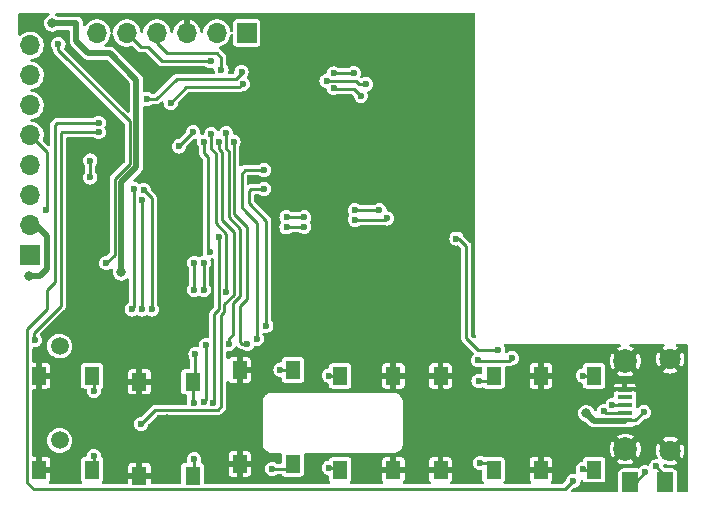
<source format=gbr>
%TF.GenerationSoftware,KiCad,Pcbnew,(6.0.9)*%
%TF.CreationDate,2023-11-17T13:22:31+01:00*%
%TF.ProjectId,datakeyboard,64617461-6b65-4796-926f-6172642e6b69,2*%
%TF.SameCoordinates,Original*%
%TF.FileFunction,Copper,L1,Top*%
%TF.FilePolarity,Positive*%
%FSLAX46Y46*%
G04 Gerber Fmt 4.6, Leading zero omitted, Abs format (unit mm)*
G04 Created by KiCad (PCBNEW (6.0.9)) date 2023-11-17 13:22:31*
%MOMM*%
%LPD*%
G01*
G04 APERTURE LIST*
G04 Aperture macros list*
%AMRoundRect*
0 Rectangle with rounded corners*
0 $1 Rounding radius*
0 $2 $3 $4 $5 $6 $7 $8 $9 X,Y pos of 4 corners*
0 Add a 4 corners polygon primitive as box body*
4,1,4,$2,$3,$4,$5,$6,$7,$8,$9,$2,$3,0*
0 Add four circle primitives for the rounded corners*
1,1,$1+$1,$2,$3*
1,1,$1+$1,$4,$5*
1,1,$1+$1,$6,$7*
1,1,$1+$1,$8,$9*
0 Add four rect primitives between the rounded corners*
20,1,$1+$1,$2,$3,$4,$5,0*
20,1,$1+$1,$4,$5,$6,$7,0*
20,1,$1+$1,$6,$7,$8,$9,0*
20,1,$1+$1,$8,$9,$2,$3,0*%
G04 Aperture macros list end*
%TA.AperFunction,SMDPad,CuDef*%
%ADD10R,1.300000X1.550000*%
%TD*%
%TA.AperFunction,ComponentPad*%
%ADD11R,1.700000X1.700000*%
%TD*%
%TA.AperFunction,ComponentPad*%
%ADD12O,1.700000X1.700000*%
%TD*%
%TA.AperFunction,SMDPad,CuDef*%
%ADD13RoundRect,0.250001X-0.462499X-0.624999X0.462499X-0.624999X0.462499X0.624999X-0.462499X0.624999X0*%
%TD*%
%TA.AperFunction,SMDPad,CuDef*%
%ADD14R,1.300000X0.450000*%
%TD*%
%TA.AperFunction,ComponentPad*%
%ADD15C,2.000000*%
%TD*%
%TA.AperFunction,ComponentPad*%
%ADD16C,1.800000*%
%TD*%
%TA.AperFunction,ComponentPad*%
%ADD17C,1.500000*%
%TD*%
%TA.AperFunction,ViaPad*%
%ADD18C,0.600000*%
%TD*%
%TA.AperFunction,ViaPad*%
%ADD19C,0.800000*%
%TD*%
%TA.AperFunction,Conductor*%
%ADD20C,0.500000*%
%TD*%
%TA.AperFunction,Conductor*%
%ADD21C,0.250000*%
%TD*%
G04 APERTURE END LIST*
D10*
%TO.P,SW2,1,1*%
%TO.N,GND*%
X111250000Y-136525000D03*
X111250000Y-144475000D03*
%TO.P,SW2,2,2*%
%TO.N,/BTN2*%
X115750000Y-136525000D03*
X115750000Y-144475000D03*
%TD*%
%TO.P,SW1,1,1*%
%TO.N,GND*%
X102750000Y-136025000D03*
X102750000Y-143975000D03*
%TO.P,SW1,2,2*%
%TO.N,/BTN1*%
X107250000Y-143975000D03*
X107250000Y-136025000D03*
%TD*%
D11*
%TO.P,JDISP1,1,Pin_1*%
%TO.N,GND*%
X102000000Y-125820000D03*
D12*
%TO.P,JDISP1,2,Pin_2*%
%TO.N,/VPER*%
X102000000Y-123280000D03*
%TO.P,JDISP1,3,Pin_3*%
%TO.N,/SCLK*%
X102000000Y-120740000D03*
%TO.P,JDISP1,4,Pin_4*%
%TO.N,/MOSI*%
X102000000Y-118200000D03*
%TO.P,JDISP1,5,Pin_5*%
%TO.N,/RES_D*%
X102000000Y-115660000D03*
%TO.P,JDISP1,6,Pin_6*%
%TO.N,/RS_D*%
X102000000Y-113120000D03*
%TO.P,JDISP1,7,Pin_7*%
%TO.N,/CS_D*%
X102000000Y-110580000D03*
%TO.P,JDISP1,8,Pin_8*%
%TO.N,/LEDA*%
X102000000Y-108040000D03*
%TD*%
D13*
%TO.P,D1,1,K*%
%TO.N,/CHRG*%
X152812500Y-145000000D03*
%TO.P,D1,2,A*%
%TO.N,Net-(D1-Pad2)*%
X155787500Y-145000000D03*
%TD*%
D10*
%TO.P,SW5,1,1*%
%TO.N,GND*%
X136750000Y-136025000D03*
X136750000Y-143975000D03*
%TO.P,SW5,2,2*%
%TO.N,/BTN5*%
X141250000Y-136025000D03*
X141250000Y-143975000D03*
%TD*%
%TO.P,SW3,1,1*%
%TO.N,GND*%
X119750000Y-135525000D03*
X119750000Y-143475000D03*
%TO.P,SW3,2,2*%
%TO.N,/BTN3*%
X124250000Y-143475000D03*
X124250000Y-135525000D03*
%TD*%
D14*
%TO.P,JUSB1,1,VBUS*%
%TO.N,/VUSB*%
X152345000Y-139800000D03*
%TO.P,JUSB1,2,D-*%
%TO.N,Net-(JUSB1-Pad2)*%
X152345000Y-139150000D03*
%TO.P,JUSB1,3,D+*%
%TO.N,Net-(JUSB1-Pad3)*%
X152345000Y-138500000D03*
%TO.P,JUSB1,4,ID*%
%TO.N,unconnected-(JUSB1-Pad4)*%
X152345000Y-137850000D03*
%TO.P,JUSB1,5,GND*%
%TO.N,GND*%
X152345000Y-137200000D03*
D15*
%TO.P,JUSB1,6,Shield*%
X152395000Y-134775000D03*
D16*
X156195000Y-134625000D03*
X156195000Y-142375000D03*
D15*
X152395000Y-142225000D03*
%TD*%
D10*
%TO.P,SW6,1,1*%
%TO.N,GND*%
X145250000Y-143975000D03*
X145250000Y-136025000D03*
%TO.P,SW6,2,2*%
%TO.N,/BTN6*%
X149750000Y-143975000D03*
X149750000Y-136025000D03*
%TD*%
D11*
%TO.P,JPICKKIT1,1,Pin_1*%
%TO.N,/RESET*%
X120350000Y-107000000D03*
D12*
%TO.P,JPICKKIT1,2,Pin_2*%
%TO.N,+3V0*%
X117810000Y-107000000D03*
%TO.P,JPICKKIT1,3,Pin_3*%
%TO.N,GND*%
X115270000Y-107000000D03*
%TO.P,JPICKKIT1,4,Pin_4*%
%TO.N,Net-(JPICKKIT1-Pad4)*%
X112730000Y-107000000D03*
%TO.P,JPICKKIT1,5,Pin_5*%
%TO.N,Net-(JPICKKIT1-Pad5)*%
X110190000Y-107000000D03*
%TO.P,JPICKKIT1,6,Pin_6*%
%TO.N,unconnected-(JPICKKIT1-Pad6)*%
X107650000Y-107000000D03*
%TD*%
D10*
%TO.P,SW4,1,1*%
%TO.N,GND*%
X132750000Y-143975000D03*
X132750000Y-136025000D03*
%TO.P,SW4,2,2*%
%TO.N,/BTN4*%
X128250000Y-136025000D03*
X128250000Y-143975000D03*
%TD*%
D17*
%TO.P,JCARD1,*%
%TO.N,*%
X104500000Y-141500000D03*
X104500000Y-133500000D03*
%TD*%
D18*
%TO.N,/CASE*%
X104394000Y-107950000D03*
X108458000Y-126492000D03*
D19*
%TO.N,GND*%
X112500000Y-144500000D03*
X125000000Y-125300000D03*
X112000000Y-109400000D03*
D18*
X138000000Y-110800000D03*
D19*
X124900000Y-113000000D03*
X114000000Y-130600000D03*
X108400000Y-110000000D03*
X105600000Y-126300000D03*
D18*
X126250000Y-109750000D03*
D19*
X115049500Y-121100000D03*
X113350500Y-121100000D03*
X137700000Y-130200000D03*
X104500000Y-143600000D03*
X125100000Y-129900000D03*
X105900000Y-112500000D03*
X137100000Y-115700000D03*
X134237573Y-129478530D03*
D18*
X136750000Y-129250000D03*
D19*
X113600000Y-139700000D03*
X125500000Y-119900000D03*
X106700000Y-128400000D03*
X117400000Y-112600000D03*
X123000000Y-119700000D03*
X127000000Y-117000000D03*
%TO.N,/VUSB*%
X149100000Y-139200000D03*
D18*
X153975500Y-139100000D03*
%TO.N,/SDCard_CS*%
X115900000Y-126450500D03*
X115900000Y-128749500D03*
%TO.N,/MOSI*%
X111613067Y-120308533D03*
X112300000Y-130400000D03*
D19*
%TO.N,/VPER*%
X101900000Y-127600000D03*
D18*
%TO.N,/SCLK*%
X111500497Y-130400000D03*
X111500000Y-121100000D03*
%TO.N,/MISO*%
X110800000Y-120200000D03*
X110600000Y-130400000D03*
%TO.N,/SDCard_CD*%
X116699503Y-126450500D03*
X116700000Y-138274500D03*
X116900000Y-133400000D03*
X116700000Y-128749500D03*
%TO.N,/RES_D*%
X103375500Y-122000000D03*
%TO.N,/RS_D*%
X107100000Y-119224500D03*
X107100000Y-117800000D03*
D19*
%TO.N,/LEDA*%
X109728000Y-127254000D03*
X103886000Y-106172000D03*
D18*
%TO.N,Net-(JPICKKIT1-Pad4)*%
X118200000Y-110100000D03*
%TO.N,Net-(JPICKKIT1-Pad5)*%
X117300000Y-109400000D03*
%TO.N,/PER_PWR*%
X117351000Y-115573407D03*
X118624500Y-128900000D03*
%TO.N,/OC1*%
X116726500Y-116200000D03*
X117224500Y-125500000D03*
%TO.N,/VOLT_PWR*%
X129400000Y-110400000D03*
X127708285Y-110425408D03*
X119900000Y-110300000D03*
X111900000Y-112600000D03*
%TO.N,Net-(R1-Pad1)*%
X127700000Y-111674408D03*
X114600000Y-116600000D03*
X130000000Y-112300000D03*
X115800688Y-115399312D03*
%TO.N,/CHRG*%
X131574500Y-122000000D03*
X142800000Y-134524500D03*
X125212000Y-122600000D03*
X123713000Y-122600000D03*
X139900000Y-134700000D03*
X129500500Y-122000000D03*
X154100000Y-144200000D03*
%TO.N,/VOLT_READ*%
X130441589Y-111341589D03*
X120000000Y-111300000D03*
X127100000Y-111049908D03*
X113900000Y-112900000D03*
%TO.N,/BTN1*%
X111400000Y-140100000D03*
X107400000Y-142800000D03*
X107400000Y-137300000D03*
X117975500Y-116200000D03*
%TO.N,/BTN2*%
X115900000Y-143075500D03*
X115900000Y-138300000D03*
X118824500Y-133300000D03*
X118600000Y-115500000D03*
X116000000Y-134200000D03*
%TO.N,/BTN3*%
X122500000Y-143900000D03*
X119224500Y-116200000D03*
X123200000Y-135500000D03*
X120400000Y-133300000D03*
%TO.N,/BTN5*%
X121800000Y-120200000D03*
X122000000Y-131779126D03*
X140100000Y-143400000D03*
X139976783Y-136439303D03*
%TO.N,/BTN6*%
X148800000Y-143900000D03*
X117500000Y-138300000D03*
X117975500Y-124266589D03*
X148800000Y-136000000D03*
%TO.N,/BTN4*%
X121200000Y-132900000D03*
X121800000Y-118600000D03*
X127300000Y-136000000D03*
X127300000Y-143800000D03*
%TO.N,/CHRG_PWR*%
X132200000Y-122700000D03*
X129500000Y-122800000D03*
X123713000Y-123450500D03*
X125212000Y-123399503D03*
%TO.N,Net-(JUSB1-Pad2)*%
X148000000Y-144900000D03*
X150600000Y-139000000D03*
X107800000Y-114600000D03*
%TO.N,Net-(JUSB1-Pad3)*%
X151300000Y-138500000D03*
X107800000Y-115400000D03*
X102400000Y-133000000D03*
%TO.N,Net-(D1-Pad2)*%
X155004149Y-143697648D03*
%TO.N,Net-(Q4-Pad3)*%
X141600000Y-133800000D03*
X138100000Y-124400000D03*
%TD*%
D20*
%TO.N,/LEDA*%
X109728000Y-119634000D02*
X109728000Y-127254000D01*
X110998000Y-110942959D02*
X110998000Y-118364000D01*
X108767041Y-108712000D02*
X110998000Y-110942959D01*
X106934000Y-108712000D02*
X108767041Y-108712000D01*
X103886000Y-106172000D02*
X105918000Y-106172000D01*
X105918000Y-106172000D02*
X105918000Y-107696000D01*
X105918000Y-107696000D02*
X106934000Y-108712000D01*
X110998000Y-118364000D02*
X109728000Y-119634000D01*
D21*
%TO.N,/CASE*%
X104394000Y-108458000D02*
X104394000Y-107950000D01*
X109153000Y-125797000D02*
X108458000Y-126492000D01*
X109153000Y-119395828D02*
X109153000Y-125797000D01*
X110423000Y-118125828D02*
X109153000Y-119395828D01*
X104394000Y-108458000D02*
X110423000Y-114487000D01*
X110423000Y-114487000D02*
X110423000Y-118125828D01*
D20*
%TO.N,GND*%
X103125000Y-143600000D02*
X102750000Y-143975000D01*
%TO.N,/VUSB*%
X149725000Y-139825000D02*
X152345000Y-139825000D01*
D21*
X153945000Y-139100000D02*
X153245000Y-139800000D01*
X153975500Y-139100000D02*
X153945000Y-139100000D01*
X153245000Y-139800000D02*
X152345000Y-139800000D01*
D20*
X149100000Y-139200000D02*
X149725000Y-139825000D01*
D21*
%TO.N,/SDCard_CS*%
X115900000Y-128749500D02*
X115900000Y-126450500D01*
%TO.N,/MOSI*%
X112300000Y-120995466D02*
X111613067Y-120308533D01*
X112300000Y-130400000D02*
X112300000Y-120995466D01*
D20*
%TO.N,/VPER*%
X102480000Y-123280000D02*
X102000000Y-123280000D01*
X102820000Y-127600000D02*
X103400000Y-127020000D01*
X101900000Y-127600000D02*
X102820000Y-127600000D01*
X103400000Y-127020000D02*
X103400000Y-124200000D01*
X103400000Y-124200000D02*
X102480000Y-123280000D01*
D21*
%TO.N,/SCLK*%
X111500000Y-130399503D02*
X111500000Y-121100000D01*
X111500497Y-130400000D02*
X111500000Y-130399503D01*
%TO.N,/MISO*%
X110800000Y-130200000D02*
X110800000Y-120200000D01*
X110600000Y-130400000D02*
X110800000Y-130200000D01*
%TO.N,/SDCard_CD*%
X116875145Y-133424855D02*
X116875145Y-138099355D01*
X116900000Y-133400000D02*
X116875145Y-133424855D01*
X116875145Y-138099355D02*
X116700000Y-138274500D01*
X116700000Y-126450997D02*
X116700000Y-128749500D01*
X116699503Y-126450500D02*
X116700000Y-126450997D01*
%TO.N,/RES_D*%
X103400000Y-117060000D02*
X102000000Y-115660000D01*
X103400000Y-121975500D02*
X103400000Y-117060000D01*
X103375500Y-122000000D02*
X103400000Y-121975500D01*
%TO.N,/RS_D*%
X107100000Y-119224500D02*
X107100000Y-117800000D01*
%TO.N,Net-(JPICKKIT1-Pad4)*%
X113600000Y-108700000D02*
X112730000Y-107830000D01*
X118200000Y-110100000D02*
X118200000Y-109100000D01*
X112730000Y-107830000D02*
X112730000Y-107000000D01*
X117800000Y-108700000D02*
X113600000Y-108700000D01*
X118200000Y-109100000D02*
X117800000Y-108700000D01*
%TO.N,Net-(JPICKKIT1-Pad5)*%
X113200000Y-109400000D02*
X112000000Y-108200000D01*
X112000000Y-108200000D02*
X111390000Y-108200000D01*
X117300000Y-109400000D02*
X113200000Y-109400000D01*
X111390000Y-108200000D02*
X110190000Y-107000000D01*
%TO.N,/PER_PWR*%
X118600000Y-124000000D02*
X118600000Y-128875500D01*
X117700000Y-117200000D02*
X117700000Y-123100000D01*
X117351000Y-115573407D02*
X117351000Y-116851000D01*
X117351000Y-116851000D02*
X117700000Y-117200000D01*
X118600000Y-128875500D02*
X118624500Y-128900000D01*
X117700000Y-123100000D02*
X118600000Y-124000000D01*
%TO.N,/OC1*%
X117100000Y-117500000D02*
X117100000Y-125375500D01*
X116726500Y-116200000D02*
X116726500Y-117126500D01*
X116726500Y-117126500D02*
X117100000Y-117500000D01*
X117100000Y-125375500D02*
X117224500Y-125500000D01*
%TO.N,/VOLT_PWR*%
X129200000Y-110400000D02*
X129174592Y-110425408D01*
X129174592Y-110425408D02*
X127708285Y-110425408D01*
X119400000Y-110900000D02*
X119900000Y-110400000D01*
X129400000Y-110400000D02*
X129200000Y-110400000D01*
X112700000Y-112600000D02*
X114400000Y-110900000D01*
X111900000Y-112600000D02*
X112700000Y-112600000D01*
X119900000Y-110400000D02*
X119900000Y-110300000D01*
X114400000Y-110900000D02*
X119400000Y-110900000D01*
%TO.N,Net-(R1-Pad1)*%
X127725592Y-111700000D02*
X127700000Y-111674408D01*
X130000000Y-112300000D02*
X129400000Y-111700000D01*
X114600000Y-116600000D02*
X115800688Y-115399312D01*
X129400000Y-111700000D02*
X127725592Y-111700000D01*
%TO.N,/CHRG*%
X153300000Y-145000000D02*
X154100000Y-144200000D01*
X140000000Y-134800000D02*
X139900000Y-134700000D01*
X152812500Y-145000000D02*
X153300000Y-145000000D01*
X131574500Y-122000000D02*
X129500500Y-122000000D01*
X142800000Y-134524500D02*
X142524500Y-134800000D01*
X123713000Y-122600000D02*
X125212000Y-122600000D01*
X142524500Y-134800000D02*
X140000000Y-134800000D01*
%TO.N,/VOLT_READ*%
X129841589Y-111341589D02*
X130441589Y-111341589D01*
X128990116Y-111049908D02*
X128990616Y-111050408D01*
X119700000Y-111600000D02*
X115200000Y-111600000D01*
X120000000Y-111300000D02*
X119700000Y-111600000D01*
X115200000Y-111600000D02*
X113900000Y-112900000D01*
X127100000Y-111049908D02*
X128990116Y-111049908D01*
X129550408Y-111050408D02*
X129841589Y-111341589D01*
X128990616Y-111050408D02*
X129550408Y-111050408D01*
%TO.N,/BTN1*%
X119249500Y-123849500D02*
X118250000Y-122850000D01*
X118200000Y-138600000D02*
X118200000Y-130836396D01*
X118250000Y-122850000D02*
X118250000Y-117113604D01*
X118200000Y-130836396D02*
X118450000Y-130586396D01*
X112575000Y-138925000D02*
X117875000Y-138925000D01*
X118250000Y-117113604D02*
X117975500Y-116839104D01*
X118450000Y-129958384D02*
X119249500Y-129158884D01*
X117875000Y-138925000D02*
X118200000Y-138600000D01*
X107400000Y-137300000D02*
X107400000Y-136175000D01*
X111400000Y-140100000D02*
X112575000Y-138925000D01*
X119249500Y-129158884D02*
X119249500Y-123849500D01*
X107400000Y-142800000D02*
X107400000Y-143825000D01*
X107400000Y-143825000D02*
X107250000Y-143975000D01*
X118450000Y-130586396D02*
X118450000Y-129958384D01*
X117975500Y-116839104D02*
X117975500Y-116200000D01*
X107400000Y-136175000D02*
X107250000Y-136025000D01*
%TO.N,/BTN2*%
X116000000Y-136275000D02*
X115750000Y-136525000D01*
X115900000Y-138300000D02*
X115750000Y-138150000D01*
X116000000Y-134200000D02*
X116000000Y-136275000D01*
X118824500Y-132875500D02*
X119200000Y-132500000D01*
X119800000Y-129300000D02*
X119800000Y-123600000D01*
X115750000Y-138150000D02*
X115750000Y-136525000D01*
X119800000Y-123600000D02*
X118800000Y-122600000D01*
X115900000Y-144325000D02*
X115750000Y-144475000D01*
X115900000Y-143075500D02*
X115900000Y-144325000D01*
X119200000Y-129900000D02*
X119800000Y-129300000D01*
X118800000Y-117027208D02*
X118600000Y-116827208D01*
X118800000Y-122600000D02*
X118800000Y-117027208D01*
X119200000Y-132500000D02*
X119200000Y-129900000D01*
X118824500Y-133300000D02*
X118824500Y-132875500D01*
X118600000Y-116827208D02*
X118600000Y-115500000D01*
%TO.N,/BTN3*%
X119300000Y-116275500D02*
X119224500Y-116200000D01*
X119800000Y-133200000D02*
X119800000Y-130100000D01*
X119800000Y-130100000D02*
X120400000Y-129500000D01*
X123200000Y-135500000D02*
X123225000Y-135525000D01*
X122500000Y-143900000D02*
X123825000Y-143900000D01*
X119300000Y-122300000D02*
X119300000Y-116275500D01*
X123825000Y-143900000D02*
X124250000Y-143475000D01*
X123225000Y-135525000D02*
X124250000Y-135525000D01*
X120400000Y-123400000D02*
X119300000Y-122300000D01*
X120400000Y-129500000D02*
X120400000Y-123400000D01*
X120400000Y-133300000D02*
X119900000Y-133300000D01*
X119900000Y-133300000D02*
X119800000Y-133200000D01*
%TO.N,/BTN5*%
X120500000Y-121400000D02*
X120500000Y-120400000D01*
X140100000Y-143400000D02*
X140675000Y-143400000D01*
X120700000Y-120200000D02*
X121800000Y-120200000D01*
X139976783Y-136439303D02*
X140835697Y-136439303D01*
X140675000Y-143400000D02*
X141250000Y-143975000D01*
X140835697Y-136439303D02*
X141250000Y-136025000D01*
X122000000Y-131779126D02*
X122000000Y-122900000D01*
X120500000Y-120400000D02*
X120700000Y-120200000D01*
X122000000Y-122900000D02*
X120500000Y-121400000D01*
%TO.N,/BTN6*%
X148875000Y-143975000D02*
X149750000Y-143975000D01*
X148800000Y-143900000D02*
X148875000Y-143975000D01*
X117600000Y-138200000D02*
X117500000Y-138300000D01*
X117975500Y-124266589D02*
X118000000Y-124291089D01*
X118000000Y-124291089D02*
X118000000Y-130400000D01*
X117600000Y-130800000D02*
X117600000Y-138200000D01*
X118000000Y-130400000D02*
X117600000Y-130800000D01*
X148825000Y-136025000D02*
X148800000Y-136000000D01*
X149750000Y-136025000D02*
X148825000Y-136025000D01*
%TO.N,/BTN4*%
X120268198Y-122168198D02*
X120268198Y-122131802D01*
X128075000Y-143800000D02*
X128250000Y-143975000D01*
X119900000Y-121763604D02*
X119900000Y-118900000D01*
X127300000Y-143800000D02*
X128075000Y-143800000D01*
X120268198Y-122131802D02*
X119900000Y-121763604D01*
X127300000Y-136000000D02*
X128225000Y-136000000D01*
X121200000Y-123100000D02*
X120268198Y-122168198D01*
X120200000Y-118600000D02*
X121800000Y-118600000D01*
X128225000Y-136000000D02*
X128250000Y-136025000D01*
X121200000Y-132900000D02*
X121200000Y-123100000D01*
X119900000Y-118900000D02*
X120200000Y-118600000D01*
%TO.N,/CHRG_PWR*%
X132100000Y-122800000D02*
X129500000Y-122800000D01*
X125212000Y-123399503D02*
X125161003Y-123450500D01*
X125161003Y-123450500D02*
X123713000Y-123450500D01*
X132200000Y-122700000D02*
X132100000Y-122800000D01*
%TO.N,Net-(JUSB1-Pad2)*%
X104100000Y-114800000D02*
X104300000Y-114600000D01*
X150600000Y-139000000D02*
X150750000Y-139150000D01*
X102300000Y-145600000D02*
X101775000Y-145075000D01*
X104300000Y-114600000D02*
X107800000Y-114600000D01*
X148000000Y-144900000D02*
X147300000Y-145600000D01*
X101775000Y-132025000D02*
X103400000Y-130400000D01*
X104100000Y-128100000D02*
X104100000Y-114800000D01*
X103400000Y-130400000D02*
X103400000Y-128800000D01*
X103400000Y-128800000D02*
X104100000Y-128100000D01*
X101775000Y-145075000D02*
X101775000Y-132025000D01*
X147300000Y-145600000D02*
X102300000Y-145600000D01*
X150750000Y-139150000D02*
X152345000Y-139150000D01*
%TO.N,Net-(JUSB1-Pad3)*%
X104600000Y-130100000D02*
X102300000Y-132400000D01*
X104700000Y-115400000D02*
X104600000Y-115500000D01*
X151300000Y-138500000D02*
X152345000Y-138500000D01*
X102300000Y-132400000D02*
X102300000Y-132900000D01*
X102300000Y-132900000D02*
X102400000Y-133000000D01*
X104600000Y-115500000D02*
X104600000Y-130100000D01*
X107800000Y-115400000D02*
X104700000Y-115400000D01*
%TO.N,Net-(D1-Pad2)*%
X155004149Y-143697648D02*
X155787500Y-144480999D01*
X155787500Y-144480999D02*
X155787500Y-145000000D01*
%TO.N,Net-(Q4-Pad3)*%
X138900000Y-132800000D02*
X138900000Y-125000000D01*
X138900000Y-125000000D02*
X138300000Y-124400000D01*
X139900000Y-133800000D02*
X138900000Y-132800000D01*
X141600000Y-133800000D02*
X139900000Y-133800000D01*
X138300000Y-124400000D02*
X138100000Y-124400000D01*
%TD*%
%TA.AperFunction,Conductor*%
%TO.N,GND*%
G36*
X103596397Y-105320502D02*
G01*
X103642890Y-105374158D01*
X103652994Y-105444432D01*
X103623500Y-105509012D01*
X103586066Y-105538466D01*
X103489369Y-105588375D01*
X103483647Y-105593367D01*
X103483645Y-105593368D01*
X103422382Y-105646811D01*
X103361604Y-105699831D01*
X103350729Y-105715305D01*
X103284875Y-105809006D01*
X103264113Y-105838547D01*
X103202524Y-105996513D01*
X103201532Y-106004046D01*
X103201532Y-106004047D01*
X103184015Y-106137109D01*
X103180394Y-106164611D01*
X103198999Y-106333135D01*
X103257266Y-106492356D01*
X103351830Y-106633083D01*
X103357442Y-106638190D01*
X103357445Y-106638193D01*
X103471612Y-106742077D01*
X103471616Y-106742080D01*
X103477233Y-106747191D01*
X103483906Y-106750814D01*
X103483910Y-106750817D01*
X103619558Y-106824467D01*
X103619560Y-106824468D01*
X103626235Y-106828092D01*
X103633584Y-106830020D01*
X103782883Y-106869188D01*
X103782885Y-106869188D01*
X103790233Y-106871116D01*
X103876609Y-106872473D01*
X103952161Y-106873660D01*
X103952164Y-106873660D01*
X103959760Y-106873779D01*
X103967165Y-106872083D01*
X103967166Y-106872083D01*
X104027586Y-106858245D01*
X104125029Y-106835928D01*
X104276498Y-106759747D01*
X104284763Y-106752688D01*
X104286948Y-106751709D01*
X104288602Y-106750610D01*
X104288785Y-106750886D01*
X104349553Y-106723658D01*
X104366593Y-106722500D01*
X105241500Y-106722500D01*
X105309621Y-106742502D01*
X105356114Y-106796158D01*
X105367500Y-106848500D01*
X105367500Y-107681007D01*
X105367389Y-107686283D01*
X105364790Y-107748294D01*
X105366752Y-107756659D01*
X105374727Y-107790662D01*
X105376890Y-107802333D01*
X105382794Y-107845432D01*
X105386206Y-107853316D01*
X105386206Y-107853317D01*
X105388765Y-107859230D01*
X105395799Y-107880499D01*
X105399232Y-107895136D01*
X105403369Y-107902661D01*
X105403370Y-107902664D01*
X105420195Y-107933268D01*
X105425411Y-107943913D01*
X105442695Y-107983855D01*
X105452158Y-107995541D01*
X105464645Y-108014125D01*
X105471893Y-108027308D01*
X105478897Y-108035422D01*
X105503433Y-108059958D01*
X105512258Y-108069759D01*
X105518932Y-108078000D01*
X105537614Y-108101070D01*
X105544613Y-108106044D01*
X105544614Y-108106045D01*
X105552946Y-108111966D01*
X105569051Y-108125576D01*
X106534130Y-109090654D01*
X106537783Y-109094464D01*
X106579799Y-109140156D01*
X106616802Y-109163099D01*
X106626552Y-109169800D01*
X106661217Y-109196112D01*
X106675195Y-109201646D01*
X106695199Y-109211707D01*
X106707986Y-109219635D01*
X106716237Y-109222032D01*
X106716239Y-109222033D01*
X106749772Y-109231775D01*
X106761002Y-109235620D01*
X106801453Y-109251636D01*
X106809994Y-109252534D01*
X106809995Y-109252534D01*
X106816408Y-109253208D01*
X106838383Y-109257520D01*
X106852825Y-109261715D01*
X106860308Y-109262265D01*
X106861208Y-109262331D01*
X106861219Y-109262331D01*
X106863515Y-109262500D01*
X106898217Y-109262500D01*
X106911387Y-109263190D01*
X106951454Y-109267401D01*
X106959919Y-109265969D01*
X106959928Y-109265969D01*
X106970000Y-109264265D01*
X106991013Y-109262500D01*
X108486826Y-109262500D01*
X108554947Y-109282502D01*
X108575921Y-109299405D01*
X110410595Y-111134079D01*
X110444621Y-111196391D01*
X110447500Y-111223174D01*
X110447500Y-113605562D01*
X110427498Y-113673683D01*
X110373842Y-113720176D01*
X110303568Y-113730280D01*
X110238988Y-113700786D01*
X110232405Y-113694657D01*
X104939281Y-108401533D01*
X104905255Y-108339221D01*
X104910320Y-108268406D01*
X104916249Y-108255822D01*
X104918536Y-108252841D01*
X104921697Y-108245211D01*
X104975884Y-108114391D01*
X104979044Y-108106762D01*
X104984591Y-108064632D01*
X104998604Y-107958188D01*
X104999682Y-107950000D01*
X104979044Y-107793238D01*
X104918536Y-107647159D01*
X104822282Y-107521718D01*
X104696841Y-107425464D01*
X104550762Y-107364956D01*
X104394000Y-107344318D01*
X104237238Y-107364956D01*
X104091159Y-107425464D01*
X103965718Y-107521718D01*
X103869464Y-107647159D01*
X103808956Y-107793238D01*
X103788318Y-107950000D01*
X103803410Y-108064632D01*
X103808956Y-108106762D01*
X103869464Y-108252841D01*
X103874492Y-108259394D01*
X103874494Y-108259397D01*
X103942462Y-108347975D01*
X103968063Y-108414195D01*
X103968500Y-108424679D01*
X103968500Y-108525393D01*
X103975914Y-108548210D01*
X103980528Y-108567429D01*
X103984281Y-108591126D01*
X103988784Y-108599963D01*
X103988784Y-108599964D01*
X103995172Y-108612502D01*
X104002736Y-108630763D01*
X104007085Y-108644147D01*
X104007087Y-108644150D01*
X104010151Y-108653581D01*
X104015980Y-108661604D01*
X104024253Y-108672991D01*
X104034577Y-108689837D01*
X104045472Y-108711220D01*
X109960595Y-114626343D01*
X109994621Y-114688655D01*
X109997500Y-114715438D01*
X109997500Y-117897390D01*
X109977498Y-117965511D01*
X109960595Y-117986485D01*
X108804472Y-119142608D01*
X108793577Y-119163991D01*
X108783253Y-119180837D01*
X108769151Y-119200247D01*
X108766087Y-119209678D01*
X108766085Y-119209681D01*
X108761736Y-119223065D01*
X108754172Y-119241326D01*
X108747784Y-119253864D01*
X108743281Y-119262702D01*
X108741730Y-119272496D01*
X108739528Y-119286398D01*
X108734914Y-119305618D01*
X108727500Y-119328435D01*
X108727500Y-125568562D01*
X108707498Y-125636683D01*
X108690595Y-125657657D01*
X108492775Y-125855477D01*
X108430463Y-125889503D01*
X108420126Y-125891304D01*
X108348036Y-125900795D01*
X108301238Y-125906956D01*
X108155159Y-125967464D01*
X108029718Y-126063718D01*
X107933464Y-126189159D01*
X107872956Y-126335238D01*
X107852318Y-126492000D01*
X107872956Y-126648762D01*
X107933464Y-126794841D01*
X108029718Y-126920282D01*
X108155159Y-127016536D01*
X108301238Y-127077044D01*
X108458000Y-127097682D01*
X108466188Y-127096604D01*
X108606574Y-127078122D01*
X108614762Y-127077044D01*
X108760841Y-127016536D01*
X108767394Y-127011508D01*
X108767397Y-127011506D01*
X108845626Y-126951479D01*
X108911846Y-126925878D01*
X108981395Y-126940143D01*
X109032191Y-126989744D01*
X109048107Y-127058933D01*
X109045386Y-127076303D01*
X109044524Y-127078513D01*
X109022394Y-127246611D01*
X109040999Y-127415135D01*
X109099266Y-127574356D01*
X109103502Y-127580659D01*
X109103502Y-127580660D01*
X109118617Y-127603153D01*
X109193830Y-127715083D01*
X109199442Y-127720190D01*
X109199445Y-127720193D01*
X109313612Y-127824077D01*
X109313616Y-127824080D01*
X109319233Y-127829191D01*
X109325906Y-127832814D01*
X109325910Y-127832817D01*
X109461558Y-127906467D01*
X109461560Y-127906468D01*
X109468235Y-127910092D01*
X109475584Y-127912020D01*
X109624883Y-127951188D01*
X109624885Y-127951188D01*
X109632233Y-127953116D01*
X109718609Y-127954473D01*
X109794161Y-127955660D01*
X109794164Y-127955660D01*
X109801760Y-127955779D01*
X109809165Y-127954083D01*
X109809166Y-127954083D01*
X109928902Y-127926660D01*
X109967029Y-127917928D01*
X110118498Y-127841747D01*
X110124269Y-127836818D01*
X110124272Y-127836816D01*
X110166669Y-127800605D01*
X110231459Y-127771574D01*
X110301659Y-127782179D01*
X110354982Y-127829054D01*
X110374500Y-127896416D01*
X110374500Y-129759309D01*
X110354498Y-129827430D01*
X110311501Y-129868428D01*
X110304788Y-129872304D01*
X110297159Y-129875464D01*
X110171718Y-129971718D01*
X110075464Y-130097159D01*
X110014956Y-130243238D01*
X109994318Y-130400000D01*
X110014956Y-130556762D01*
X110075464Y-130702841D01*
X110171718Y-130828282D01*
X110297159Y-130924536D01*
X110443238Y-130985044D01*
X110600000Y-131005682D01*
X110608188Y-131004604D01*
X110748574Y-130986122D01*
X110756762Y-130985044D01*
X110902841Y-130924536D01*
X110973545Y-130870283D01*
X111039765Y-130844683D01*
X111109314Y-130858948D01*
X111126949Y-130870281D01*
X111144087Y-130883431D01*
X111191104Y-130919509D01*
X111191107Y-130919511D01*
X111197656Y-130924536D01*
X111343735Y-130985044D01*
X111500497Y-131005682D01*
X111508685Y-131004604D01*
X111649071Y-130986122D01*
X111657259Y-130985044D01*
X111803338Y-130924536D01*
X111809886Y-130919512D01*
X111809894Y-130919507D01*
X111823546Y-130909031D01*
X111889767Y-130883431D01*
X111959315Y-130897696D01*
X111976951Y-130909030D01*
X111981363Y-130912415D01*
X111997159Y-130924536D01*
X112143238Y-130985044D01*
X112300000Y-131005682D01*
X112308188Y-131004604D01*
X112448574Y-130986122D01*
X112456762Y-130985044D01*
X112602841Y-130924536D01*
X112728282Y-130828282D01*
X112824536Y-130702841D01*
X112885044Y-130556762D01*
X112905682Y-130400000D01*
X112885044Y-130243238D01*
X112824536Y-130097159D01*
X112819508Y-130090606D01*
X112819506Y-130090603D01*
X112751538Y-130002025D01*
X112725937Y-129935805D01*
X112725500Y-129925321D01*
X112725500Y-120928073D01*
X112718086Y-120905256D01*
X112713472Y-120886036D01*
X112711270Y-120872134D01*
X112709719Y-120862340D01*
X112698828Y-120840964D01*
X112691264Y-120822703D01*
X112686915Y-120809319D01*
X112686913Y-120809316D01*
X112683849Y-120799885D01*
X112669747Y-120780475D01*
X112659423Y-120763629D01*
X112648528Y-120742246D01*
X112249590Y-120343308D01*
X112215564Y-120280996D01*
X112213763Y-120270659D01*
X112199189Y-120159960D01*
X112198111Y-120151771D01*
X112137603Y-120005692D01*
X112041349Y-119880251D01*
X111915908Y-119783997D01*
X111769829Y-119723489D01*
X111613067Y-119702851D01*
X111456305Y-119723489D01*
X111339871Y-119771718D01*
X111334610Y-119773897D01*
X111264021Y-119781486D01*
X111209688Y-119757450D01*
X111109397Y-119680494D01*
X111109392Y-119680491D01*
X111102841Y-119675464D01*
X110956762Y-119614956D01*
X110912281Y-119609100D01*
X110829048Y-119598142D01*
X110764120Y-119569419D01*
X110725029Y-119510154D01*
X110724184Y-119439163D01*
X110756398Y-119384126D01*
X111376642Y-118763882D01*
X111380451Y-118760229D01*
X111384221Y-118756762D01*
X111426156Y-118718201D01*
X111449087Y-118681217D01*
X111455801Y-118671447D01*
X111482112Y-118636784D01*
X111487646Y-118622807D01*
X111497709Y-118602798D01*
X111501111Y-118597312D01*
X111501113Y-118597308D01*
X111505635Y-118590014D01*
X111508029Y-118581772D01*
X111508031Y-118581769D01*
X111517779Y-118548216D01*
X111521618Y-118537003D01*
X111537635Y-118496547D01*
X111539206Y-118481598D01*
X111543519Y-118459615D01*
X111545873Y-118451514D01*
X111547715Y-118445175D01*
X111548500Y-118434485D01*
X111548500Y-118399781D01*
X111549190Y-118386610D01*
X111552503Y-118355088D01*
X111553401Y-118346546D01*
X111551969Y-118338081D01*
X111551969Y-118338072D01*
X111550265Y-118328000D01*
X111548500Y-118306987D01*
X111548500Y-113292953D01*
X111568502Y-113224832D01*
X111622158Y-113178339D01*
X111692432Y-113168235D01*
X111722720Y-113176545D01*
X111735608Y-113181884D01*
X111735611Y-113181885D01*
X111743238Y-113185044D01*
X111900000Y-113205682D01*
X111908188Y-113204604D01*
X111921580Y-113202841D01*
X112056762Y-113185044D01*
X112202841Y-113124536D01*
X112209394Y-113119508D01*
X112209397Y-113119506D01*
X112297975Y-113051538D01*
X112364195Y-113025937D01*
X112374679Y-113025500D01*
X112767393Y-113025500D01*
X112790210Y-113018086D01*
X112809429Y-113013472D01*
X112833126Y-113009719D01*
X112841964Y-113005216D01*
X112854502Y-112998828D01*
X112872763Y-112991264D01*
X112886147Y-112986915D01*
X112886150Y-112986913D01*
X112895581Y-112983849D01*
X112914991Y-112969747D01*
X112931837Y-112959423D01*
X112953220Y-112948528D01*
X113080301Y-112821447D01*
X113142613Y-112787421D01*
X113213428Y-112792486D01*
X113270264Y-112835033D01*
X113294364Y-112899648D01*
X113294318Y-112900000D01*
X113314956Y-113056762D01*
X113375464Y-113202841D01*
X113471718Y-113328282D01*
X113597159Y-113424536D01*
X113743238Y-113485044D01*
X113900000Y-113505682D01*
X113908188Y-113504604D01*
X114048574Y-113486122D01*
X114056762Y-113485044D01*
X114202841Y-113424536D01*
X114328282Y-113328282D01*
X114424536Y-113202841D01*
X114485044Y-113056762D01*
X114493667Y-112991264D01*
X114500696Y-112937874D01*
X114529418Y-112872946D01*
X114536523Y-112865225D01*
X115339343Y-112062405D01*
X115401655Y-112028379D01*
X115428438Y-112025500D01*
X119767393Y-112025500D01*
X119790210Y-112018086D01*
X119809429Y-112013472D01*
X119833126Y-112009719D01*
X119853640Y-111999267D01*
X119854502Y-111998828D01*
X119872763Y-111991264D01*
X119886147Y-111986915D01*
X119886150Y-111986913D01*
X119895581Y-111983849D01*
X119914991Y-111969747D01*
X119931837Y-111959423D01*
X119953220Y-111948528D01*
X119965225Y-111936523D01*
X120027537Y-111902497D01*
X120037874Y-111900696D01*
X120109964Y-111891205D01*
X120156762Y-111885044D01*
X120302841Y-111824536D01*
X120428282Y-111728282D01*
X120524536Y-111602841D01*
X120585044Y-111456762D01*
X120605682Y-111300000D01*
X120585044Y-111143238D01*
X120546385Y-111049908D01*
X126494318Y-111049908D01*
X126514956Y-111206670D01*
X126575464Y-111352749D01*
X126671718Y-111478190D01*
X126678264Y-111483213D01*
X126697992Y-111498351D01*
X126797159Y-111574444D01*
X126943238Y-111634952D01*
X126951426Y-111636030D01*
X126995840Y-111641877D01*
X127060767Y-111670599D01*
X127099859Y-111729864D01*
X127104316Y-111750352D01*
X127114956Y-111831170D01*
X127175464Y-111977249D01*
X127271718Y-112102690D01*
X127397159Y-112198944D01*
X127543238Y-112259452D01*
X127700000Y-112280090D01*
X127708188Y-112279012D01*
X127848574Y-112260530D01*
X127856762Y-112259452D01*
X128002841Y-112198944D01*
X128064624Y-112151536D01*
X128130843Y-112125937D01*
X128141326Y-112125500D01*
X129171561Y-112125500D01*
X129239682Y-112145502D01*
X129260656Y-112162404D01*
X129363477Y-112265224D01*
X129397502Y-112327536D01*
X129399304Y-112337874D01*
X129400488Y-112346867D01*
X129414956Y-112456762D01*
X129475464Y-112602841D01*
X129480491Y-112609392D01*
X129554568Y-112705931D01*
X129571718Y-112728282D01*
X129697159Y-112824536D01*
X129843238Y-112885044D01*
X130000000Y-112905682D01*
X130008188Y-112904604D01*
X130148574Y-112886122D01*
X130156762Y-112885044D01*
X130302841Y-112824536D01*
X130428282Y-112728282D01*
X130445433Y-112705931D01*
X130519509Y-112609392D01*
X130524536Y-112602841D01*
X130585044Y-112456762D01*
X130605682Y-112300000D01*
X130585044Y-112143238D01*
X130581884Y-112135610D01*
X130581883Y-112135605D01*
X130558630Y-112079469D01*
X130551040Y-112008879D01*
X130582819Y-111945392D01*
X130626820Y-111914841D01*
X130696153Y-111886122D01*
X130744430Y-111866125D01*
X130869871Y-111769871D01*
X130966125Y-111644430D01*
X131026633Y-111498351D01*
X131047271Y-111341589D01*
X131026633Y-111184827D01*
X130966125Y-111038748D01*
X130869871Y-110913307D01*
X130854268Y-110901334D01*
X130788096Y-110850559D01*
X130744430Y-110817053D01*
X130598351Y-110756545D01*
X130441589Y-110735907D01*
X130284827Y-110756545D01*
X130138748Y-110817053D01*
X130132198Y-110822079D01*
X130132191Y-110822083D01*
X130128446Y-110824957D01*
X130062226Y-110850559D01*
X129992677Y-110836295D01*
X129941881Y-110786695D01*
X129925964Y-110717505D01*
X129935332Y-110676778D01*
X129981884Y-110564392D01*
X129981885Y-110564389D01*
X129985044Y-110556762D01*
X129986650Y-110544567D01*
X130002337Y-110425408D01*
X130005682Y-110400000D01*
X129985044Y-110243238D01*
X129924536Y-110097159D01*
X129828282Y-109971718D01*
X129702841Y-109875464D01*
X129556762Y-109814956D01*
X129400000Y-109794318D01*
X129243238Y-109814956D01*
X129097159Y-109875464D01*
X128971718Y-109971718D01*
X128970028Y-109969516D01*
X128919644Y-109997029D01*
X128892861Y-109999908D01*
X128182964Y-109999908D01*
X128114843Y-109979906D01*
X128106260Y-109973870D01*
X128017682Y-109905902D01*
X128017677Y-109905899D01*
X128011126Y-109900872D01*
X127865047Y-109840364D01*
X127708285Y-109819726D01*
X127551523Y-109840364D01*
X127405444Y-109900872D01*
X127340496Y-109950708D01*
X127304585Y-109978264D01*
X127280003Y-109997126D01*
X127183749Y-110122567D01*
X127165787Y-110165931D01*
X127128164Y-110256762D01*
X127123241Y-110268646D01*
X127122163Y-110276834D01*
X127112747Y-110348354D01*
X127084024Y-110413281D01*
X127024759Y-110452372D01*
X127004272Y-110456829D01*
X126943238Y-110464864D01*
X126797159Y-110525372D01*
X126763145Y-110551472D01*
X126691233Y-110606652D01*
X126671718Y-110621626D01*
X126666695Y-110628172D01*
X126654996Y-110643418D01*
X126575464Y-110747067D01*
X126514956Y-110893146D01*
X126494318Y-111049908D01*
X120546385Y-111049908D01*
X120524536Y-110997159D01*
X120428282Y-110871718D01*
X120421736Y-110866695D01*
X120421732Y-110866691D01*
X120396030Y-110846969D01*
X120354163Y-110789631D01*
X120349941Y-110718760D01*
X120372771Y-110670303D01*
X120419509Y-110609392D01*
X120424536Y-110602841D01*
X120485044Y-110456762D01*
X120505682Y-110300000D01*
X120485044Y-110143238D01*
X120424536Y-109997159D01*
X120328282Y-109871718D01*
X120202841Y-109775464D01*
X120056762Y-109714956D01*
X119900000Y-109694318D01*
X119743238Y-109714956D01*
X119597159Y-109775464D01*
X119471718Y-109871718D01*
X119375464Y-109997159D01*
X119314956Y-110143238D01*
X119294318Y-110300000D01*
X119295396Y-110308188D01*
X119298299Y-110330239D01*
X119287360Y-110400388D01*
X119262472Y-110435780D01*
X119260657Y-110437595D01*
X119198345Y-110471621D01*
X119171562Y-110474500D01*
X118883426Y-110474500D01*
X118815305Y-110454498D01*
X118768812Y-110400842D01*
X118758708Y-110330568D01*
X118767018Y-110300281D01*
X118781883Y-110264395D01*
X118781884Y-110264390D01*
X118785044Y-110256762D01*
X118805682Y-110100000D01*
X118785044Y-109943238D01*
X118724536Y-109797159D01*
X118719508Y-109790606D01*
X118719506Y-109790603D01*
X118651538Y-109702025D01*
X118625937Y-109635805D01*
X118625500Y-109625321D01*
X118625500Y-109032607D01*
X118618086Y-109009790D01*
X118613472Y-108990570D01*
X118609719Y-108966874D01*
X118598828Y-108945498D01*
X118591264Y-108927237D01*
X118586915Y-108913853D01*
X118586913Y-108913850D01*
X118583849Y-108904419D01*
X118569747Y-108885009D01*
X118559423Y-108868163D01*
X118548528Y-108846780D01*
X118053220Y-108351472D01*
X118044379Y-108346967D01*
X118042533Y-108345626D01*
X117999180Y-108289403D01*
X117993105Y-108218667D01*
X118026237Y-108155875D01*
X118080273Y-108125104D01*
X118079730Y-108123504D01*
X118274483Y-108057395D01*
X118274488Y-108057393D01*
X118279955Y-108055537D01*
X118284998Y-108052713D01*
X118459395Y-107955046D01*
X118459399Y-107955043D01*
X118464442Y-107952219D01*
X118627012Y-107817012D01*
X118762219Y-107654442D01*
X118765043Y-107649399D01*
X118765046Y-107649395D01*
X118862713Y-107474998D01*
X118862714Y-107474996D01*
X118865537Y-107469955D01*
X118867393Y-107464488D01*
X118867395Y-107464483D01*
X118931647Y-107275200D01*
X118933504Y-107269730D01*
X118948804Y-107164211D01*
X118978374Y-107099665D01*
X119038146Y-107061353D01*
X119109143Y-107061437D01*
X119168823Y-107099892D01*
X119198239Y-107164508D01*
X119199500Y-107182291D01*
X119199500Y-107894646D01*
X119202618Y-107920846D01*
X119206456Y-107929486D01*
X119206456Y-107929487D01*
X119233570Y-107990529D01*
X119248061Y-108023153D01*
X119256294Y-108031372D01*
X119256295Y-108031373D01*
X119282363Y-108057395D01*
X119327287Y-108102241D01*
X119337924Y-108106944D01*
X119337926Y-108106945D01*
X119397462Y-108133265D01*
X119429673Y-108147506D01*
X119455354Y-108150500D01*
X121244646Y-108150500D01*
X121248350Y-108150059D01*
X121248353Y-108150059D01*
X121255746Y-108149179D01*
X121270846Y-108147382D01*
X121319939Y-108125576D01*
X121362518Y-108106663D01*
X121373153Y-108101939D01*
X121387226Y-108087842D01*
X121422293Y-108052713D01*
X121452241Y-108022713D01*
X121457084Y-108011760D01*
X121483265Y-107952538D01*
X121497506Y-107920327D01*
X121500500Y-107894646D01*
X121500500Y-106105354D01*
X121497382Y-106079154D01*
X121472248Y-106022568D01*
X121456663Y-105987482D01*
X121451939Y-105976847D01*
X121443444Y-105968366D01*
X121380945Y-105905977D01*
X121372713Y-105897759D01*
X121362076Y-105893056D01*
X121362074Y-105893055D01*
X121302538Y-105866735D01*
X121270327Y-105852494D01*
X121244646Y-105849500D01*
X119455354Y-105849500D01*
X119451650Y-105849941D01*
X119451647Y-105849941D01*
X119444254Y-105850821D01*
X119429154Y-105852618D01*
X119420514Y-105856456D01*
X119420513Y-105856456D01*
X119340422Y-105892031D01*
X119326847Y-105898061D01*
X119247759Y-105977287D01*
X119243056Y-105987924D01*
X119243055Y-105987926D01*
X119227740Y-106022568D01*
X119202494Y-106079673D01*
X119199500Y-106105354D01*
X119199500Y-106799111D01*
X119179498Y-106867232D01*
X119125842Y-106913725D01*
X119055568Y-106923829D01*
X118990988Y-106894335D01*
X118952604Y-106834609D01*
X118948029Y-106810640D01*
X118946610Y-106795197D01*
X118946610Y-106795196D01*
X118946081Y-106789440D01*
X118939362Y-106765614D01*
X118900207Y-106626783D01*
X118888686Y-106585931D01*
X118877649Y-106563549D01*
X118797719Y-106401469D01*
X118795165Y-106396290D01*
X118668651Y-106226867D01*
X118541236Y-106109086D01*
X118517622Y-106087257D01*
X118517620Y-106087255D01*
X118513381Y-106083337D01*
X118484696Y-106065238D01*
X118339434Y-105973584D01*
X118339433Y-105973584D01*
X118334554Y-105970505D01*
X118138160Y-105892152D01*
X118132503Y-105891027D01*
X118132497Y-105891025D01*
X117936442Y-105852028D01*
X117936440Y-105852028D01*
X117930775Y-105850901D01*
X117925000Y-105850825D01*
X117924996Y-105850825D01*
X117818976Y-105849437D01*
X117719346Y-105848133D01*
X117713649Y-105849112D01*
X117713648Y-105849112D01*
X117516650Y-105882962D01*
X117516649Y-105882962D01*
X117510953Y-105883941D01*
X117312575Y-105957127D01*
X117307614Y-105960079D01*
X117307613Y-105960079D01*
X117258272Y-105989434D01*
X117130856Y-106065238D01*
X116971881Y-106204655D01*
X116840976Y-106370708D01*
X116838287Y-106375819D01*
X116838285Y-106375822D01*
X116825937Y-106399292D01*
X116742523Y-106557836D01*
X116679820Y-106759773D01*
X116679141Y-106765510D01*
X116664806Y-106886625D01*
X116636935Y-106951922D01*
X116578187Y-106991786D01*
X116507213Y-106993560D01*
X116446546Y-106956681D01*
X116415448Y-106892857D01*
X116414208Y-106883344D01*
X116406117Y-106795285D01*
X116404020Y-106783971D01*
X116349785Y-106591670D01*
X116345663Y-106580931D01*
X116257292Y-106401733D01*
X116251282Y-106391925D01*
X116131731Y-106231827D01*
X116124041Y-106223287D01*
X115977315Y-106087654D01*
X115968190Y-106080653D01*
X115799209Y-105974034D01*
X115788965Y-105968814D01*
X115603385Y-105894775D01*
X115592347Y-105891505D01*
X115537770Y-105880650D01*
X115524894Y-105881802D01*
X115520000Y-105896955D01*
X115520000Y-107124000D01*
X115499998Y-107192121D01*
X115446342Y-107238614D01*
X115394000Y-107250000D01*
X115146000Y-107250000D01*
X115077879Y-107229998D01*
X115031386Y-107176342D01*
X115020000Y-107124000D01*
X115020000Y-105894135D01*
X115016194Y-105881173D01*
X115001279Y-105879237D01*
X114976771Y-105883449D01*
X114965668Y-105886424D01*
X114778207Y-105955582D01*
X114767829Y-105960532D01*
X114596119Y-106062688D01*
X114586807Y-106069453D01*
X114436587Y-106201194D01*
X114428670Y-106209537D01*
X114304975Y-106366443D01*
X114298704Y-106376100D01*
X114205679Y-106552912D01*
X114201273Y-106563549D01*
X114142025Y-106754356D01*
X114139632Y-106765614D01*
X114125308Y-106886634D01*
X114097437Y-106951932D01*
X114038689Y-106991795D01*
X113967714Y-106993569D01*
X113907048Y-106956690D01*
X113875950Y-106892866D01*
X113874712Y-106883366D01*
X113866081Y-106789440D01*
X113859362Y-106765614D01*
X113820207Y-106626783D01*
X113808686Y-106585931D01*
X113797649Y-106563549D01*
X113717719Y-106401469D01*
X113715165Y-106396290D01*
X113588651Y-106226867D01*
X113461236Y-106109086D01*
X113437622Y-106087257D01*
X113437620Y-106087255D01*
X113433381Y-106083337D01*
X113404696Y-106065238D01*
X113259434Y-105973584D01*
X113259433Y-105973584D01*
X113254554Y-105970505D01*
X113058160Y-105892152D01*
X113052503Y-105891027D01*
X113052497Y-105891025D01*
X112856442Y-105852028D01*
X112856440Y-105852028D01*
X112850775Y-105850901D01*
X112845000Y-105850825D01*
X112844996Y-105850825D01*
X112738976Y-105849437D01*
X112639346Y-105848133D01*
X112633649Y-105849112D01*
X112633648Y-105849112D01*
X112436650Y-105882962D01*
X112436649Y-105882962D01*
X112430953Y-105883941D01*
X112232575Y-105957127D01*
X112227614Y-105960079D01*
X112227613Y-105960079D01*
X112178272Y-105989434D01*
X112050856Y-106065238D01*
X111891881Y-106204655D01*
X111760976Y-106370708D01*
X111758287Y-106375819D01*
X111758285Y-106375822D01*
X111745937Y-106399292D01*
X111662523Y-106557836D01*
X111599820Y-106759773D01*
X111599141Y-106765510D01*
X111585088Y-106884239D01*
X111557217Y-106949537D01*
X111498469Y-106989401D01*
X111427494Y-106991174D01*
X111366828Y-106954295D01*
X111335730Y-106890471D01*
X111334490Y-106880958D01*
X111333831Y-106873779D01*
X111326081Y-106789440D01*
X111319362Y-106765614D01*
X111280207Y-106626783D01*
X111268686Y-106585931D01*
X111257649Y-106563549D01*
X111177719Y-106401469D01*
X111175165Y-106396290D01*
X111048651Y-106226867D01*
X110921236Y-106109086D01*
X110897622Y-106087257D01*
X110897620Y-106087255D01*
X110893381Y-106083337D01*
X110864696Y-106065238D01*
X110719434Y-105973584D01*
X110719433Y-105973584D01*
X110714554Y-105970505D01*
X110518160Y-105892152D01*
X110512503Y-105891027D01*
X110512497Y-105891025D01*
X110316442Y-105852028D01*
X110316440Y-105852028D01*
X110310775Y-105850901D01*
X110305000Y-105850825D01*
X110304996Y-105850825D01*
X110198976Y-105849437D01*
X110099346Y-105848133D01*
X110093649Y-105849112D01*
X110093648Y-105849112D01*
X109896650Y-105882962D01*
X109896649Y-105882962D01*
X109890953Y-105883941D01*
X109692575Y-105957127D01*
X109687614Y-105960079D01*
X109687613Y-105960079D01*
X109638272Y-105989434D01*
X109510856Y-106065238D01*
X109351881Y-106204655D01*
X109220976Y-106370708D01*
X109218287Y-106375819D01*
X109218285Y-106375822D01*
X109205937Y-106399292D01*
X109122523Y-106557836D01*
X109059820Y-106759773D01*
X109059141Y-106765510D01*
X109045088Y-106884239D01*
X109017217Y-106949537D01*
X108958469Y-106989401D01*
X108887494Y-106991174D01*
X108826828Y-106954295D01*
X108795730Y-106890471D01*
X108794490Y-106880958D01*
X108793831Y-106873779D01*
X108786081Y-106789440D01*
X108779362Y-106765614D01*
X108740207Y-106626783D01*
X108728686Y-106585931D01*
X108717649Y-106563549D01*
X108637719Y-106401469D01*
X108635165Y-106396290D01*
X108508651Y-106226867D01*
X108381236Y-106109086D01*
X108357622Y-106087257D01*
X108357620Y-106087255D01*
X108353381Y-106083337D01*
X108324696Y-106065238D01*
X108179434Y-105973584D01*
X108179433Y-105973584D01*
X108174554Y-105970505D01*
X107978160Y-105892152D01*
X107972503Y-105891027D01*
X107972497Y-105891025D01*
X107776442Y-105852028D01*
X107776440Y-105852028D01*
X107770775Y-105850901D01*
X107765000Y-105850825D01*
X107764996Y-105850825D01*
X107658976Y-105849437D01*
X107559346Y-105848133D01*
X107553649Y-105849112D01*
X107553648Y-105849112D01*
X107356650Y-105882962D01*
X107356649Y-105882962D01*
X107350953Y-105883941D01*
X107152575Y-105957127D01*
X107147614Y-105960079D01*
X107147613Y-105960079D01*
X107098272Y-105989434D01*
X106970856Y-106065238D01*
X106811881Y-106204655D01*
X106704975Y-106340266D01*
X106693450Y-106354885D01*
X106635569Y-106395998D01*
X106564649Y-106399292D01*
X106503206Y-106363721D01*
X106470749Y-106300578D01*
X106468500Y-106276879D01*
X106468500Y-106197292D01*
X106468838Y-106188064D01*
X106471951Y-106145672D01*
X106472580Y-106137109D01*
X106466929Y-106109086D01*
X106461874Y-106084013D01*
X106460554Y-106076209D01*
X106458646Y-106062284D01*
X106453206Y-106022568D01*
X106449795Y-106014685D01*
X106447484Y-106006409D01*
X106447655Y-106006361D01*
X106447458Y-106005730D01*
X106447289Y-106005789D01*
X106444465Y-105997681D01*
X106442767Y-105989257D01*
X106418174Y-105940991D01*
X106414812Y-105933844D01*
X106396718Y-105892031D01*
X106396717Y-105892029D01*
X106393305Y-105884145D01*
X106387897Y-105877467D01*
X106383450Y-105870124D01*
X106383604Y-105870031D01*
X106383243Y-105869475D01*
X106383097Y-105869577D01*
X106378192Y-105862520D01*
X106374293Y-105854868D01*
X106337619Y-105814986D01*
X106332458Y-105809006D01*
X106298386Y-105766930D01*
X106291379Y-105761950D01*
X106285120Y-105756073D01*
X106285243Y-105755942D01*
X106284749Y-105755506D01*
X106284635Y-105755644D01*
X106278017Y-105750169D01*
X106272201Y-105743844D01*
X106226172Y-105715305D01*
X106219578Y-105710924D01*
X106182444Y-105684534D01*
X106175442Y-105679558D01*
X106167359Y-105676648D01*
X106159750Y-105672670D01*
X106159832Y-105672513D01*
X106159232Y-105672223D01*
X106159160Y-105672385D01*
X106151318Y-105668894D01*
X106144014Y-105664365D01*
X106092009Y-105649256D01*
X106084484Y-105646811D01*
X106033532Y-105628467D01*
X106024963Y-105627838D01*
X106016561Y-105626052D01*
X106016598Y-105625876D01*
X106012058Y-105625059D01*
X106012015Y-105625297D01*
X106005517Y-105624128D01*
X105999175Y-105622285D01*
X105991692Y-105621735D01*
X105990792Y-105621669D01*
X105990781Y-105621669D01*
X105988485Y-105621500D01*
X105943292Y-105621500D01*
X105934064Y-105621162D01*
X105907428Y-105619206D01*
X105883109Y-105617420D01*
X105874693Y-105619117D01*
X105873277Y-105619206D01*
X105850299Y-105621500D01*
X104368248Y-105621500D01*
X104296339Y-105598965D01*
X104294387Y-105597608D01*
X104288721Y-105592560D01*
X104282015Y-105589009D01*
X104282013Y-105589008D01*
X104185401Y-105537855D01*
X104134558Y-105488302D01*
X104118576Y-105419127D01*
X104142530Y-105352294D01*
X104198814Y-105309020D01*
X104244360Y-105300500D01*
X139573500Y-105300500D01*
X139641621Y-105320502D01*
X139688114Y-105374158D01*
X139699500Y-105426500D01*
X139699500Y-132462683D01*
X139697586Y-132484563D01*
X139694864Y-132500000D01*
X139696593Y-132509803D01*
X139696779Y-132511691D01*
X139696779Y-132512510D01*
X139697065Y-132514593D01*
X139711083Y-132656925D01*
X139712879Y-132662845D01*
X139712880Y-132662851D01*
X139718515Y-132681427D01*
X139719148Y-132752421D01*
X139681298Y-132812487D01*
X139616983Y-132842555D01*
X139546621Y-132833078D01*
X139508845Y-132807097D01*
X139362405Y-132660657D01*
X139328379Y-132598345D01*
X139325500Y-132571562D01*
X139325500Y-124932607D01*
X139318086Y-124909790D01*
X139313472Y-124890570D01*
X139311270Y-124876668D01*
X139309719Y-124866874D01*
X139298828Y-124845498D01*
X139291264Y-124827237D01*
X139286914Y-124813851D01*
X139286913Y-124813850D01*
X139283849Y-124804419D01*
X139269749Y-124785012D01*
X139259421Y-124768159D01*
X139248528Y-124746780D01*
X138660381Y-124158633D01*
X138633068Y-124117756D01*
X138627697Y-124104790D01*
X138624536Y-124097159D01*
X138528282Y-123971718D01*
X138402841Y-123875464D01*
X138275053Y-123822532D01*
X138264391Y-123818116D01*
X138256762Y-123814956D01*
X138100000Y-123794318D01*
X137943238Y-123814956D01*
X137935609Y-123818116D01*
X137924947Y-123822532D01*
X137797159Y-123875464D01*
X137671718Y-123971718D01*
X137575464Y-124097159D01*
X137514956Y-124243238D01*
X137494318Y-124400000D01*
X137514956Y-124556762D01*
X137575464Y-124702841D01*
X137671718Y-124828282D01*
X137797159Y-124924536D01*
X137943238Y-124985044D01*
X138100000Y-125005682D01*
X138218607Y-124990067D01*
X138288754Y-125001006D01*
X138324147Y-125025894D01*
X138437595Y-125139342D01*
X138471621Y-125201654D01*
X138474500Y-125228437D01*
X138474500Y-132867393D01*
X138481914Y-132890210D01*
X138486528Y-132909429D01*
X138490281Y-132933126D01*
X138494784Y-132941963D01*
X138494784Y-132941964D01*
X138501172Y-132954502D01*
X138508736Y-132972763D01*
X138513085Y-132986147D01*
X138513087Y-132986150D01*
X138516151Y-132995581D01*
X138521980Y-133003604D01*
X138530253Y-133014991D01*
X138540577Y-133031837D01*
X138551472Y-133053220D01*
X139538883Y-134040631D01*
X139572909Y-134102943D01*
X139567844Y-134173758D01*
X139526491Y-134229689D01*
X139478267Y-134266692D01*
X139478264Y-134266695D01*
X139471718Y-134271718D01*
X139375464Y-134397159D01*
X139314956Y-134543238D01*
X139294318Y-134700000D01*
X139314956Y-134856762D01*
X139375464Y-135002841D01*
X139471718Y-135128282D01*
X139597159Y-135224536D01*
X139743238Y-135285044D01*
X139900000Y-135305682D01*
X139908188Y-135304604D01*
X140048574Y-135286122D01*
X140056762Y-135285044D01*
X140125282Y-135256662D01*
X140195872Y-135249073D01*
X140259359Y-135280852D01*
X140295586Y-135341910D01*
X140299500Y-135373071D01*
X140299500Y-135735636D01*
X140279498Y-135803757D01*
X140225842Y-135850250D01*
X140155568Y-135860354D01*
X140141089Y-135857384D01*
X140133545Y-135854259D01*
X140103094Y-135850250D01*
X139984971Y-135834699D01*
X139976783Y-135833621D01*
X139968595Y-135834699D01*
X139850473Y-135850250D01*
X139820021Y-135854259D01*
X139673942Y-135914767D01*
X139548501Y-136011021D01*
X139452247Y-136136462D01*
X139391739Y-136282541D01*
X139371101Y-136439303D01*
X139391739Y-136596065D01*
X139452247Y-136742144D01*
X139548501Y-136867585D01*
X139673942Y-136963839D01*
X139820021Y-137024347D01*
X139976783Y-137044985D01*
X139984971Y-137043907D01*
X139986506Y-137043705D01*
X140133545Y-137024347D01*
X140141172Y-137021188D01*
X140141175Y-137021187D01*
X140243689Y-136978724D01*
X140314279Y-136971135D01*
X140380926Y-137005960D01*
X140427287Y-137052241D01*
X140437924Y-137056944D01*
X140437926Y-137056945D01*
X140454061Y-137064078D01*
X140529673Y-137097506D01*
X140555354Y-137100500D01*
X141944646Y-137100500D01*
X141948350Y-137100059D01*
X141948353Y-137100059D01*
X141955746Y-137099179D01*
X141970846Y-137097382D01*
X141980604Y-137093048D01*
X142062518Y-137056663D01*
X142073153Y-137051939D01*
X142081474Y-137043604D01*
X142143596Y-136981373D01*
X142152241Y-136972713D01*
X142169286Y-136934160D01*
X142193675Y-136878992D01*
X142197506Y-136870327D01*
X142200500Y-136844646D01*
X142200500Y-136840840D01*
X144300000Y-136840840D01*
X144300442Y-136848286D01*
X144301994Y-136861336D01*
X144306952Y-136879374D01*
X144343755Y-136962231D01*
X144356713Y-136981085D01*
X144419342Y-137043604D01*
X144438212Y-137056525D01*
X144521125Y-137093180D01*
X144539202Y-137098108D01*
X144551787Y-137099576D01*
X144559088Y-137100000D01*
X144981885Y-137100000D01*
X144997124Y-137095525D01*
X144998329Y-137094135D01*
X145000000Y-137086452D01*
X145000000Y-137081885D01*
X145500000Y-137081885D01*
X145504475Y-137097124D01*
X145505865Y-137098329D01*
X145513548Y-137100000D01*
X145940840Y-137100000D01*
X145948286Y-137099558D01*
X145961336Y-137098006D01*
X145979374Y-137093048D01*
X146062231Y-137056245D01*
X146081085Y-137043287D01*
X146143604Y-136980658D01*
X146156525Y-136961788D01*
X146193180Y-136878875D01*
X146198108Y-136860798D01*
X146199576Y-136848213D01*
X146200000Y-136840912D01*
X146200000Y-136293115D01*
X146195525Y-136277876D01*
X146194135Y-136276671D01*
X146186452Y-136275000D01*
X145518115Y-136275000D01*
X145502876Y-136279475D01*
X145501671Y-136280865D01*
X145500000Y-136288548D01*
X145500000Y-137081885D01*
X145000000Y-137081885D01*
X145000000Y-136293115D01*
X144995525Y-136277876D01*
X144994135Y-136276671D01*
X144986452Y-136275000D01*
X144318115Y-136275000D01*
X144302876Y-136279475D01*
X144301671Y-136280865D01*
X144300000Y-136288548D01*
X144300000Y-136840840D01*
X142200500Y-136840840D01*
X142200500Y-136000000D01*
X148194318Y-136000000D01*
X148214956Y-136156762D01*
X148275464Y-136302841D01*
X148371718Y-136428282D01*
X148497159Y-136524536D01*
X148643238Y-136585044D01*
X148689946Y-136591193D01*
X148754873Y-136619915D01*
X148793965Y-136679180D01*
X148799500Y-136716115D01*
X148799500Y-136844646D01*
X148802618Y-136870846D01*
X148806456Y-136879486D01*
X148806456Y-136879487D01*
X148827466Y-136926787D01*
X148848061Y-136973153D01*
X148927287Y-137052241D01*
X148937924Y-137056944D01*
X148937926Y-137056945D01*
X148954061Y-137064078D01*
X149029673Y-137097506D01*
X149055354Y-137100500D01*
X150444646Y-137100500D01*
X150448350Y-137100059D01*
X150448353Y-137100059D01*
X150455746Y-137099179D01*
X150470846Y-137097382D01*
X150480604Y-137093048D01*
X150562518Y-137056663D01*
X150573153Y-137051939D01*
X150581474Y-137043604D01*
X150643596Y-136981373D01*
X150652241Y-136972713D01*
X150659239Y-136956885D01*
X151395000Y-136956885D01*
X151399475Y-136972124D01*
X151400865Y-136973329D01*
X151408548Y-136975000D01*
X152101885Y-136975000D01*
X152117124Y-136970525D01*
X152118329Y-136969135D01*
X152120000Y-136961452D01*
X152120000Y-136956885D01*
X152570000Y-136956885D01*
X152574475Y-136972124D01*
X152575865Y-136973329D01*
X152583548Y-136975000D01*
X153276885Y-136975000D01*
X153292124Y-136970525D01*
X153293329Y-136969135D01*
X153295000Y-136961452D01*
X153295000Y-136934160D01*
X153294558Y-136926714D01*
X153293006Y-136913664D01*
X153288048Y-136895626D01*
X153251245Y-136812769D01*
X153238287Y-136793915D01*
X153175658Y-136731396D01*
X153156788Y-136718475D01*
X153073875Y-136681820D01*
X153055798Y-136676892D01*
X153043213Y-136675424D01*
X153035912Y-136675000D01*
X152588115Y-136675000D01*
X152572876Y-136679475D01*
X152571671Y-136680865D01*
X152570000Y-136688548D01*
X152570000Y-136956885D01*
X152120000Y-136956885D01*
X152120000Y-136693115D01*
X152115525Y-136677876D01*
X152114135Y-136676671D01*
X152106452Y-136675000D01*
X151654160Y-136675000D01*
X151646714Y-136675442D01*
X151633664Y-136676994D01*
X151615626Y-136681952D01*
X151532769Y-136718755D01*
X151513915Y-136731713D01*
X151451396Y-136794342D01*
X151438475Y-136813212D01*
X151401820Y-136896125D01*
X151396892Y-136914202D01*
X151395424Y-136926787D01*
X151395000Y-136934088D01*
X151395000Y-136956885D01*
X150659239Y-136956885D01*
X150669286Y-136934160D01*
X150693675Y-136878992D01*
X150697506Y-136870327D01*
X150700500Y-136844646D01*
X150700500Y-135852988D01*
X151675909Y-135852988D01*
X151685203Y-135865002D01*
X151738009Y-135901977D01*
X151747504Y-135907460D01*
X151943693Y-135998944D01*
X151953985Y-136002690D01*
X152163082Y-136058717D01*
X152173875Y-136060620D01*
X152389525Y-136079487D01*
X152400475Y-136079487D01*
X152616125Y-136060620D01*
X152626918Y-136058717D01*
X152836015Y-136002690D01*
X152846307Y-135998944D01*
X153042496Y-135907460D01*
X153051991Y-135901977D01*
X153105631Y-135864418D01*
X153114007Y-135853939D01*
X153106940Y-135840494D01*
X152896807Y-135630361D01*
X155548342Y-135630361D01*
X155558224Y-135642851D01*
X155615152Y-135680889D01*
X155625265Y-135686380D01*
X155817288Y-135768879D01*
X155828221Y-135772431D01*
X156032063Y-135818556D01*
X156043471Y-135820058D01*
X156252303Y-135828262D01*
X156263787Y-135827660D01*
X156470614Y-135797673D01*
X156481809Y-135794985D01*
X156679707Y-135727807D01*
X156690214Y-135723129D01*
X156834251Y-135642463D01*
X156844116Y-135632385D01*
X156841160Y-135624713D01*
X156207812Y-134991365D01*
X156193868Y-134983751D01*
X156192035Y-134983882D01*
X156185420Y-134988133D01*
X155554538Y-135619015D01*
X155548342Y-135630361D01*
X152896807Y-135630361D01*
X152407811Y-135141364D01*
X152393868Y-135133751D01*
X152392034Y-135133882D01*
X152385420Y-135138133D01*
X151682336Y-135841218D01*
X151675909Y-135852988D01*
X150700500Y-135852988D01*
X150700500Y-135205354D01*
X150697382Y-135179154D01*
X150683779Y-135148528D01*
X150656663Y-135087482D01*
X150651939Y-135076847D01*
X150641770Y-135066695D01*
X150581888Y-135006918D01*
X150572713Y-134997759D01*
X150562076Y-134993056D01*
X150562074Y-134993055D01*
X150482340Y-134957805D01*
X150470327Y-134952494D01*
X150444646Y-134949500D01*
X149055354Y-134949500D01*
X149051650Y-134949941D01*
X149051647Y-134949941D01*
X149044254Y-134950821D01*
X149029154Y-134952618D01*
X149020514Y-134956456D01*
X149020513Y-134956456D01*
X148949198Y-134988133D01*
X148926847Y-134998061D01*
X148918628Y-135006294D01*
X148918627Y-135006295D01*
X148903260Y-135021689D01*
X148847759Y-135077287D01*
X148843056Y-135087924D01*
X148843055Y-135087926D01*
X148824374Y-135130182D01*
X148802494Y-135179673D01*
X148799500Y-135205354D01*
X148799500Y-135283885D01*
X148779498Y-135352006D01*
X148725842Y-135398499D01*
X148689947Y-135408807D01*
X148643238Y-135414956D01*
X148497159Y-135475464D01*
X148371718Y-135571718D01*
X148275464Y-135697159D01*
X148214956Y-135843238D01*
X148194318Y-136000000D01*
X142200500Y-136000000D01*
X142200500Y-135756885D01*
X144300000Y-135756885D01*
X144304475Y-135772124D01*
X144305865Y-135773329D01*
X144313548Y-135775000D01*
X144981885Y-135775000D01*
X144997124Y-135770525D01*
X144998329Y-135769135D01*
X145000000Y-135761452D01*
X145000000Y-135756885D01*
X145500000Y-135756885D01*
X145504475Y-135772124D01*
X145505865Y-135773329D01*
X145513548Y-135775000D01*
X146181885Y-135775000D01*
X146197124Y-135770525D01*
X146198329Y-135769135D01*
X146200000Y-135761452D01*
X146200000Y-135209160D01*
X146199558Y-135201714D01*
X146198006Y-135188664D01*
X146193048Y-135170626D01*
X146156245Y-135087769D01*
X146143287Y-135068915D01*
X146080658Y-135006396D01*
X146061788Y-134993475D01*
X145978875Y-134956820D01*
X145960798Y-134951892D01*
X145948213Y-134950424D01*
X145940912Y-134950000D01*
X145518115Y-134950000D01*
X145502876Y-134954475D01*
X145501671Y-134955865D01*
X145500000Y-134963548D01*
X145500000Y-135756885D01*
X145000000Y-135756885D01*
X145000000Y-134968115D01*
X144995525Y-134952876D01*
X144994135Y-134951671D01*
X144986452Y-134950000D01*
X144559160Y-134950000D01*
X144551714Y-134950442D01*
X144538664Y-134951994D01*
X144520626Y-134956952D01*
X144437769Y-134993755D01*
X144418915Y-135006713D01*
X144356396Y-135069342D01*
X144343475Y-135088212D01*
X144306820Y-135171125D01*
X144301892Y-135189202D01*
X144300424Y-135201787D01*
X144300000Y-135209088D01*
X144300000Y-135756885D01*
X142200500Y-135756885D01*
X142200500Y-135351500D01*
X142220502Y-135283379D01*
X142274158Y-135236886D01*
X142326500Y-135225500D01*
X142591893Y-135225500D01*
X142614710Y-135218086D01*
X142633929Y-135213472D01*
X142657626Y-135209719D01*
X142673194Y-135201787D01*
X142679002Y-135198828D01*
X142697263Y-135191264D01*
X142710647Y-135186915D01*
X142710650Y-135186913D01*
X142720081Y-135183849D01*
X142739491Y-135169747D01*
X142756337Y-135159423D01*
X142777720Y-135148528D01*
X142779166Y-135147082D01*
X142832131Y-135125952D01*
X142948574Y-135110622D01*
X142956762Y-135109544D01*
X143102841Y-135049036D01*
X143208300Y-134968115D01*
X143221736Y-134957805D01*
X143228282Y-134952782D01*
X143324536Y-134827341D01*
X143343949Y-134780475D01*
X151090513Y-134780475D01*
X151109380Y-134996125D01*
X151111283Y-135006918D01*
X151167310Y-135216015D01*
X151171056Y-135226307D01*
X151262540Y-135422496D01*
X151268023Y-135431991D01*
X151305582Y-135485631D01*
X151316061Y-135494007D01*
X151329506Y-135486940D01*
X152028636Y-134787811D01*
X152035013Y-134776132D01*
X152753751Y-134776132D01*
X152753882Y-134777966D01*
X152758133Y-134784580D01*
X153461218Y-135487664D01*
X153472988Y-135494091D01*
X153485002Y-135484797D01*
X153521977Y-135431991D01*
X153527460Y-135422496D01*
X153618944Y-135226307D01*
X153622690Y-135216015D01*
X153678717Y-135006918D01*
X153680620Y-134996125D01*
X153699487Y-134780475D01*
X153699487Y-134769525D01*
X153684587Y-134599219D01*
X154990650Y-134599219D01*
X155004318Y-134807759D01*
X155006118Y-134819127D01*
X155057563Y-135021689D01*
X155061401Y-135032527D01*
X155148899Y-135222325D01*
X155154650Y-135232286D01*
X155177118Y-135264079D01*
X155187707Y-135272467D01*
X155201009Y-135265438D01*
X155828635Y-134637812D01*
X155835013Y-134626132D01*
X156553751Y-134626132D01*
X156553882Y-134627965D01*
X156558133Y-134634580D01*
X157190799Y-135267246D01*
X157203179Y-135274006D01*
X157209759Y-135269080D01*
X157293129Y-135120214D01*
X157297807Y-135109707D01*
X157364985Y-134911809D01*
X157367673Y-134900614D01*
X157397956Y-134691746D01*
X157398586Y-134684363D01*
X157400044Y-134628704D01*
X157399801Y-134621305D01*
X157380490Y-134411134D01*
X157378393Y-134399820D01*
X157321664Y-134198675D01*
X157317542Y-134187936D01*
X157225106Y-134000494D01*
X157219097Y-133990690D01*
X157214446Y-133984461D01*
X157203188Y-133976012D01*
X157190768Y-133982785D01*
X156561365Y-134612188D01*
X156553751Y-134626132D01*
X155835013Y-134626132D01*
X155836249Y-134623868D01*
X155836118Y-134622035D01*
X155831867Y-134615420D01*
X155197447Y-133981000D01*
X155184602Y-133973986D01*
X155179518Y-133977693D01*
X155084287Y-134158696D01*
X155079881Y-134169333D01*
X155017908Y-134368916D01*
X155015515Y-134380174D01*
X154990951Y-134587718D01*
X154990650Y-134599219D01*
X153684587Y-134599219D01*
X153680620Y-134553875D01*
X153678717Y-134543082D01*
X153622690Y-134333985D01*
X153618944Y-134323693D01*
X153527460Y-134127504D01*
X153521977Y-134118009D01*
X153484418Y-134064369D01*
X153473939Y-134055993D01*
X153460494Y-134063060D01*
X152761364Y-134762189D01*
X152753751Y-134776132D01*
X152035013Y-134776132D01*
X152036249Y-134773868D01*
X152036118Y-134772034D01*
X152031867Y-134765420D01*
X151328782Y-134062336D01*
X151317012Y-134055909D01*
X151304998Y-134065203D01*
X151268023Y-134118009D01*
X151262540Y-134127504D01*
X151171056Y-134323693D01*
X151167310Y-134333985D01*
X151111283Y-134543082D01*
X151109380Y-134553875D01*
X151090513Y-134769525D01*
X151090513Y-134780475D01*
X143343949Y-134780475D01*
X143385044Y-134681262D01*
X143405682Y-134524500D01*
X143385044Y-134367738D01*
X143324536Y-134221659D01*
X143237685Y-134108472D01*
X143233305Y-134102764D01*
X143228282Y-134096218D01*
X143102841Y-133999964D01*
X142956762Y-133939456D01*
X142800000Y-133918818D01*
X142643238Y-133939456D01*
X142497159Y-133999964D01*
X142490608Y-134004991D01*
X142490604Y-134004993D01*
X142382765Y-134087740D01*
X142316545Y-134113340D01*
X142246996Y-134099075D01*
X142196201Y-134049474D01*
X142180285Y-133980284D01*
X142183488Y-133960518D01*
X142185044Y-133956762D01*
X142205682Y-133800000D01*
X142190542Y-133684998D01*
X142186122Y-133651426D01*
X142185044Y-133643238D01*
X142124536Y-133497159D01*
X142119509Y-133490608D01*
X142118869Y-133489499D01*
X142102132Y-133420503D01*
X142125353Y-133353412D01*
X142181161Y-133309525D01*
X142227989Y-133300500D01*
X151918027Y-133300500D01*
X151986148Y-133320502D01*
X152032641Y-133374158D01*
X152042745Y-133444432D01*
X152013251Y-133509012D01*
X151958402Y-133543347D01*
X151959159Y-133545427D01*
X151943693Y-133551056D01*
X151747504Y-133642540D01*
X151738009Y-133648023D01*
X151684369Y-133685582D01*
X151675993Y-133696061D01*
X151683060Y-133709506D01*
X152382189Y-134408636D01*
X152396132Y-134416249D01*
X152397966Y-134416118D01*
X152404580Y-134411867D01*
X153107664Y-133708782D01*
X153114091Y-133697012D01*
X153104797Y-133684998D01*
X153051991Y-133648023D01*
X153042496Y-133642540D01*
X152846307Y-133551056D01*
X152830841Y-133545427D01*
X152831560Y-133543451D01*
X152778738Y-133511255D01*
X152747717Y-133447394D01*
X152756147Y-133376899D01*
X152801350Y-133322153D01*
X152871973Y-133300500D01*
X155616933Y-133300500D01*
X155685054Y-133320502D01*
X155731547Y-133374158D01*
X155741651Y-133444432D01*
X155712157Y-133509012D01*
X155675830Y-133536681D01*
X155676173Y-133537257D01*
X155556714Y-133608328D01*
X155547116Y-133618661D01*
X155550602Y-133627049D01*
X156182188Y-134258635D01*
X156196132Y-134266249D01*
X156197965Y-134266118D01*
X156204580Y-134261867D01*
X156835453Y-133630994D01*
X156842213Y-133618614D01*
X156836183Y-133610559D01*
X156747007Y-133554293D01*
X156736759Y-133549072D01*
X156722868Y-133543530D01*
X156667008Y-133499709D01*
X156643708Y-133432645D01*
X156660364Y-133363630D01*
X156711688Y-133314575D01*
X156769558Y-133300500D01*
X157573500Y-133300500D01*
X157641621Y-133320502D01*
X157688114Y-133374158D01*
X157699500Y-133426500D01*
X157699500Y-145773500D01*
X157679498Y-145841621D01*
X157625842Y-145888114D01*
X157573500Y-145899500D01*
X156914516Y-145899500D01*
X156846395Y-145879498D01*
X156799902Y-145825842D01*
X156790090Y-145757602D01*
X156789636Y-145757547D01*
X156789840Y-145755861D01*
X156800500Y-145667771D01*
X156800499Y-144332230D01*
X156800044Y-144328467D01*
X156790608Y-144250483D01*
X156790607Y-144250480D01*
X156789636Y-144242453D01*
X156734112Y-144102217D01*
X156642922Y-143982078D01*
X156522783Y-143890888D01*
X156382547Y-143835364D01*
X156374509Y-143834391D01*
X156374508Y-143834391D01*
X156350948Y-143831540D01*
X156296181Y-143824913D01*
X156296179Y-143824912D01*
X156292771Y-143824500D01*
X156292866Y-143823718D01*
X156229463Y-143800864D01*
X156203816Y-143767380D01*
X156195076Y-143784687D01*
X156133889Y-143820696D01*
X156103164Y-143824500D01*
X155853626Y-143824501D01*
X155784940Y-143824501D01*
X155716820Y-143804499D01*
X155695845Y-143787596D01*
X155640672Y-143732423D01*
X155606646Y-143670111D01*
X155604845Y-143659776D01*
X155604764Y-143659160D01*
X155601368Y-143633367D01*
X155612307Y-143563219D01*
X155659434Y-143510120D01*
X155727788Y-143490929D01*
X155776027Y-143501152D01*
X155817288Y-143518879D01*
X155828221Y-143522431D01*
X156032063Y-143568556D01*
X156043470Y-143570058D01*
X156108110Y-143572597D01*
X156175393Y-143595258D01*
X156203500Y-143630392D01*
X156213780Y-143611061D01*
X156275713Y-143576351D01*
X156285775Y-143574472D01*
X156470612Y-143547673D01*
X156481809Y-143544985D01*
X156679707Y-143477807D01*
X156690214Y-143473129D01*
X156834251Y-143392463D01*
X156844116Y-143382385D01*
X156841160Y-143374713D01*
X155842579Y-142376132D01*
X156553751Y-142376132D01*
X156553882Y-142377965D01*
X156558133Y-142384580D01*
X157190799Y-143017246D01*
X157203179Y-143024006D01*
X157209759Y-143019080D01*
X157293129Y-142870214D01*
X157297807Y-142859707D01*
X157364985Y-142661809D01*
X157367673Y-142650614D01*
X157397956Y-142441746D01*
X157398586Y-142434363D01*
X157400044Y-142378704D01*
X157399801Y-142371305D01*
X157380490Y-142161134D01*
X157378393Y-142149820D01*
X157321664Y-141948675D01*
X157317542Y-141937936D01*
X157225106Y-141750494D01*
X157219097Y-141740690D01*
X157214446Y-141734461D01*
X157203188Y-141726012D01*
X157190768Y-141732785D01*
X156561365Y-142362188D01*
X156553751Y-142376132D01*
X155842579Y-142376132D01*
X155197447Y-141731000D01*
X155184602Y-141723986D01*
X155179518Y-141727693D01*
X155084287Y-141908696D01*
X155079881Y-141919333D01*
X155017908Y-142118916D01*
X155015515Y-142130174D01*
X154990951Y-142337718D01*
X154990650Y-142349219D01*
X155004318Y-142557759D01*
X155006118Y-142569127D01*
X155057563Y-142771689D01*
X155061401Y-142782527D01*
X155122146Y-142914293D01*
X155132501Y-142984530D01*
X155103238Y-143049216D01*
X155043650Y-143087813D01*
X155009913Y-143092725D01*
X155004149Y-143091966D01*
X154847387Y-143112604D01*
X154701308Y-143173112D01*
X154575867Y-143269366D01*
X154570844Y-143275912D01*
X154559655Y-143290494D01*
X154479613Y-143394807D01*
X154419105Y-143540886D01*
X154417081Y-143540048D01*
X154386129Y-143590821D01*
X154322267Y-143621839D01*
X154268769Y-143619289D01*
X154264391Y-143618116D01*
X154256762Y-143614956D01*
X154227177Y-143611061D01*
X154178381Y-143604637D01*
X154100000Y-143594318D01*
X154021619Y-143604637D01*
X153972824Y-143611061D01*
X153943238Y-143614956D01*
X153797159Y-143675464D01*
X153671718Y-143771718D01*
X153666695Y-143778264D01*
X153630610Y-143825291D01*
X153573272Y-143867158D01*
X153502401Y-143871380D01*
X153484262Y-143865738D01*
X153415077Y-143838345D01*
X153415074Y-143838344D01*
X153407547Y-143835364D01*
X153399509Y-143834391D01*
X153399508Y-143834391D01*
X153367937Y-143830571D01*
X153317771Y-143824500D01*
X152812834Y-143824500D01*
X152307230Y-143824501D01*
X152303472Y-143824956D01*
X152303467Y-143824956D01*
X152225483Y-143834392D01*
X152225480Y-143834393D01*
X152217453Y-143835364D01*
X152077217Y-143890888D01*
X151957078Y-143982078D01*
X151865888Y-144102217D01*
X151810364Y-144242453D01*
X151799500Y-144332229D01*
X151799501Y-145667770D01*
X151799956Y-145671528D01*
X151799956Y-145671533D01*
X151810364Y-145757547D01*
X151807047Y-145757948D01*
X151804965Y-145813501D01*
X151764372Y-145871747D01*
X151698732Y-145898802D01*
X151685483Y-145899500D01*
X147906438Y-145899500D01*
X147838317Y-145879498D01*
X147791824Y-145825842D01*
X147781720Y-145755568D01*
X147811214Y-145690988D01*
X147817343Y-145684405D01*
X147965225Y-145536523D01*
X148027537Y-145502497D01*
X148037874Y-145500696D01*
X148109964Y-145491205D01*
X148156762Y-145485044D01*
X148302841Y-145424536D01*
X148428282Y-145328282D01*
X148524536Y-145202841D01*
X148585044Y-145056762D01*
X148587337Y-145039343D01*
X148600334Y-144940623D01*
X148629056Y-144875696D01*
X148688322Y-144836604D01*
X148759313Y-144835759D01*
X148819492Y-144873429D01*
X148840406Y-144905918D01*
X148848061Y-144923153D01*
X148927287Y-145002241D01*
X148937924Y-145006944D01*
X148937926Y-145006945D01*
X148997462Y-145033265D01*
X149029673Y-145047506D01*
X149055354Y-145050500D01*
X150444646Y-145050500D01*
X150448350Y-145050059D01*
X150448353Y-145050059D01*
X150455746Y-145049179D01*
X150470846Y-145047382D01*
X150488945Y-145039343D01*
X150562518Y-145006663D01*
X150573153Y-145001939D01*
X150652241Y-144922713D01*
X150659665Y-144905922D01*
X150693675Y-144828992D01*
X150697506Y-144820327D01*
X150700500Y-144794646D01*
X150700500Y-143302988D01*
X151675909Y-143302988D01*
X151685203Y-143315002D01*
X151738009Y-143351977D01*
X151747504Y-143357460D01*
X151943693Y-143448944D01*
X151953985Y-143452690D01*
X152163082Y-143508717D01*
X152173875Y-143510620D01*
X152389525Y-143529487D01*
X152400475Y-143529487D01*
X152616125Y-143510620D01*
X152626918Y-143508717D01*
X152836015Y-143452690D01*
X152846307Y-143448944D01*
X153042496Y-143357460D01*
X153051991Y-143351977D01*
X153105631Y-143314418D01*
X153114007Y-143303939D01*
X153106940Y-143290494D01*
X152407811Y-142591364D01*
X152393868Y-142583751D01*
X152392034Y-142583882D01*
X152385420Y-142588133D01*
X151682336Y-143291218D01*
X151675909Y-143302988D01*
X150700500Y-143302988D01*
X150700500Y-143155354D01*
X150697382Y-143129154D01*
X150691435Y-143115764D01*
X150656663Y-143037482D01*
X150651939Y-143026847D01*
X150642322Y-143017246D01*
X150591682Y-142966695D01*
X150572713Y-142947759D01*
X150562076Y-142943056D01*
X150562074Y-142943055D01*
X150489813Y-142911109D01*
X150470327Y-142902494D01*
X150444646Y-142899500D01*
X149055354Y-142899500D01*
X149051650Y-142899941D01*
X149051647Y-142899941D01*
X149044254Y-142900821D01*
X149029154Y-142902618D01*
X149020514Y-142906456D01*
X149020513Y-142906456D01*
X148938117Y-142943055D01*
X148926847Y-142948061D01*
X148918628Y-142956294D01*
X148918627Y-142956295D01*
X148887142Y-142987835D01*
X148847759Y-143027287D01*
X148802494Y-143129673D01*
X148799500Y-143155354D01*
X148799500Y-143183885D01*
X148779498Y-143252006D01*
X148725842Y-143298499D01*
X148689947Y-143308807D01*
X148643238Y-143314956D01*
X148497159Y-143375464D01*
X148371718Y-143471718D01*
X148275464Y-143597159D01*
X148214956Y-143743238D01*
X148194318Y-143900000D01*
X148214956Y-144056762D01*
X148218115Y-144064389D01*
X148218116Y-144064392D01*
X148247912Y-144136326D01*
X148255501Y-144206916D01*
X148223721Y-144270403D01*
X148162663Y-144306630D01*
X148115060Y-144309466D01*
X148000000Y-144294318D01*
X147843238Y-144314956D01*
X147697159Y-144375464D01*
X147571718Y-144471718D01*
X147475464Y-144597159D01*
X147414956Y-144743238D01*
X147413878Y-144751427D01*
X147399304Y-144862126D01*
X147370582Y-144927054D01*
X147363477Y-144934775D01*
X147160657Y-145137595D01*
X147098345Y-145171621D01*
X147071562Y-145174500D01*
X146204004Y-145174500D01*
X146135883Y-145154498D01*
X146089390Y-145100842D01*
X146079286Y-145030568D01*
X146108780Y-144965988D01*
X146114830Y-144959483D01*
X146143604Y-144930658D01*
X146156525Y-144911788D01*
X146193180Y-144828875D01*
X146198108Y-144810798D01*
X146199576Y-144798213D01*
X146200000Y-144790912D01*
X146200000Y-144243115D01*
X146195525Y-144227876D01*
X146194135Y-144226671D01*
X146186452Y-144225000D01*
X144318115Y-144225000D01*
X144302876Y-144229475D01*
X144301671Y-144230865D01*
X144300000Y-144238548D01*
X144300000Y-144790840D01*
X144300442Y-144798286D01*
X144301994Y-144811336D01*
X144306952Y-144829374D01*
X144343755Y-144912231D01*
X144356713Y-144931084D01*
X144385004Y-144959326D01*
X144419084Y-145021609D01*
X144414081Y-145092429D01*
X144371584Y-145149302D01*
X144305086Y-145174171D01*
X144295987Y-145174500D01*
X142204709Y-145174500D01*
X142136588Y-145154498D01*
X142090095Y-145100842D01*
X142079991Y-145030568D01*
X142109485Y-144965988D01*
X142115536Y-144959482D01*
X142143596Y-144931373D01*
X142152241Y-144922713D01*
X142159665Y-144905922D01*
X142193675Y-144828992D01*
X142197506Y-144820327D01*
X142200500Y-144794646D01*
X142200500Y-143706885D01*
X144300000Y-143706885D01*
X144304475Y-143722124D01*
X144305865Y-143723329D01*
X144313548Y-143725000D01*
X144981885Y-143725000D01*
X144997124Y-143720525D01*
X144998329Y-143719135D01*
X145000000Y-143711452D01*
X145000000Y-143706885D01*
X145500000Y-143706885D01*
X145504475Y-143722124D01*
X145505865Y-143723329D01*
X145513548Y-143725000D01*
X146181885Y-143725000D01*
X146197124Y-143720525D01*
X146198329Y-143719135D01*
X146200000Y-143711452D01*
X146200000Y-143159160D01*
X146199558Y-143151714D01*
X146198006Y-143138664D01*
X146193048Y-143120626D01*
X146156245Y-143037769D01*
X146143287Y-143018915D01*
X146080658Y-142956396D01*
X146061788Y-142943475D01*
X145978875Y-142906820D01*
X145960798Y-142901892D01*
X145948213Y-142900424D01*
X145940912Y-142900000D01*
X145518115Y-142900000D01*
X145502876Y-142904475D01*
X145501671Y-142905865D01*
X145500000Y-142913548D01*
X145500000Y-143706885D01*
X145000000Y-143706885D01*
X145000000Y-142918115D01*
X144995525Y-142902876D01*
X144994135Y-142901671D01*
X144986452Y-142900000D01*
X144559160Y-142900000D01*
X144551714Y-142900442D01*
X144538664Y-142901994D01*
X144520626Y-142906952D01*
X144437769Y-142943755D01*
X144418915Y-142956713D01*
X144356396Y-143019342D01*
X144343475Y-143038212D01*
X144306820Y-143121125D01*
X144301892Y-143139202D01*
X144300424Y-143151787D01*
X144300000Y-143159088D01*
X144300000Y-143706885D01*
X142200500Y-143706885D01*
X142200500Y-143155354D01*
X142197382Y-143129154D01*
X142191435Y-143115764D01*
X142156663Y-143037482D01*
X142151939Y-143026847D01*
X142142322Y-143017246D01*
X142091682Y-142966695D01*
X142072713Y-142947759D01*
X142062076Y-142943056D01*
X142062074Y-142943055D01*
X141989813Y-142911109D01*
X141970327Y-142902494D01*
X141944646Y-142899500D01*
X140555354Y-142899500D01*
X140551650Y-142899941D01*
X140551647Y-142899941D01*
X140547613Y-142900421D01*
X140529154Y-142902618D01*
X140522729Y-142905472D01*
X140453029Y-142904262D01*
X140413917Y-142883963D01*
X140409394Y-142880492D01*
X140409392Y-142880491D01*
X140402841Y-142875464D01*
X140256762Y-142814956D01*
X140100000Y-142794318D01*
X139943238Y-142814956D01*
X139797159Y-142875464D01*
X139671718Y-142971718D01*
X139575464Y-143097159D01*
X139514956Y-143243238D01*
X139494318Y-143400000D01*
X139514956Y-143556762D01*
X139575464Y-143702841D01*
X139624461Y-143766695D01*
X139650017Y-143800000D01*
X139671718Y-143828282D01*
X139797159Y-143924536D01*
X139943238Y-143985044D01*
X139951426Y-143986122D01*
X140021619Y-143995363D01*
X140100000Y-144005682D01*
X140108188Y-144004604D01*
X140108189Y-144004604D01*
X140157054Y-143998171D01*
X140227203Y-144009111D01*
X140280301Y-144056239D01*
X140299500Y-144123093D01*
X140299500Y-144794646D01*
X140302618Y-144820846D01*
X140348061Y-144923153D01*
X140356294Y-144931372D01*
X140356295Y-144931373D01*
X140384298Y-144959327D01*
X140418377Y-145021610D01*
X140413374Y-145092430D01*
X140370877Y-145149302D01*
X140304378Y-145174171D01*
X140295280Y-145174500D01*
X137704004Y-145174500D01*
X137635883Y-145154498D01*
X137589390Y-145100842D01*
X137579286Y-145030568D01*
X137608780Y-144965988D01*
X137614830Y-144959483D01*
X137643604Y-144930658D01*
X137656525Y-144911788D01*
X137693180Y-144828875D01*
X137698108Y-144810798D01*
X137699576Y-144798213D01*
X137700000Y-144790912D01*
X137700000Y-144243115D01*
X137695525Y-144227876D01*
X137694135Y-144226671D01*
X137686452Y-144225000D01*
X135818115Y-144225000D01*
X135802876Y-144229475D01*
X135801671Y-144230865D01*
X135800000Y-144238548D01*
X135800000Y-144790840D01*
X135800442Y-144798286D01*
X135801994Y-144811336D01*
X135806952Y-144829374D01*
X135843755Y-144912231D01*
X135856713Y-144931084D01*
X135885004Y-144959326D01*
X135919084Y-145021609D01*
X135914081Y-145092429D01*
X135871584Y-145149302D01*
X135805086Y-145174171D01*
X135795987Y-145174500D01*
X133704004Y-145174500D01*
X133635883Y-145154498D01*
X133589390Y-145100842D01*
X133579286Y-145030568D01*
X133608780Y-144965988D01*
X133614830Y-144959483D01*
X133643604Y-144930658D01*
X133656525Y-144911788D01*
X133693180Y-144828875D01*
X133698108Y-144810798D01*
X133699576Y-144798213D01*
X133700000Y-144790912D01*
X133700000Y-144243115D01*
X133695525Y-144227876D01*
X133694135Y-144226671D01*
X133686452Y-144225000D01*
X131818115Y-144225000D01*
X131802876Y-144229475D01*
X131801671Y-144230865D01*
X131800000Y-144238548D01*
X131800000Y-144790840D01*
X131800442Y-144798286D01*
X131801994Y-144811336D01*
X131806952Y-144829374D01*
X131843755Y-144912231D01*
X131856713Y-144931084D01*
X131885004Y-144959326D01*
X131919084Y-145021609D01*
X131914081Y-145092429D01*
X131871584Y-145149302D01*
X131805086Y-145174171D01*
X131795987Y-145174500D01*
X129204709Y-145174500D01*
X129136588Y-145154498D01*
X129090095Y-145100842D01*
X129079991Y-145030568D01*
X129109485Y-144965988D01*
X129115536Y-144959482D01*
X129143596Y-144931373D01*
X129152241Y-144922713D01*
X129159665Y-144905922D01*
X129193675Y-144828992D01*
X129197506Y-144820327D01*
X129200500Y-144794646D01*
X129200500Y-143706885D01*
X131800000Y-143706885D01*
X131804475Y-143722124D01*
X131805865Y-143723329D01*
X131813548Y-143725000D01*
X132481885Y-143725000D01*
X132497124Y-143720525D01*
X132498329Y-143719135D01*
X132500000Y-143711452D01*
X132500000Y-143706885D01*
X133000000Y-143706885D01*
X133004475Y-143722124D01*
X133005865Y-143723329D01*
X133013548Y-143725000D01*
X133681885Y-143725000D01*
X133697124Y-143720525D01*
X133698329Y-143719135D01*
X133700000Y-143711452D01*
X133700000Y-143706885D01*
X135800000Y-143706885D01*
X135804475Y-143722124D01*
X135805865Y-143723329D01*
X135813548Y-143725000D01*
X136481885Y-143725000D01*
X136497124Y-143720525D01*
X136498329Y-143719135D01*
X136500000Y-143711452D01*
X136500000Y-143706885D01*
X137000000Y-143706885D01*
X137004475Y-143722124D01*
X137005865Y-143723329D01*
X137013548Y-143725000D01*
X137681885Y-143725000D01*
X137697124Y-143720525D01*
X137698329Y-143719135D01*
X137700000Y-143711452D01*
X137700000Y-143159160D01*
X137699558Y-143151714D01*
X137698006Y-143138664D01*
X137693048Y-143120626D01*
X137656245Y-143037769D01*
X137643287Y-143018915D01*
X137580658Y-142956396D01*
X137561788Y-142943475D01*
X137478875Y-142906820D01*
X137460798Y-142901892D01*
X137448213Y-142900424D01*
X137440912Y-142900000D01*
X137018115Y-142900000D01*
X137002876Y-142904475D01*
X137001671Y-142905865D01*
X137000000Y-142913548D01*
X137000000Y-143706885D01*
X136500000Y-143706885D01*
X136500000Y-142918115D01*
X136495525Y-142902876D01*
X136494135Y-142901671D01*
X136486452Y-142900000D01*
X136059160Y-142900000D01*
X136051714Y-142900442D01*
X136038664Y-142901994D01*
X136020626Y-142906952D01*
X135937769Y-142943755D01*
X135918915Y-142956713D01*
X135856396Y-143019342D01*
X135843475Y-143038212D01*
X135806820Y-143121125D01*
X135801892Y-143139202D01*
X135800424Y-143151787D01*
X135800000Y-143159088D01*
X135800000Y-143706885D01*
X133700000Y-143706885D01*
X133700000Y-143159160D01*
X133699558Y-143151714D01*
X133698006Y-143138664D01*
X133693048Y-143120626D01*
X133656245Y-143037769D01*
X133643287Y-143018915D01*
X133580658Y-142956396D01*
X133561788Y-142943475D01*
X133478875Y-142906820D01*
X133460798Y-142901892D01*
X133448213Y-142900424D01*
X133440912Y-142900000D01*
X133018115Y-142900000D01*
X133002876Y-142904475D01*
X133001671Y-142905865D01*
X133000000Y-142913548D01*
X133000000Y-143706885D01*
X132500000Y-143706885D01*
X132500000Y-142918115D01*
X132495525Y-142902876D01*
X132494135Y-142901671D01*
X132486452Y-142900000D01*
X132059160Y-142900000D01*
X132051714Y-142900442D01*
X132038664Y-142901994D01*
X132020626Y-142906952D01*
X131937769Y-142943755D01*
X131918915Y-142956713D01*
X131856396Y-143019342D01*
X131843475Y-143038212D01*
X131806820Y-143121125D01*
X131801892Y-143139202D01*
X131800424Y-143151787D01*
X131800000Y-143159088D01*
X131800000Y-143706885D01*
X129200500Y-143706885D01*
X129200500Y-143155354D01*
X129197382Y-143129154D01*
X129191435Y-143115764D01*
X129156663Y-143037482D01*
X129151939Y-143026847D01*
X129142322Y-143017246D01*
X129091682Y-142966695D01*
X129072713Y-142947759D01*
X129062076Y-142943056D01*
X129062074Y-142943055D01*
X128989813Y-142911109D01*
X128970327Y-142902494D01*
X128944646Y-142899500D01*
X127555354Y-142899500D01*
X127551650Y-142899941D01*
X127551647Y-142899941D01*
X127544254Y-142900821D01*
X127529154Y-142902618D01*
X127520514Y-142906456D01*
X127520513Y-142906456D01*
X127438117Y-142943055D01*
X127426847Y-142948061D01*
X127418628Y-142956294D01*
X127418627Y-142956295D01*
X127387142Y-142987835D01*
X127347759Y-143027287D01*
X127343056Y-143037924D01*
X127343055Y-143037926D01*
X127319164Y-143091966D01*
X127302494Y-143129673D01*
X127299785Y-143128475D01*
X127270658Y-143175799D01*
X127202754Y-143207121D01*
X127143238Y-143214956D01*
X126997159Y-143275464D01*
X126871718Y-143371718D01*
X126866695Y-143378264D01*
X126849691Y-143400424D01*
X126775464Y-143497159D01*
X126714956Y-143643238D01*
X126713878Y-143651426D01*
X126704964Y-143719135D01*
X126694318Y-143800000D01*
X126695396Y-143808188D01*
X126708586Y-143908373D01*
X126714956Y-143956762D01*
X126775464Y-144102841D01*
X126871718Y-144228282D01*
X126997159Y-144324536D01*
X127143238Y-144385044D01*
X127189946Y-144391193D01*
X127254873Y-144419915D01*
X127293965Y-144479180D01*
X127299500Y-144516115D01*
X127299500Y-144794646D01*
X127302618Y-144820846D01*
X127348061Y-144923153D01*
X127356294Y-144931372D01*
X127356295Y-144931373D01*
X127384298Y-144959327D01*
X127418377Y-145021610D01*
X127413374Y-145092430D01*
X127370877Y-145149302D01*
X127304378Y-145174171D01*
X127295280Y-145174500D01*
X116826500Y-145174500D01*
X116758379Y-145154498D01*
X116711886Y-145100842D01*
X116700500Y-145048500D01*
X116700500Y-144290840D01*
X118800000Y-144290840D01*
X118800442Y-144298286D01*
X118801994Y-144311336D01*
X118806952Y-144329374D01*
X118843755Y-144412231D01*
X118856713Y-144431085D01*
X118919342Y-144493604D01*
X118938212Y-144506525D01*
X119021125Y-144543180D01*
X119039202Y-144548108D01*
X119051787Y-144549576D01*
X119059088Y-144550000D01*
X119481885Y-144550000D01*
X119497124Y-144545525D01*
X119498329Y-144544135D01*
X119500000Y-144536452D01*
X119500000Y-144531885D01*
X120000000Y-144531885D01*
X120004475Y-144547124D01*
X120005865Y-144548329D01*
X120013548Y-144550000D01*
X120440840Y-144550000D01*
X120448286Y-144549558D01*
X120461336Y-144548006D01*
X120479374Y-144543048D01*
X120562231Y-144506245D01*
X120581085Y-144493287D01*
X120643604Y-144430658D01*
X120656525Y-144411788D01*
X120693180Y-144328875D01*
X120698108Y-144310798D01*
X120699576Y-144298213D01*
X120700000Y-144290912D01*
X120700000Y-143743115D01*
X120695525Y-143727876D01*
X120694135Y-143726671D01*
X120686452Y-143725000D01*
X120018115Y-143725000D01*
X120002876Y-143729475D01*
X120001671Y-143730865D01*
X120000000Y-143738548D01*
X120000000Y-144531885D01*
X119500000Y-144531885D01*
X119500000Y-143743115D01*
X119495525Y-143727876D01*
X119494135Y-143726671D01*
X119486452Y-143725000D01*
X118818115Y-143725000D01*
X118802876Y-143729475D01*
X118801671Y-143730865D01*
X118800000Y-143738548D01*
X118800000Y-144290840D01*
X116700500Y-144290840D01*
X116700500Y-143655354D01*
X116697382Y-143629154D01*
X116691076Y-143614956D01*
X116656663Y-143537482D01*
X116651939Y-143526847D01*
X116633778Y-143508717D01*
X116588095Y-143463114D01*
X116572713Y-143447759D01*
X116535722Y-143431405D01*
X116481508Y-143385569D01*
X116460680Y-143317696D01*
X116470263Y-143267947D01*
X116481883Y-143239895D01*
X116481884Y-143239890D01*
X116485044Y-143232262D01*
X116488385Y-143206885D01*
X118800000Y-143206885D01*
X118804475Y-143222124D01*
X118805865Y-143223329D01*
X118813548Y-143225000D01*
X119481885Y-143225000D01*
X119497124Y-143220525D01*
X119498329Y-143219135D01*
X119500000Y-143211452D01*
X119500000Y-143206885D01*
X120000000Y-143206885D01*
X120004475Y-143222124D01*
X120005865Y-143223329D01*
X120013548Y-143225000D01*
X120681885Y-143225000D01*
X120697124Y-143220525D01*
X120698329Y-143219135D01*
X120700000Y-143211452D01*
X120700000Y-142659160D01*
X120699558Y-142651714D01*
X120698006Y-142638664D01*
X120693048Y-142620626D01*
X120656245Y-142537769D01*
X120643287Y-142518915D01*
X120580658Y-142456396D01*
X120561788Y-142443475D01*
X120478875Y-142406820D01*
X120460798Y-142401892D01*
X120448213Y-142400424D01*
X120440912Y-142400000D01*
X120018115Y-142400000D01*
X120002876Y-142404475D01*
X120001671Y-142405865D01*
X120000000Y-142413548D01*
X120000000Y-143206885D01*
X119500000Y-143206885D01*
X119500000Y-142418115D01*
X119495525Y-142402876D01*
X119494135Y-142401671D01*
X119486452Y-142400000D01*
X119059160Y-142400000D01*
X119051714Y-142400442D01*
X119038664Y-142401994D01*
X119020626Y-142406952D01*
X118937769Y-142443755D01*
X118918915Y-142456713D01*
X118856396Y-142519342D01*
X118843475Y-142538212D01*
X118806820Y-142621125D01*
X118801892Y-142639202D01*
X118800424Y-142651787D01*
X118800000Y-142659088D01*
X118800000Y-143206885D01*
X116488385Y-143206885D01*
X116505682Y-143075500D01*
X116485044Y-142918738D01*
X116424536Y-142772659D01*
X116328282Y-142647218D01*
X116304741Y-142629154D01*
X116228303Y-142570502D01*
X116202841Y-142550964D01*
X116056762Y-142490456D01*
X115900000Y-142469818D01*
X115743238Y-142490456D01*
X115597159Y-142550964D01*
X115571697Y-142570502D01*
X115495260Y-142629154D01*
X115471718Y-142647218D01*
X115375464Y-142772659D01*
X115314956Y-142918738D01*
X115294318Y-143075500D01*
X115314956Y-143232262D01*
X115318118Y-143239895D01*
X115318384Y-143240889D01*
X115316694Y-143311865D01*
X115276900Y-143370661D01*
X115211636Y-143398609D01*
X115196677Y-143399500D01*
X115055354Y-143399500D01*
X115051650Y-143399941D01*
X115051647Y-143399941D01*
X115044254Y-143400821D01*
X115029154Y-143402618D01*
X115020514Y-143406456D01*
X115020513Y-143406456D01*
X114937482Y-143443337D01*
X114926847Y-143448061D01*
X114918628Y-143456294D01*
X114918627Y-143456295D01*
X114918210Y-143456713D01*
X114847759Y-143527287D01*
X114843056Y-143537924D01*
X114843055Y-143537926D01*
X114818124Y-143594318D01*
X114802494Y-143629673D01*
X114799500Y-143655354D01*
X114799500Y-145048500D01*
X114779498Y-145116621D01*
X114725842Y-145163114D01*
X114673500Y-145174500D01*
X112326000Y-145174500D01*
X112257879Y-145154498D01*
X112211386Y-145100842D01*
X112200000Y-145048500D01*
X112200000Y-144743115D01*
X112195525Y-144727876D01*
X112194135Y-144726671D01*
X112186452Y-144725000D01*
X110318115Y-144725000D01*
X110302876Y-144729475D01*
X110301671Y-144730865D01*
X110300000Y-144738548D01*
X110300000Y-145048500D01*
X110279998Y-145116621D01*
X110226342Y-145163114D01*
X110174000Y-145174500D01*
X108204709Y-145174500D01*
X108136588Y-145154498D01*
X108090095Y-145100842D01*
X108079991Y-145030568D01*
X108109485Y-144965988D01*
X108115536Y-144959482D01*
X108143596Y-144931373D01*
X108152241Y-144922713D01*
X108159665Y-144905922D01*
X108193675Y-144828992D01*
X108197506Y-144820327D01*
X108200500Y-144794646D01*
X108200500Y-144206885D01*
X110300000Y-144206885D01*
X110304475Y-144222124D01*
X110305865Y-144223329D01*
X110313548Y-144225000D01*
X110981885Y-144225000D01*
X110997124Y-144220525D01*
X110998329Y-144219135D01*
X111000000Y-144211452D01*
X111000000Y-144206885D01*
X111500000Y-144206885D01*
X111504475Y-144222124D01*
X111505865Y-144223329D01*
X111513548Y-144225000D01*
X112181885Y-144225000D01*
X112197124Y-144220525D01*
X112198329Y-144219135D01*
X112200000Y-144211452D01*
X112200000Y-143659160D01*
X112199558Y-143651714D01*
X112198006Y-143638664D01*
X112193048Y-143620626D01*
X112156245Y-143537769D01*
X112143287Y-143518915D01*
X112080658Y-143456396D01*
X112061788Y-143443475D01*
X111978875Y-143406820D01*
X111960798Y-143401892D01*
X111948213Y-143400424D01*
X111940912Y-143400000D01*
X111518115Y-143400000D01*
X111502876Y-143404475D01*
X111501671Y-143405865D01*
X111500000Y-143413548D01*
X111500000Y-144206885D01*
X111000000Y-144206885D01*
X111000000Y-143418115D01*
X110995525Y-143402876D01*
X110994135Y-143401671D01*
X110986452Y-143400000D01*
X110559160Y-143400000D01*
X110551714Y-143400442D01*
X110538664Y-143401994D01*
X110520626Y-143406952D01*
X110437769Y-143443755D01*
X110418915Y-143456713D01*
X110356396Y-143519342D01*
X110343475Y-143538212D01*
X110306820Y-143621125D01*
X110301892Y-143639202D01*
X110300424Y-143651787D01*
X110300000Y-143659088D01*
X110300000Y-144206885D01*
X108200500Y-144206885D01*
X108200500Y-143155354D01*
X108197382Y-143129154D01*
X108191435Y-143115764D01*
X108156663Y-143037482D01*
X108151939Y-143026847D01*
X108143705Y-143018627D01*
X108080949Y-142955980D01*
X108080945Y-142955977D01*
X108072713Y-142947759D01*
X108062070Y-142943053D01*
X108056903Y-142939516D01*
X108011996Y-142884526D01*
X108003167Y-142819106D01*
X108004604Y-142808190D01*
X108004604Y-142808188D01*
X108005682Y-142800000D01*
X107986430Y-142653764D01*
X107986122Y-142651426D01*
X107985044Y-142643238D01*
X107924536Y-142497159D01*
X107850309Y-142400424D01*
X107833305Y-142378264D01*
X107828282Y-142371718D01*
X107702841Y-142275464D01*
X107556762Y-142214956D01*
X107535745Y-142212189D01*
X107408188Y-142195396D01*
X107400000Y-142194318D01*
X107391812Y-142195396D01*
X107264256Y-142212189D01*
X107243238Y-142214956D01*
X107097159Y-142275464D01*
X106971718Y-142371718D01*
X106966695Y-142378264D01*
X106949691Y-142400424D01*
X106875464Y-142497159D01*
X106814956Y-142643238D01*
X106813878Y-142651426D01*
X106813570Y-142653764D01*
X106796619Y-142782527D01*
X106795642Y-142789946D01*
X106766920Y-142854873D01*
X106707655Y-142893965D01*
X106670720Y-142899500D01*
X106555354Y-142899500D01*
X106551650Y-142899941D01*
X106551647Y-142899941D01*
X106544254Y-142900821D01*
X106529154Y-142902618D01*
X106520514Y-142906456D01*
X106520513Y-142906456D01*
X106438117Y-142943055D01*
X106426847Y-142948061D01*
X106418628Y-142956294D01*
X106418627Y-142956295D01*
X106387142Y-142987835D01*
X106347759Y-143027287D01*
X106302494Y-143129673D01*
X106299500Y-143155354D01*
X106299500Y-144794646D01*
X106302618Y-144820846D01*
X106348061Y-144923153D01*
X106356294Y-144931372D01*
X106356295Y-144931373D01*
X106384298Y-144959327D01*
X106418377Y-145021610D01*
X106413374Y-145092430D01*
X106370877Y-145149302D01*
X106304378Y-145174171D01*
X106295280Y-145174500D01*
X103704004Y-145174500D01*
X103635883Y-145154498D01*
X103589390Y-145100842D01*
X103579286Y-145030568D01*
X103608780Y-144965988D01*
X103614830Y-144959483D01*
X103643604Y-144930658D01*
X103656525Y-144911788D01*
X103693180Y-144828875D01*
X103698108Y-144810798D01*
X103699576Y-144798213D01*
X103700000Y-144790912D01*
X103700000Y-144243115D01*
X103695525Y-144227876D01*
X103694135Y-144226671D01*
X103686452Y-144225000D01*
X102626000Y-144225000D01*
X102557879Y-144204998D01*
X102511386Y-144151342D01*
X102500000Y-144099000D01*
X102500000Y-143706885D01*
X103000000Y-143706885D01*
X103004475Y-143722124D01*
X103005865Y-143723329D01*
X103013548Y-143725000D01*
X103681885Y-143725000D01*
X103697124Y-143720525D01*
X103698329Y-143719135D01*
X103700000Y-143711452D01*
X103700000Y-143159160D01*
X103699558Y-143151714D01*
X103698006Y-143138664D01*
X103693048Y-143120626D01*
X103656245Y-143037769D01*
X103643287Y-143018915D01*
X103580658Y-142956396D01*
X103561788Y-142943475D01*
X103478875Y-142906820D01*
X103460798Y-142901892D01*
X103448213Y-142900424D01*
X103440912Y-142900000D01*
X103018115Y-142900000D01*
X103002876Y-142904475D01*
X103001671Y-142905865D01*
X103000000Y-142913548D01*
X103000000Y-143706885D01*
X102500000Y-143706885D01*
X102500000Y-142918115D01*
X102495525Y-142902876D01*
X102494135Y-142901671D01*
X102486452Y-142900000D01*
X102326500Y-142900000D01*
X102258379Y-142879998D01*
X102211886Y-142826342D01*
X102200500Y-142774000D01*
X102200500Y-141485262D01*
X103444520Y-141485262D01*
X103461759Y-141690553D01*
X103463458Y-141696478D01*
X103512430Y-141867263D01*
X103518544Y-141888586D01*
X103521359Y-141894063D01*
X103521360Y-141894066D01*
X103602474Y-142051897D01*
X103612712Y-142071818D01*
X103740677Y-142233270D01*
X103745370Y-142237264D01*
X103745371Y-142237265D01*
X103796162Y-142280491D01*
X103897564Y-142366791D01*
X103902942Y-142369797D01*
X103902944Y-142369798D01*
X103981226Y-142413548D01*
X104077398Y-142467297D01*
X104162477Y-142494941D01*
X104267471Y-142529056D01*
X104267475Y-142529057D01*
X104273329Y-142530959D01*
X104477894Y-142555351D01*
X104484029Y-142554879D01*
X104484031Y-142554879D01*
X104542433Y-142550385D01*
X104683300Y-142539546D01*
X104689230Y-142537890D01*
X104689232Y-142537890D01*
X104843058Y-142494941D01*
X104881725Y-142484145D01*
X104887214Y-142481372D01*
X104887220Y-142481370D01*
X105044558Y-142401892D01*
X105065610Y-142391258D01*
X105074158Y-142384580D01*
X105223101Y-142268213D01*
X105227951Y-142264424D01*
X105253712Y-142234580D01*
X105358540Y-142113134D01*
X105358540Y-142113133D01*
X105362564Y-142108472D01*
X105383387Y-142071818D01*
X105428115Y-141993082D01*
X105464323Y-141929344D01*
X105523983Y-141750000D01*
X121694864Y-141750000D01*
X121696593Y-141759803D01*
X121696779Y-141761691D01*
X121696779Y-141762510D01*
X121697065Y-141764593D01*
X121711083Y-141906925D01*
X121712878Y-141912843D01*
X121712879Y-141912847D01*
X121755059Y-142051897D01*
X121756856Y-142057820D01*
X121759773Y-142063278D01*
X121759775Y-142063282D01*
X121781066Y-142103114D01*
X121831188Y-142196886D01*
X121835119Y-142201676D01*
X121861048Y-142233270D01*
X121931222Y-142318778D01*
X121936007Y-142322705D01*
X122046700Y-142413548D01*
X122053114Y-142418812D01*
X122058577Y-142421732D01*
X122186718Y-142490225D01*
X122186722Y-142490227D01*
X122192180Y-142493144D01*
X122198100Y-142494940D01*
X122198103Y-142494941D01*
X122337153Y-142537121D01*
X122337157Y-142537122D01*
X122343075Y-142538917D01*
X122431294Y-142547606D01*
X122437603Y-142548679D01*
X122440622Y-142549883D01*
X122446915Y-142550500D01*
X122454494Y-142550500D01*
X122466827Y-142551105D01*
X122485426Y-142552937D01*
X122487496Y-142553221D01*
X122488309Y-142553221D01*
X122490197Y-142553407D01*
X122500000Y-142555136D01*
X122510855Y-142553222D01*
X122510856Y-142553222D01*
X122515437Y-142552414D01*
X122537317Y-142550500D01*
X123173500Y-142550500D01*
X123241621Y-142570502D01*
X123288114Y-142624158D01*
X123299500Y-142676500D01*
X123299500Y-143348500D01*
X123279498Y-143416621D01*
X123225842Y-143463114D01*
X123173500Y-143474500D01*
X122974679Y-143474500D01*
X122906558Y-143454498D01*
X122897975Y-143448462D01*
X122809397Y-143380494D01*
X122809392Y-143380491D01*
X122802841Y-143375464D01*
X122656762Y-143314956D01*
X122633284Y-143311865D01*
X122573079Y-143303939D01*
X122500000Y-143294318D01*
X122426921Y-143303939D01*
X122366717Y-143311865D01*
X122343238Y-143314956D01*
X122197159Y-143375464D01*
X122071718Y-143471718D01*
X121975464Y-143597159D01*
X121914956Y-143743238D01*
X121894318Y-143900000D01*
X121914956Y-144056762D01*
X121975464Y-144202841D01*
X122071718Y-144328282D01*
X122078264Y-144333305D01*
X122094160Y-144345502D01*
X122197159Y-144424536D01*
X122343238Y-144485044D01*
X122500000Y-144505682D01*
X122508188Y-144504604D01*
X122521580Y-144502841D01*
X122656762Y-144485044D01*
X122802841Y-144424536D01*
X122809394Y-144419508D01*
X122809397Y-144419506D01*
X122897975Y-144351538D01*
X122964195Y-144325937D01*
X122974679Y-144325500D01*
X123222782Y-144325500D01*
X123290903Y-144345502D01*
X123337934Y-144400353D01*
X123343210Y-144412231D01*
X123348061Y-144423153D01*
X123427287Y-144502241D01*
X123437924Y-144506944D01*
X123437926Y-144506945D01*
X123494339Y-144531885D01*
X123529673Y-144547506D01*
X123555354Y-144550500D01*
X124944646Y-144550500D01*
X124948350Y-144550059D01*
X124948353Y-144550059D01*
X124955746Y-144549179D01*
X124970846Y-144547382D01*
X124980604Y-144543048D01*
X125062518Y-144506663D01*
X125073153Y-144501939D01*
X125081474Y-144493604D01*
X125143598Y-144431371D01*
X125152241Y-144422713D01*
X125162127Y-144400353D01*
X125193675Y-144328992D01*
X125197506Y-144320327D01*
X125200500Y-144294646D01*
X125200500Y-142676500D01*
X125220502Y-142608379D01*
X125274158Y-142561886D01*
X125326500Y-142550500D01*
X132712683Y-142550500D01*
X132734563Y-142552414D01*
X132739144Y-142553222D01*
X132739145Y-142553222D01*
X132750000Y-142555136D01*
X132759803Y-142553407D01*
X132761691Y-142553221D01*
X132762510Y-142553221D01*
X132764593Y-142552935D01*
X132906925Y-142538917D01*
X132912843Y-142537122D01*
X132912847Y-142537121D01*
X133051897Y-142494941D01*
X133051900Y-142494940D01*
X133057820Y-142493144D01*
X133063278Y-142490227D01*
X133063282Y-142490225D01*
X133191423Y-142421732D01*
X133196886Y-142418812D01*
X133203300Y-142413548D01*
X133313993Y-142322705D01*
X133318778Y-142318778D01*
X133388953Y-142233270D01*
X133391247Y-142230475D01*
X151090513Y-142230475D01*
X151109380Y-142446125D01*
X151111283Y-142456918D01*
X151167310Y-142666015D01*
X151171056Y-142676307D01*
X151262540Y-142872496D01*
X151268023Y-142881991D01*
X151305582Y-142935631D01*
X151316061Y-142944007D01*
X151329506Y-142936940D01*
X152028636Y-142237811D01*
X152035013Y-142226132D01*
X152753751Y-142226132D01*
X152753882Y-142227966D01*
X152758133Y-142234580D01*
X153461218Y-142937664D01*
X153472988Y-142944091D01*
X153485002Y-142934797D01*
X153521977Y-142881991D01*
X153527460Y-142872496D01*
X153618944Y-142676307D01*
X153622690Y-142666015D01*
X153678717Y-142456918D01*
X153680620Y-142446125D01*
X153699487Y-142230475D01*
X153699487Y-142219525D01*
X153680620Y-142003875D01*
X153678717Y-141993082D01*
X153622690Y-141783985D01*
X153618944Y-141773693D01*
X153527460Y-141577504D01*
X153521977Y-141568009D01*
X153484418Y-141514369D01*
X153473939Y-141505993D01*
X153460494Y-141513060D01*
X152761364Y-142212189D01*
X152753751Y-142226132D01*
X152035013Y-142226132D01*
X152036249Y-142223868D01*
X152036118Y-142222034D01*
X152031867Y-142215420D01*
X151328782Y-141512336D01*
X151317012Y-141505909D01*
X151304998Y-141515203D01*
X151268023Y-141568009D01*
X151262540Y-141577504D01*
X151171056Y-141773693D01*
X151167310Y-141783985D01*
X151111283Y-141993082D01*
X151109380Y-142003875D01*
X151090513Y-142219525D01*
X151090513Y-142230475D01*
X133391247Y-142230475D01*
X133414881Y-142201676D01*
X133418812Y-142196886D01*
X133468934Y-142103114D01*
X133490225Y-142063282D01*
X133490227Y-142063278D01*
X133493144Y-142057820D01*
X133494941Y-142051897D01*
X133537121Y-141912847D01*
X133537122Y-141912843D01*
X133538917Y-141906925D01*
X133547606Y-141818706D01*
X133548679Y-141812397D01*
X133549883Y-141809378D01*
X133550500Y-141803085D01*
X133550500Y-141795506D01*
X133551105Y-141783173D01*
X133552937Y-141764574D01*
X133553221Y-141762504D01*
X133553221Y-141761691D01*
X133553407Y-141759803D01*
X133555136Y-141750000D01*
X133552414Y-141734563D01*
X133550500Y-141712683D01*
X133550500Y-141146061D01*
X151675993Y-141146061D01*
X151683060Y-141159506D01*
X152382189Y-141858636D01*
X152396132Y-141866249D01*
X152397966Y-141866118D01*
X152404580Y-141861867D01*
X152897785Y-141368661D01*
X155547116Y-141368661D01*
X155550602Y-141377049D01*
X156182188Y-142008635D01*
X156196132Y-142016249D01*
X156197965Y-142016118D01*
X156204580Y-142011867D01*
X156835453Y-141380994D01*
X156842213Y-141368614D01*
X156836183Y-141360559D01*
X156747007Y-141304293D01*
X156736759Y-141299072D01*
X156542642Y-141221627D01*
X156531615Y-141218360D01*
X156326639Y-141177588D01*
X156315193Y-141176385D01*
X156106228Y-141173650D01*
X156094748Y-141174553D01*
X155888777Y-141209945D01*
X155877669Y-141212922D01*
X155681592Y-141285258D01*
X155671210Y-141290210D01*
X155556714Y-141358328D01*
X155547116Y-141368661D01*
X152897785Y-141368661D01*
X153107664Y-141158782D01*
X153114091Y-141147012D01*
X153104797Y-141134998D01*
X153051991Y-141098023D01*
X153042496Y-141092540D01*
X152846307Y-141001056D01*
X152836015Y-140997310D01*
X152626918Y-140941283D01*
X152616125Y-140939380D01*
X152400475Y-140920513D01*
X152389525Y-140920513D01*
X152173875Y-140939380D01*
X152163082Y-140941283D01*
X151953985Y-140997310D01*
X151943693Y-141001056D01*
X151747504Y-141092540D01*
X151738009Y-141098023D01*
X151684369Y-141135582D01*
X151675993Y-141146061D01*
X133550500Y-141146061D01*
X133550500Y-139192611D01*
X148394394Y-139192611D01*
X148412999Y-139361135D01*
X148471266Y-139520356D01*
X148565830Y-139661083D01*
X148571442Y-139666190D01*
X148571445Y-139666193D01*
X148685612Y-139770077D01*
X148685616Y-139770080D01*
X148691233Y-139775191D01*
X148697906Y-139778814D01*
X148697910Y-139778817D01*
X148833558Y-139852467D01*
X148833560Y-139852468D01*
X148840235Y-139856092D01*
X148993413Y-139896277D01*
X149050533Y-139929058D01*
X149325130Y-140203655D01*
X149328783Y-140207464D01*
X149370799Y-140253156D01*
X149407797Y-140276095D01*
X149417548Y-140282797D01*
X149452216Y-140309112D01*
X149466201Y-140314649D01*
X149486209Y-140324713D01*
X149488673Y-140326240D01*
X149498986Y-140332635D01*
X149539023Y-140344267D01*
X149540772Y-140344775D01*
X149552001Y-140348620D01*
X149584465Y-140361473D01*
X149584467Y-140361473D01*
X149592452Y-140364635D01*
X149607407Y-140366207D01*
X149629376Y-140370518D01*
X149637482Y-140372873D01*
X149637488Y-140372874D01*
X149643825Y-140374715D01*
X149651219Y-140375258D01*
X149652208Y-140375331D01*
X149652219Y-140375331D01*
X149654515Y-140375500D01*
X149689219Y-140375500D01*
X149702390Y-140376190D01*
X149742454Y-140380401D01*
X149750919Y-140378969D01*
X149750928Y-140378969D01*
X149761000Y-140377265D01*
X149782013Y-140375500D01*
X152382785Y-140375500D01*
X152387030Y-140374918D01*
X152387037Y-140374918D01*
X152455559Y-140365531D01*
X152494432Y-140360206D01*
X152550686Y-140335863D01*
X152600726Y-140325500D01*
X153039646Y-140325500D01*
X153043350Y-140325059D01*
X153043353Y-140325059D01*
X153050746Y-140324179D01*
X153065846Y-140322382D01*
X153083265Y-140314645D01*
X153157519Y-140281663D01*
X153157521Y-140281661D01*
X153168153Y-140276939D01*
X153182586Y-140262481D01*
X153244867Y-140228403D01*
X153271757Y-140225500D01*
X153312393Y-140225500D01*
X153335210Y-140218086D01*
X153354429Y-140213472D01*
X153378126Y-140209719D01*
X153386964Y-140205216D01*
X153399502Y-140198828D01*
X153417763Y-140191264D01*
X153431147Y-140186915D01*
X153431150Y-140186913D01*
X153440581Y-140183849D01*
X153459991Y-140169747D01*
X153476837Y-140159423D01*
X153498220Y-140148528D01*
X153905601Y-139741147D01*
X153967913Y-139707121D01*
X153978250Y-139705320D01*
X154124074Y-139686122D01*
X154132262Y-139685044D01*
X154278341Y-139624536D01*
X154403782Y-139528282D01*
X154427400Y-139497503D01*
X154495009Y-139409392D01*
X154500036Y-139402841D01*
X154560544Y-139256762D01*
X154581182Y-139100000D01*
X154560544Y-138943238D01*
X154500036Y-138797159D01*
X154431559Y-138707918D01*
X154408805Y-138678264D01*
X154403782Y-138671718D01*
X154278341Y-138575464D01*
X154132262Y-138514956D01*
X153975500Y-138494318D01*
X153818738Y-138514956D01*
X153672659Y-138575464D01*
X153547218Y-138671718D01*
X153542195Y-138678264D01*
X153542192Y-138678267D01*
X153521463Y-138705282D01*
X153464125Y-138747150D01*
X153393254Y-138751372D01*
X153331351Y-138716608D01*
X153298070Y-138653896D01*
X153295500Y-138628579D01*
X153295500Y-138230354D01*
X153292382Y-138204154D01*
X153292063Y-138203436D01*
X153292004Y-138146463D01*
X153292506Y-138145327D01*
X153295500Y-138119646D01*
X153295500Y-137580354D01*
X153292382Y-137554154D01*
X153291799Y-137552842D01*
X153291734Y-137490841D01*
X153293108Y-137485800D01*
X153294576Y-137473208D01*
X153295000Y-137465912D01*
X153295000Y-137443115D01*
X153290525Y-137427876D01*
X153289135Y-137426671D01*
X153281452Y-137425000D01*
X153272172Y-137425000D01*
X153204051Y-137404998D01*
X153183155Y-137388173D01*
X153175949Y-137380979D01*
X153175944Y-137380975D01*
X153167713Y-137372759D01*
X153157076Y-137368056D01*
X153157074Y-137368055D01*
X153095515Y-137340840D01*
X153065327Y-137327494D01*
X153039646Y-137324500D01*
X151650354Y-137324500D01*
X151646650Y-137324941D01*
X151646647Y-137324941D01*
X151639254Y-137325821D01*
X151624154Y-137327618D01*
X151615514Y-137331456D01*
X151615513Y-137331456D01*
X151549455Y-137360798D01*
X151521847Y-137373061D01*
X151513628Y-137381294D01*
X151513627Y-137381295D01*
X151506916Y-137388018D01*
X151444633Y-137422097D01*
X151417743Y-137425000D01*
X151413115Y-137425000D01*
X151397876Y-137429475D01*
X151396671Y-137430865D01*
X151395000Y-137438548D01*
X151395000Y-137465840D01*
X151395442Y-137473286D01*
X151396995Y-137486340D01*
X151398194Y-137490703D01*
X151398259Y-137552942D01*
X151397494Y-137554673D01*
X151394500Y-137580354D01*
X151394500Y-137771378D01*
X151374498Y-137839499D01*
X151320842Y-137885992D01*
X151284947Y-137896300D01*
X151143238Y-137914956D01*
X150997159Y-137975464D01*
X150871718Y-138071718D01*
X150775464Y-138197159D01*
X150732866Y-138300000D01*
X150725570Y-138317614D01*
X150681022Y-138372895D01*
X150609161Y-138395396D01*
X150608188Y-138395396D01*
X150600000Y-138394318D01*
X150443238Y-138414956D01*
X150297159Y-138475464D01*
X150171718Y-138571718D01*
X150075464Y-138697159D01*
X150014956Y-138843238D01*
X150013878Y-138851426D01*
X150002687Y-138936430D01*
X149973965Y-139001358D01*
X149914699Y-139040449D01*
X149843708Y-139041294D01*
X149783529Y-139003624D01*
X149759899Y-138964522D01*
X149754951Y-138951426D01*
X149725345Y-138873077D01*
X149656401Y-138772763D01*
X149633614Y-138739608D01*
X149633613Y-138739607D01*
X149629312Y-138733349D01*
X149623119Y-138727831D01*
X149508392Y-138625612D01*
X149508388Y-138625610D01*
X149502721Y-138620560D01*
X149352881Y-138541224D01*
X149188441Y-138499919D01*
X149180843Y-138499879D01*
X149180841Y-138499879D01*
X149103668Y-138499475D01*
X149018895Y-138499031D01*
X149011508Y-138500805D01*
X149011504Y-138500805D01*
X148868162Y-138535220D01*
X148854032Y-138538612D01*
X148847288Y-138542093D01*
X148847285Y-138542094D01*
X148772893Y-138580491D01*
X148703369Y-138616375D01*
X148697647Y-138621367D01*
X148697645Y-138621368D01*
X148656256Y-138657474D01*
X148575604Y-138727831D01*
X148550650Y-138763337D01*
X148482550Y-138860234D01*
X148478113Y-138866547D01*
X148416524Y-139024513D01*
X148415532Y-139032046D01*
X148415532Y-139032047D01*
X148400300Y-139147752D01*
X148394394Y-139192611D01*
X133550500Y-139192611D01*
X133550500Y-138287317D01*
X133552414Y-138265437D01*
X133553222Y-138260856D01*
X133553222Y-138260855D01*
X133555136Y-138250000D01*
X133553407Y-138240197D01*
X133553221Y-138238309D01*
X133553221Y-138237490D01*
X133552934Y-138235398D01*
X133552438Y-138230354D01*
X133538917Y-138093075D01*
X133534425Y-138078264D01*
X133494941Y-137948103D01*
X133494940Y-137948100D01*
X133493144Y-137942180D01*
X133478017Y-137913878D01*
X133421732Y-137808577D01*
X133418812Y-137803114D01*
X133357399Y-137728282D01*
X133322705Y-137686007D01*
X133318778Y-137681222D01*
X133310171Y-137674158D01*
X133201676Y-137585119D01*
X133196886Y-137581188D01*
X133152075Y-137557236D01*
X133063282Y-137509775D01*
X133063278Y-137509773D01*
X133057820Y-137506856D01*
X133051900Y-137505060D01*
X133051897Y-137505059D01*
X132912847Y-137462879D01*
X132912843Y-137462878D01*
X132906925Y-137461083D01*
X132818706Y-137452394D01*
X132812397Y-137451321D01*
X132809378Y-137450117D01*
X132803085Y-137449500D01*
X132795506Y-137449500D01*
X132783173Y-137448895D01*
X132764574Y-137447063D01*
X132762504Y-137446779D01*
X132761691Y-137446779D01*
X132759803Y-137446593D01*
X132750000Y-137444864D01*
X132739145Y-137446778D01*
X132739144Y-137446778D01*
X132734563Y-137447586D01*
X132712683Y-137449500D01*
X122537317Y-137449500D01*
X122515437Y-137447586D01*
X122510856Y-137446778D01*
X122510855Y-137446778D01*
X122500000Y-137444864D01*
X122490197Y-137446593D01*
X122488309Y-137446779D01*
X122487490Y-137446779D01*
X122485407Y-137447065D01*
X122343075Y-137461083D01*
X122337157Y-137462878D01*
X122337153Y-137462879D01*
X122198103Y-137505059D01*
X122198100Y-137505060D01*
X122192180Y-137506856D01*
X122186722Y-137509773D01*
X122186718Y-137509775D01*
X122097925Y-137557236D01*
X122053114Y-137581188D01*
X122048324Y-137585119D01*
X121939830Y-137674158D01*
X121931222Y-137681222D01*
X121927295Y-137686007D01*
X121892601Y-137728282D01*
X121831188Y-137803114D01*
X121828268Y-137808577D01*
X121771984Y-137913878D01*
X121756856Y-137942180D01*
X121755060Y-137948100D01*
X121755059Y-137948103D01*
X121715576Y-138078264D01*
X121711083Y-138093075D01*
X121703020Y-138174949D01*
X121702395Y-138181290D01*
X121701321Y-138187603D01*
X121700117Y-138190622D01*
X121699500Y-138196915D01*
X121699500Y-138204494D01*
X121698895Y-138216827D01*
X121697063Y-138235426D01*
X121696779Y-138237496D01*
X121696779Y-138238309D01*
X121696593Y-138240197D01*
X121694864Y-138250000D01*
X121696778Y-138260855D01*
X121696778Y-138260856D01*
X121697586Y-138265437D01*
X121699500Y-138287317D01*
X121699500Y-141712683D01*
X121697586Y-141734563D01*
X121694864Y-141750000D01*
X105523983Y-141750000D01*
X105529351Y-141733863D01*
X105555171Y-141529474D01*
X105555499Y-141505993D01*
X105555534Y-141503522D01*
X105555534Y-141503518D01*
X105555583Y-141500000D01*
X105535480Y-141294970D01*
X105475935Y-141097749D01*
X105379218Y-140915849D01*
X105305859Y-140825902D01*
X105252906Y-140760975D01*
X105252903Y-140760972D01*
X105249011Y-140756200D01*
X105231786Y-140741950D01*
X105095025Y-140628811D01*
X105095021Y-140628809D01*
X105090275Y-140624882D01*
X104909055Y-140526897D01*
X104712254Y-140465977D01*
X104706129Y-140465333D01*
X104706128Y-140465333D01*
X104513498Y-140445087D01*
X104513496Y-140445087D01*
X104507369Y-140444443D01*
X104420529Y-140452346D01*
X104308342Y-140462555D01*
X104308339Y-140462556D01*
X104302203Y-140463114D01*
X104104572Y-140521280D01*
X104099107Y-140524137D01*
X104088223Y-140529827D01*
X103922002Y-140616726D01*
X103917201Y-140620586D01*
X103917198Y-140620588D01*
X103766254Y-140741950D01*
X103761447Y-140745815D01*
X103629024Y-140903630D01*
X103626056Y-140909028D01*
X103626053Y-140909033D01*
X103532743Y-141078765D01*
X103529776Y-141084162D01*
X103467484Y-141280532D01*
X103466798Y-141286649D01*
X103466797Y-141286653D01*
X103457604Y-141368614D01*
X103444520Y-141485262D01*
X102200500Y-141485262D01*
X102200500Y-140100000D01*
X110794318Y-140100000D01*
X110814956Y-140256762D01*
X110875464Y-140402841D01*
X110971718Y-140528282D01*
X111097159Y-140624536D01*
X111243238Y-140685044D01*
X111400000Y-140705682D01*
X111408188Y-140704604D01*
X111548574Y-140686122D01*
X111556762Y-140685044D01*
X111702841Y-140624536D01*
X111828282Y-140528282D01*
X111924536Y-140402841D01*
X111985044Y-140256762D01*
X111993667Y-140191264D01*
X112000696Y-140137874D01*
X112029418Y-140072946D01*
X112036523Y-140065225D01*
X112714343Y-139387405D01*
X112776655Y-139353379D01*
X112803438Y-139350500D01*
X117942393Y-139350500D01*
X117965210Y-139343086D01*
X117984429Y-139338472D01*
X118008126Y-139334719D01*
X118016964Y-139330216D01*
X118029502Y-139323828D01*
X118047763Y-139316264D01*
X118061147Y-139311915D01*
X118061150Y-139311913D01*
X118070581Y-139308849D01*
X118089991Y-139294747D01*
X118106837Y-139284423D01*
X118128220Y-139273528D01*
X118548528Y-138853220D01*
X118559423Y-138831837D01*
X118569747Y-138814991D01*
X118578020Y-138803604D01*
X118583849Y-138795581D01*
X118586913Y-138786150D01*
X118586915Y-138786147D01*
X118591264Y-138772763D01*
X118598828Y-138754502D01*
X118605216Y-138741964D01*
X118605216Y-138741963D01*
X118609719Y-138733126D01*
X118613472Y-138709429D01*
X118618086Y-138690210D01*
X118625500Y-138667393D01*
X118625500Y-136550454D01*
X118645502Y-136482333D01*
X118699158Y-136435840D01*
X118769432Y-136425736D01*
X118834012Y-136455230D01*
X118855342Y-136479090D01*
X118856712Y-136481084D01*
X118919342Y-136543604D01*
X118938212Y-136556525D01*
X119021125Y-136593180D01*
X119039202Y-136598108D01*
X119051787Y-136599576D01*
X119059088Y-136600000D01*
X119481885Y-136600000D01*
X119497124Y-136595525D01*
X119498329Y-136594135D01*
X119500000Y-136586452D01*
X119500000Y-136581885D01*
X120000000Y-136581885D01*
X120004475Y-136597124D01*
X120005865Y-136598329D01*
X120013548Y-136600000D01*
X120440840Y-136600000D01*
X120448286Y-136599558D01*
X120461336Y-136598006D01*
X120479374Y-136593048D01*
X120562231Y-136556245D01*
X120581085Y-136543287D01*
X120643604Y-136480658D01*
X120656525Y-136461788D01*
X120693180Y-136378875D01*
X120698108Y-136360798D01*
X120699576Y-136348213D01*
X120700000Y-136340912D01*
X120700000Y-135793115D01*
X120695525Y-135777876D01*
X120694135Y-135776671D01*
X120686452Y-135775000D01*
X120018115Y-135775000D01*
X120002876Y-135779475D01*
X120001671Y-135780865D01*
X120000000Y-135788548D01*
X120000000Y-136581885D01*
X119500000Y-136581885D01*
X119500000Y-135500000D01*
X122594318Y-135500000D01*
X122595396Y-135508188D01*
X122613074Y-135642463D01*
X122614956Y-135656762D01*
X122675464Y-135802841D01*
X122713943Y-135852988D01*
X122751534Y-135901977D01*
X122771718Y-135928282D01*
X122897159Y-136024536D01*
X123043238Y-136085044D01*
X123189947Y-136104359D01*
X123254873Y-136133080D01*
X123293965Y-136192345D01*
X123299500Y-136229280D01*
X123299500Y-136344646D01*
X123302618Y-136370846D01*
X123348061Y-136473153D01*
X123427287Y-136552241D01*
X123437924Y-136556944D01*
X123437926Y-136556945D01*
X123494337Y-136581884D01*
X123529673Y-136597506D01*
X123555354Y-136600500D01*
X124944646Y-136600500D01*
X124948350Y-136600059D01*
X124948353Y-136600059D01*
X124955746Y-136599179D01*
X124970846Y-136597382D01*
X124980604Y-136593048D01*
X125062518Y-136556663D01*
X125073153Y-136551939D01*
X125081474Y-136543604D01*
X125112858Y-136512165D01*
X125152241Y-136472713D01*
X125159971Y-136455230D01*
X125193675Y-136378992D01*
X125197506Y-136370327D01*
X125200500Y-136344646D01*
X125200500Y-136000000D01*
X126694318Y-136000000D01*
X126714956Y-136156762D01*
X126775464Y-136302841D01*
X126871718Y-136428282D01*
X126997159Y-136524536D01*
X127143238Y-136585044D01*
X127189946Y-136591193D01*
X127254873Y-136619915D01*
X127293965Y-136679180D01*
X127299500Y-136716115D01*
X127299500Y-136844646D01*
X127302618Y-136870846D01*
X127306456Y-136879486D01*
X127306456Y-136879487D01*
X127327466Y-136926787D01*
X127348061Y-136973153D01*
X127427287Y-137052241D01*
X127437924Y-137056944D01*
X127437926Y-137056945D01*
X127454061Y-137064078D01*
X127529673Y-137097506D01*
X127555354Y-137100500D01*
X128944646Y-137100500D01*
X128948350Y-137100059D01*
X128948353Y-137100059D01*
X128955746Y-137099179D01*
X128970846Y-137097382D01*
X128980604Y-137093048D01*
X129062518Y-137056663D01*
X129073153Y-137051939D01*
X129081474Y-137043604D01*
X129143596Y-136981373D01*
X129152241Y-136972713D01*
X129169286Y-136934160D01*
X129193675Y-136878992D01*
X129197506Y-136870327D01*
X129200500Y-136844646D01*
X129200500Y-136840840D01*
X131800000Y-136840840D01*
X131800442Y-136848286D01*
X131801994Y-136861336D01*
X131806952Y-136879374D01*
X131843755Y-136962231D01*
X131856713Y-136981085D01*
X131919342Y-137043604D01*
X131938212Y-137056525D01*
X132021125Y-137093180D01*
X132039202Y-137098108D01*
X132051787Y-137099576D01*
X132059088Y-137100000D01*
X132481885Y-137100000D01*
X132497124Y-137095525D01*
X132498329Y-137094135D01*
X132500000Y-137086452D01*
X132500000Y-137081885D01*
X133000000Y-137081885D01*
X133004475Y-137097124D01*
X133005865Y-137098329D01*
X133013548Y-137100000D01*
X133440840Y-137100000D01*
X133448286Y-137099558D01*
X133461336Y-137098006D01*
X133479374Y-137093048D01*
X133562231Y-137056245D01*
X133581085Y-137043287D01*
X133643604Y-136980658D01*
X133656525Y-136961788D01*
X133693180Y-136878875D01*
X133698108Y-136860798D01*
X133699576Y-136848213D01*
X133700000Y-136840912D01*
X133700000Y-136840840D01*
X135800000Y-136840840D01*
X135800442Y-136848286D01*
X135801994Y-136861336D01*
X135806952Y-136879374D01*
X135843755Y-136962231D01*
X135856713Y-136981085D01*
X135919342Y-137043604D01*
X135938212Y-137056525D01*
X136021125Y-137093180D01*
X136039202Y-137098108D01*
X136051787Y-137099576D01*
X136059088Y-137100000D01*
X136481885Y-137100000D01*
X136497124Y-137095525D01*
X136498329Y-137094135D01*
X136500000Y-137086452D01*
X136500000Y-137081885D01*
X137000000Y-137081885D01*
X137004475Y-137097124D01*
X137005865Y-137098329D01*
X137013548Y-137100000D01*
X137440840Y-137100000D01*
X137448286Y-137099558D01*
X137461336Y-137098006D01*
X137479374Y-137093048D01*
X137562231Y-137056245D01*
X137581085Y-137043287D01*
X137643604Y-136980658D01*
X137656525Y-136961788D01*
X137693180Y-136878875D01*
X137698108Y-136860798D01*
X137699576Y-136848213D01*
X137700000Y-136840912D01*
X137700000Y-136293115D01*
X137695525Y-136277876D01*
X137694135Y-136276671D01*
X137686452Y-136275000D01*
X137018115Y-136275000D01*
X137002876Y-136279475D01*
X137001671Y-136280865D01*
X137000000Y-136288548D01*
X137000000Y-137081885D01*
X136500000Y-137081885D01*
X136500000Y-136293115D01*
X136495525Y-136277876D01*
X136494135Y-136276671D01*
X136486452Y-136275000D01*
X135818115Y-136275000D01*
X135802876Y-136279475D01*
X135801671Y-136280865D01*
X135800000Y-136288548D01*
X135800000Y-136840840D01*
X133700000Y-136840840D01*
X133700000Y-136293115D01*
X133695525Y-136277876D01*
X133694135Y-136276671D01*
X133686452Y-136275000D01*
X133018115Y-136275000D01*
X133002876Y-136279475D01*
X133001671Y-136280865D01*
X133000000Y-136288548D01*
X133000000Y-137081885D01*
X132500000Y-137081885D01*
X132500000Y-136293115D01*
X132495525Y-136277876D01*
X132494135Y-136276671D01*
X132486452Y-136275000D01*
X131818115Y-136275000D01*
X131802876Y-136279475D01*
X131801671Y-136280865D01*
X131800000Y-136288548D01*
X131800000Y-136840840D01*
X129200500Y-136840840D01*
X129200500Y-135756885D01*
X131800000Y-135756885D01*
X131804475Y-135772124D01*
X131805865Y-135773329D01*
X131813548Y-135775000D01*
X132481885Y-135775000D01*
X132497124Y-135770525D01*
X132498329Y-135769135D01*
X132500000Y-135761452D01*
X132500000Y-135756885D01*
X133000000Y-135756885D01*
X133004475Y-135772124D01*
X133005865Y-135773329D01*
X133013548Y-135775000D01*
X133681885Y-135775000D01*
X133697124Y-135770525D01*
X133698329Y-135769135D01*
X133700000Y-135761452D01*
X133700000Y-135756885D01*
X135800000Y-135756885D01*
X135804475Y-135772124D01*
X135805865Y-135773329D01*
X135813548Y-135775000D01*
X136481885Y-135775000D01*
X136497124Y-135770525D01*
X136498329Y-135769135D01*
X136500000Y-135761452D01*
X136500000Y-135756885D01*
X137000000Y-135756885D01*
X137004475Y-135772124D01*
X137005865Y-135773329D01*
X137013548Y-135775000D01*
X137681885Y-135775000D01*
X137697124Y-135770525D01*
X137698329Y-135769135D01*
X137700000Y-135761452D01*
X137700000Y-135209160D01*
X137699558Y-135201714D01*
X137698006Y-135188664D01*
X137693048Y-135170626D01*
X137656245Y-135087769D01*
X137643287Y-135068915D01*
X137580658Y-135006396D01*
X137561788Y-134993475D01*
X137478875Y-134956820D01*
X137460798Y-134951892D01*
X137448213Y-134950424D01*
X137440912Y-134950000D01*
X137018115Y-134950000D01*
X137002876Y-134954475D01*
X137001671Y-134955865D01*
X137000000Y-134963548D01*
X137000000Y-135756885D01*
X136500000Y-135756885D01*
X136500000Y-134968115D01*
X136495525Y-134952876D01*
X136494135Y-134951671D01*
X136486452Y-134950000D01*
X136059160Y-134950000D01*
X136051714Y-134950442D01*
X136038664Y-134951994D01*
X136020626Y-134956952D01*
X135937769Y-134993755D01*
X135918915Y-135006713D01*
X135856396Y-135069342D01*
X135843475Y-135088212D01*
X135806820Y-135171125D01*
X135801892Y-135189202D01*
X135800424Y-135201787D01*
X135800000Y-135209088D01*
X135800000Y-135756885D01*
X133700000Y-135756885D01*
X133700000Y-135209160D01*
X133699558Y-135201714D01*
X133698006Y-135188664D01*
X133693048Y-135170626D01*
X133656245Y-135087769D01*
X133643287Y-135068915D01*
X133580658Y-135006396D01*
X133561788Y-134993475D01*
X133478875Y-134956820D01*
X133460798Y-134951892D01*
X133448213Y-134950424D01*
X133440912Y-134950000D01*
X133018115Y-134950000D01*
X133002876Y-134954475D01*
X133001671Y-134955865D01*
X133000000Y-134963548D01*
X133000000Y-135756885D01*
X132500000Y-135756885D01*
X132500000Y-134968115D01*
X132495525Y-134952876D01*
X132494135Y-134951671D01*
X132486452Y-134950000D01*
X132059160Y-134950000D01*
X132051714Y-134950442D01*
X132038664Y-134951994D01*
X132020626Y-134956952D01*
X131937769Y-134993755D01*
X131918915Y-135006713D01*
X131856396Y-135069342D01*
X131843475Y-135088212D01*
X131806820Y-135171125D01*
X131801892Y-135189202D01*
X131800424Y-135201787D01*
X131800000Y-135209088D01*
X131800000Y-135756885D01*
X129200500Y-135756885D01*
X129200500Y-135205354D01*
X129197382Y-135179154D01*
X129183779Y-135148528D01*
X129156663Y-135087482D01*
X129151939Y-135076847D01*
X129141770Y-135066695D01*
X129081888Y-135006918D01*
X129072713Y-134997759D01*
X129062076Y-134993056D01*
X129062074Y-134993055D01*
X128982340Y-134957805D01*
X128970327Y-134952494D01*
X128944646Y-134949500D01*
X127555354Y-134949500D01*
X127551650Y-134949941D01*
X127551647Y-134949941D01*
X127544254Y-134950821D01*
X127529154Y-134952618D01*
X127520514Y-134956456D01*
X127520513Y-134956456D01*
X127449198Y-134988133D01*
X127426847Y-134998061D01*
X127418628Y-135006294D01*
X127418627Y-135006295D01*
X127403260Y-135021689D01*
X127347759Y-135077287D01*
X127343056Y-135087924D01*
X127343055Y-135087926D01*
X127324374Y-135130182D01*
X127302494Y-135179673D01*
X127299500Y-135205354D01*
X127299500Y-135283885D01*
X127279498Y-135352006D01*
X127225842Y-135398499D01*
X127189947Y-135408807D01*
X127143238Y-135414956D01*
X126997159Y-135475464D01*
X126871718Y-135571718D01*
X126775464Y-135697159D01*
X126714956Y-135843238D01*
X126694318Y-136000000D01*
X125200500Y-136000000D01*
X125200500Y-134705354D01*
X125197382Y-134679154D01*
X125190738Y-134664195D01*
X125156663Y-134587482D01*
X125151939Y-134576847D01*
X125130406Y-134555351D01*
X125084371Y-134509397D01*
X125072713Y-134497759D01*
X125062076Y-134493056D01*
X125062074Y-134493055D01*
X124995330Y-134463548D01*
X124970327Y-134452494D01*
X124944646Y-134449500D01*
X123555354Y-134449500D01*
X123551650Y-134449941D01*
X123551647Y-134449941D01*
X123544254Y-134450821D01*
X123529154Y-134452618D01*
X123520514Y-134456456D01*
X123520513Y-134456456D01*
X123438117Y-134493055D01*
X123426847Y-134498061D01*
X123418628Y-134506294D01*
X123418627Y-134506295D01*
X123408628Y-134516312D01*
X123347759Y-134577287D01*
X123343056Y-134587924D01*
X123343055Y-134587926D01*
X123325354Y-134627965D01*
X123302494Y-134679673D01*
X123299500Y-134705354D01*
X123299500Y-134770720D01*
X123279498Y-134838841D01*
X123225842Y-134885334D01*
X123189948Y-134895641D01*
X123043238Y-134914956D01*
X122897159Y-134975464D01*
X122771718Y-135071718D01*
X122675464Y-135197159D01*
X122614956Y-135343238D01*
X122594318Y-135500000D01*
X119500000Y-135500000D01*
X119500000Y-135256885D01*
X120000000Y-135256885D01*
X120004475Y-135272124D01*
X120005865Y-135273329D01*
X120013548Y-135275000D01*
X120681885Y-135275000D01*
X120697124Y-135270525D01*
X120698329Y-135269135D01*
X120700000Y-135261452D01*
X120700000Y-134709160D01*
X120699558Y-134701714D01*
X120698006Y-134688664D01*
X120693048Y-134670626D01*
X120656245Y-134587769D01*
X120643287Y-134568915D01*
X120580658Y-134506396D01*
X120561788Y-134493475D01*
X120478875Y-134456820D01*
X120460798Y-134451892D01*
X120448213Y-134450424D01*
X120440912Y-134450000D01*
X120018115Y-134450000D01*
X120002876Y-134454475D01*
X120001671Y-134455865D01*
X120000000Y-134463548D01*
X120000000Y-135256885D01*
X119500000Y-135256885D01*
X119500000Y-134468115D01*
X119495525Y-134452876D01*
X119494135Y-134451671D01*
X119486452Y-134450000D01*
X119059160Y-134450000D01*
X119051714Y-134450442D01*
X119038664Y-134451994D01*
X119020626Y-134456952D01*
X118937769Y-134493755D01*
X118918915Y-134506713D01*
X118856397Y-134569340D01*
X118855465Y-134570702D01*
X118853154Y-134572589D01*
X118848178Y-134577574D01*
X118847670Y-134577067D01*
X118800475Y-134615609D01*
X118729937Y-134623658D01*
X118666244Y-134592293D01*
X118629619Y-134531472D01*
X118625500Y-134499517D01*
X118625500Y-134023159D01*
X118645502Y-133955038D01*
X118699158Y-133908545D01*
X118767945Y-133898237D01*
X118816310Y-133904604D01*
X118816312Y-133904604D01*
X118824500Y-133905682D01*
X118832688Y-133904604D01*
X118973074Y-133886122D01*
X118981262Y-133885044D01*
X119127341Y-133824536D01*
X119252782Y-133728282D01*
X119349036Y-133602841D01*
X119352197Y-133595211D01*
X119356325Y-133588060D01*
X119358409Y-133589263D01*
X119395232Y-133543556D01*
X119462592Y-133521126D01*
X119531386Y-133538674D01*
X119556202Y-133557950D01*
X119646780Y-133648528D01*
X119668163Y-133659423D01*
X119685009Y-133669747D01*
X119704419Y-133683849D01*
X119713850Y-133686913D01*
X119713853Y-133686915D01*
X119727237Y-133691264D01*
X119745498Y-133698828D01*
X119758036Y-133705216D01*
X119766874Y-133709719D01*
X119790571Y-133713472D01*
X119809790Y-133718086D01*
X119832607Y-133725500D01*
X119925321Y-133725500D01*
X119993442Y-133745502D01*
X120002025Y-133751538D01*
X120090603Y-133819506D01*
X120090606Y-133819508D01*
X120097159Y-133824536D01*
X120243238Y-133885044D01*
X120400000Y-133905682D01*
X120408188Y-133904604D01*
X120548574Y-133886122D01*
X120556762Y-133885044D01*
X120702841Y-133824536D01*
X120828282Y-133728282D01*
X120924536Y-133602841D01*
X120939945Y-133565640D01*
X120984493Y-133510359D01*
X121051856Y-133487938D01*
X121072800Y-133488936D01*
X121191812Y-133504604D01*
X121200000Y-133505682D01*
X121208188Y-133504604D01*
X121348574Y-133486122D01*
X121356762Y-133485044D01*
X121502841Y-133424536D01*
X121628282Y-133328282D01*
X121724536Y-133202841D01*
X121785044Y-133056762D01*
X121805682Y-132900000D01*
X121787379Y-132760975D01*
X121786122Y-132751426D01*
X121785044Y-132743238D01*
X121724536Y-132597159D01*
X121719508Y-132590606D01*
X121719506Y-132590603D01*
X121693418Y-132556604D01*
X121667817Y-132490384D01*
X121682082Y-132420835D01*
X121731683Y-132370039D01*
X121800872Y-132354123D01*
X121827276Y-132360194D01*
X121827630Y-132358872D01*
X121835609Y-132361010D01*
X121843238Y-132364170D01*
X122000000Y-132384808D01*
X122008188Y-132383730D01*
X122148574Y-132365248D01*
X122156762Y-132364170D01*
X122169553Y-132358872D01*
X122181018Y-132354123D01*
X122302841Y-132303662D01*
X122428282Y-132207408D01*
X122524536Y-132081967D01*
X122585044Y-131935888D01*
X122605682Y-131779126D01*
X122585044Y-131622364D01*
X122524536Y-131476285D01*
X122519508Y-131469732D01*
X122519506Y-131469729D01*
X122451538Y-131381151D01*
X122425937Y-131314931D01*
X122425500Y-131304447D01*
X122425500Y-123450500D01*
X123107318Y-123450500D01*
X123127956Y-123607262D01*
X123188464Y-123753341D01*
X123284718Y-123878782D01*
X123410159Y-123975036D01*
X123556238Y-124035544D01*
X123713000Y-124056182D01*
X123721188Y-124055104D01*
X123861574Y-124036622D01*
X123869762Y-124035544D01*
X124015841Y-123975036D01*
X124022394Y-123970008D01*
X124022397Y-123970006D01*
X124110975Y-123902038D01*
X124177195Y-123876437D01*
X124187679Y-123876000D01*
X124803781Y-123876000D01*
X124871902Y-123896002D01*
X124880484Y-123902037D01*
X124902604Y-123919010D01*
X124902608Y-123919012D01*
X124909159Y-123924039D01*
X125012140Y-123966695D01*
X125040070Y-123978264D01*
X125055238Y-123984547D01*
X125212000Y-124005185D01*
X125220188Y-124004107D01*
X125360574Y-123985625D01*
X125368762Y-123984547D01*
X125383931Y-123978264D01*
X125411860Y-123966695D01*
X125514841Y-123924039D01*
X125604082Y-123855562D01*
X125633736Y-123832808D01*
X125640282Y-123827785D01*
X125736536Y-123702344D01*
X125797044Y-123556265D01*
X125817682Y-123399503D01*
X125797044Y-123242741D01*
X125793136Y-123233305D01*
X125778794Y-123198681D01*
X125736536Y-123096662D01*
X125721030Y-123076454D01*
X125695431Y-123010233D01*
X125709697Y-122940685D01*
X125721031Y-122923049D01*
X125731507Y-122909397D01*
X125731512Y-122909389D01*
X125736536Y-122902841D01*
X125779134Y-122800000D01*
X128894318Y-122800000D01*
X128914956Y-122956762D01*
X128975464Y-123102841D01*
X129071718Y-123228282D01*
X129197159Y-123324536D01*
X129343238Y-123385044D01*
X129500000Y-123405682D01*
X129508188Y-123404604D01*
X129648574Y-123386122D01*
X129656762Y-123385044D01*
X129802841Y-123324536D01*
X129809394Y-123319508D01*
X129809397Y-123319506D01*
X129897975Y-123251538D01*
X129964195Y-123225937D01*
X129974679Y-123225500D01*
X131874423Y-123225500D01*
X131922640Y-123235091D01*
X132043238Y-123285044D01*
X132200000Y-123305682D01*
X132208188Y-123304604D01*
X132348574Y-123286122D01*
X132356762Y-123285044D01*
X132502841Y-123224536D01*
X132628282Y-123128282D01*
X132633782Y-123121115D01*
X132719509Y-123009392D01*
X132724536Y-123002841D01*
X132785044Y-122856762D01*
X132805682Y-122700000D01*
X132785044Y-122543238D01*
X132724536Y-122397159D01*
X132628282Y-122271718D01*
X132604655Y-122253588D01*
X132509392Y-122180491D01*
X132502841Y-122175464D01*
X132356762Y-122114956D01*
X132324534Y-122110713D01*
X132288325Y-122105946D01*
X132223397Y-122077223D01*
X132184306Y-122017958D01*
X132179849Y-121997470D01*
X132160622Y-121851426D01*
X132159544Y-121843238D01*
X132099036Y-121697159D01*
X132002782Y-121571718D01*
X131877341Y-121475464D01*
X131731262Y-121414956D01*
X131574500Y-121394318D01*
X131417738Y-121414956D01*
X131271659Y-121475464D01*
X131265108Y-121480491D01*
X131265103Y-121480494D01*
X131176525Y-121548462D01*
X131110305Y-121574063D01*
X131099821Y-121574500D01*
X129975179Y-121574500D01*
X129907058Y-121554498D01*
X129898475Y-121548462D01*
X129809897Y-121480494D01*
X129809892Y-121480491D01*
X129803341Y-121475464D01*
X129657262Y-121414956D01*
X129500500Y-121394318D01*
X129343738Y-121414956D01*
X129197659Y-121475464D01*
X129072218Y-121571718D01*
X128975964Y-121697159D01*
X128915456Y-121843238D01*
X128914378Y-121851426D01*
X128908793Y-121893846D01*
X128894818Y-122000000D01*
X128915456Y-122156762D01*
X128975964Y-122302841D01*
X128988436Y-122319094D01*
X128991409Y-122322969D01*
X129017011Y-122389188D01*
X129002747Y-122458737D01*
X128991411Y-122476377D01*
X128975464Y-122497159D01*
X128914956Y-122643238D01*
X128894318Y-122800000D01*
X125779134Y-122800000D01*
X125797044Y-122756762D01*
X125817682Y-122600000D01*
X125799648Y-122463018D01*
X125798122Y-122451426D01*
X125797044Y-122443238D01*
X125736536Y-122297159D01*
X125640282Y-122171718D01*
X125514841Y-122075464D01*
X125368762Y-122014956D01*
X125212000Y-121994318D01*
X125055238Y-122014956D01*
X124909159Y-122075464D01*
X124902608Y-122080491D01*
X124902603Y-122080494D01*
X124814025Y-122148462D01*
X124747805Y-122174063D01*
X124737321Y-122174500D01*
X124187679Y-122174500D01*
X124119558Y-122154498D01*
X124110975Y-122148462D01*
X124022397Y-122080494D01*
X124022392Y-122080491D01*
X124015841Y-122075464D01*
X123869762Y-122014956D01*
X123713000Y-121994318D01*
X123556238Y-122014956D01*
X123410159Y-122075464D01*
X123284718Y-122171718D01*
X123188464Y-122297159D01*
X123127956Y-122443238D01*
X123126878Y-122451426D01*
X123125352Y-122463018D01*
X123107318Y-122600000D01*
X123127956Y-122756762D01*
X123188464Y-122902841D01*
X123193491Y-122909392D01*
X123193493Y-122909396D01*
X123223534Y-122948547D01*
X123249134Y-123014768D01*
X123234869Y-123084316D01*
X123223534Y-123101953D01*
X123193493Y-123141104D01*
X123193491Y-123141108D01*
X123188464Y-123147659D01*
X123127956Y-123293738D01*
X123107318Y-123450500D01*
X122425500Y-123450500D01*
X122425500Y-122832607D01*
X122418086Y-122809790D01*
X122413472Y-122790570D01*
X122411270Y-122776668D01*
X122409719Y-122766874D01*
X122398828Y-122745498D01*
X122391264Y-122727237D01*
X122386915Y-122713853D01*
X122386913Y-122713850D01*
X122383849Y-122704419D01*
X122369747Y-122685009D01*
X122359423Y-122668163D01*
X122348528Y-122646780D01*
X120962405Y-121260657D01*
X120928379Y-121198345D01*
X120925500Y-121171562D01*
X120925500Y-120751500D01*
X120945502Y-120683379D01*
X120999158Y-120636886D01*
X121051500Y-120625500D01*
X121325321Y-120625500D01*
X121393442Y-120645502D01*
X121402025Y-120651538D01*
X121490603Y-120719506D01*
X121490606Y-120719508D01*
X121497159Y-120724536D01*
X121643238Y-120785044D01*
X121800000Y-120805682D01*
X121808188Y-120804604D01*
X121948574Y-120786122D01*
X121956762Y-120785044D01*
X122102841Y-120724536D01*
X122228282Y-120628282D01*
X122324536Y-120502841D01*
X122385044Y-120356762D01*
X122405682Y-120200000D01*
X122385044Y-120043238D01*
X122324536Y-119897159D01*
X122228282Y-119771718D01*
X122102841Y-119675464D01*
X121956762Y-119614956D01*
X121800000Y-119594318D01*
X121643238Y-119614956D01*
X121497159Y-119675464D01*
X121490608Y-119680491D01*
X121490603Y-119680494D01*
X121402025Y-119748462D01*
X121335805Y-119774063D01*
X121325321Y-119774500D01*
X120632607Y-119774500D01*
X120623180Y-119777563D01*
X120623173Y-119777564D01*
X120609788Y-119781913D01*
X120590569Y-119786527D01*
X120576672Y-119788728D01*
X120576665Y-119788730D01*
X120566874Y-119790281D01*
X120545498Y-119801173D01*
X120527237Y-119808736D01*
X120513854Y-119813084D01*
X120513852Y-119813085D01*
X120504419Y-119816150D01*
X120503745Y-119816639D01*
X120438928Y-119828813D01*
X120373143Y-119802114D01*
X120332236Y-119744087D01*
X120325500Y-119703442D01*
X120325500Y-119151500D01*
X120345502Y-119083379D01*
X120399158Y-119036886D01*
X120451500Y-119025500D01*
X121325321Y-119025500D01*
X121393442Y-119045502D01*
X121402025Y-119051538D01*
X121490603Y-119119506D01*
X121490606Y-119119508D01*
X121497159Y-119124536D01*
X121643238Y-119185044D01*
X121800000Y-119205682D01*
X121808188Y-119204604D01*
X121948574Y-119186122D01*
X121956762Y-119185044D01*
X122102841Y-119124536D01*
X122205840Y-119045502D01*
X122221736Y-119033305D01*
X122228282Y-119028282D01*
X122324536Y-118902841D01*
X122385044Y-118756762D01*
X122405682Y-118600000D01*
X122385044Y-118443238D01*
X122324536Y-118297159D01*
X122228282Y-118171718D01*
X122102841Y-118075464D01*
X121956762Y-118014956D01*
X121800000Y-117994318D01*
X121643238Y-118014956D01*
X121497159Y-118075464D01*
X121490608Y-118080491D01*
X121490603Y-118080494D01*
X121402025Y-118148462D01*
X121335805Y-118174063D01*
X121325321Y-118174500D01*
X120132607Y-118174500D01*
X120109790Y-118181914D01*
X120090571Y-118186528D01*
X120066874Y-118190281D01*
X120058037Y-118194784D01*
X120058036Y-118194784D01*
X120045498Y-118201172D01*
X120027237Y-118208736D01*
X120013851Y-118213086D01*
X120013850Y-118213087D01*
X120004419Y-118216151D01*
X119996399Y-118221978D01*
X119996397Y-118221979D01*
X119985012Y-118230251D01*
X119968159Y-118240579D01*
X119946780Y-118251472D01*
X119939766Y-118258486D01*
X119931746Y-118264313D01*
X119930797Y-118263007D01*
X119878283Y-118291683D01*
X119807468Y-118286618D01*
X119750632Y-118244071D01*
X119725821Y-118177551D01*
X119725500Y-118168562D01*
X119725500Y-116575212D01*
X119742381Y-116512211D01*
X119744006Y-116509396D01*
X119749036Y-116502841D01*
X119809544Y-116356762D01*
X119830182Y-116200000D01*
X119809544Y-116043238D01*
X119749036Y-115897159D01*
X119652782Y-115771718D01*
X119527341Y-115675464D01*
X119399553Y-115622532D01*
X119388891Y-115618116D01*
X119381262Y-115614956D01*
X119313842Y-115606080D01*
X119248915Y-115577357D01*
X119209824Y-115518092D01*
X119205367Y-115497605D01*
X119186122Y-115351426D01*
X119185044Y-115343238D01*
X119124536Y-115197159D01*
X119028282Y-115071718D01*
X119005059Y-115053898D01*
X118934817Y-115000000D01*
X118902841Y-114975464D01*
X118756762Y-114914956D01*
X118600000Y-114894318D01*
X118443238Y-114914956D01*
X118297159Y-114975464D01*
X118265183Y-115000000D01*
X118194942Y-115053898D01*
X118171718Y-115071718D01*
X118075464Y-115197159D01*
X118072304Y-115204789D01*
X118072303Y-115204791D01*
X118069145Y-115212414D01*
X118024598Y-115267695D01*
X117957235Y-115290117D01*
X117888443Y-115272560D01*
X117852773Y-115240901D01*
X117852657Y-115240749D01*
X117779282Y-115145125D01*
X117653841Y-115048871D01*
X117507762Y-114988363D01*
X117351000Y-114967725D01*
X117194238Y-114988363D01*
X117048159Y-115048871D01*
X116922718Y-115145125D01*
X116826464Y-115270566D01*
X116765956Y-115416645D01*
X116764878Y-115424833D01*
X116755468Y-115496309D01*
X116726746Y-115561237D01*
X116667480Y-115600328D01*
X116646993Y-115604785D01*
X116577926Y-115613878D01*
X116569738Y-115614956D01*
X116562109Y-115618116D01*
X116554130Y-115620254D01*
X116553282Y-115617087D01*
X116497979Y-115623043D01*
X116434486Y-115591276D01*
X116398248Y-115530224D01*
X116395406Y-115482595D01*
X116405292Y-115407501D01*
X116405292Y-115407500D01*
X116406370Y-115399312D01*
X116385732Y-115242550D01*
X116325224Y-115096471D01*
X116228970Y-114971030D01*
X116103529Y-114874776D01*
X115957450Y-114814268D01*
X115800688Y-114793630D01*
X115643926Y-114814268D01*
X115497847Y-114874776D01*
X115372406Y-114971030D01*
X115276152Y-115096471D01*
X115215644Y-115242550D01*
X115214466Y-115251496D01*
X115199992Y-115361438D01*
X115171270Y-115426366D01*
X115164165Y-115434087D01*
X114634775Y-115963477D01*
X114572463Y-115997503D01*
X114562126Y-115999304D01*
X114518907Y-116004994D01*
X114443238Y-116014956D01*
X114297159Y-116075464D01*
X114171718Y-116171718D01*
X114166695Y-116178264D01*
X114143941Y-116207918D01*
X114075464Y-116297159D01*
X114014956Y-116443238D01*
X113994318Y-116600000D01*
X113995396Y-116608188D01*
X114012995Y-116741863D01*
X114014956Y-116756762D01*
X114075464Y-116902841D01*
X114171718Y-117028282D01*
X114297159Y-117124536D01*
X114443238Y-117185044D01*
X114600000Y-117205682D01*
X114608188Y-117204604D01*
X114748574Y-117186122D01*
X114756762Y-117185044D01*
X114902841Y-117124536D01*
X115028282Y-117028282D01*
X115124536Y-116902841D01*
X115185044Y-116756762D01*
X115200696Y-116637874D01*
X115229418Y-116572946D01*
X115236523Y-116565225D01*
X115765913Y-116035835D01*
X115828225Y-116001809D01*
X115838562Y-116000008D01*
X115910652Y-115990517D01*
X115957450Y-115984356D01*
X115965080Y-115981196D01*
X115973058Y-115979058D01*
X115973906Y-115982225D01*
X116029209Y-115976269D01*
X116092702Y-116008036D01*
X116128940Y-116069088D01*
X116131782Y-116116717D01*
X116121896Y-116191811D01*
X116120818Y-116200000D01*
X116141456Y-116356762D01*
X116201964Y-116502841D01*
X116206992Y-116509394D01*
X116206994Y-116509397D01*
X116274962Y-116597975D01*
X116300563Y-116664195D01*
X116301000Y-116674679D01*
X116301000Y-117193893D01*
X116308414Y-117216710D01*
X116313028Y-117235929D01*
X116316781Y-117259626D01*
X116321284Y-117268463D01*
X116321284Y-117268464D01*
X116327672Y-117281002D01*
X116335236Y-117299263D01*
X116339585Y-117312647D01*
X116339587Y-117312650D01*
X116342651Y-117322081D01*
X116356753Y-117341491D01*
X116367077Y-117358337D01*
X116377972Y-117379720D01*
X116637595Y-117639343D01*
X116671621Y-117701655D01*
X116674500Y-117728438D01*
X116674500Y-125233571D01*
X116664909Y-125281789D01*
X116639456Y-125343238D01*
X116618818Y-125500000D01*
X116639456Y-125656762D01*
X116642616Y-125664390D01*
X116642617Y-125664395D01*
X116653589Y-125690884D01*
X116661178Y-125761474D01*
X116629398Y-125824961D01*
X116568339Y-125861187D01*
X116553626Y-125864023D01*
X116542741Y-125865456D01*
X116396662Y-125925964D01*
X116380866Y-125938085D01*
X116376454Y-125941470D01*
X116310233Y-125967069D01*
X116240685Y-125952803D01*
X116223049Y-125941469D01*
X116209397Y-125930993D01*
X116209389Y-125930988D01*
X116202841Y-125925964D01*
X116056762Y-125865456D01*
X115900000Y-125844818D01*
X115743238Y-125865456D01*
X115597159Y-125925964D01*
X115471718Y-126022218D01*
X115375464Y-126147659D01*
X115314956Y-126293738D01*
X115294318Y-126450500D01*
X115314956Y-126607262D01*
X115375464Y-126753341D01*
X115380491Y-126759892D01*
X115380494Y-126759897D01*
X115448462Y-126848475D01*
X115474063Y-126914695D01*
X115474500Y-126925179D01*
X115474500Y-128274821D01*
X115454498Y-128342942D01*
X115448462Y-128351525D01*
X115380494Y-128440103D01*
X115380492Y-128440106D01*
X115375464Y-128446659D01*
X115314956Y-128592738D01*
X115294318Y-128749500D01*
X115314956Y-128906262D01*
X115375464Y-129052341D01*
X115471718Y-129177782D01*
X115597159Y-129274036D01*
X115743238Y-129334544D01*
X115900000Y-129355182D01*
X115908188Y-129354104D01*
X116048574Y-129335622D01*
X116056762Y-129334544D01*
X116202841Y-129274036D01*
X116223298Y-129258339D01*
X116289515Y-129232739D01*
X116359064Y-129247003D01*
X116376697Y-129258335D01*
X116397159Y-129274036D01*
X116543238Y-129334544D01*
X116700000Y-129355182D01*
X116708188Y-129354104D01*
X116848574Y-129335622D01*
X116856762Y-129334544D01*
X117002841Y-129274036D01*
X117128282Y-129177782D01*
X117224536Y-129052341D01*
X117285044Y-128906262D01*
X117305682Y-128749500D01*
X117285044Y-128592738D01*
X117224536Y-128446659D01*
X117219508Y-128440106D01*
X117219506Y-128440103D01*
X117151538Y-128351525D01*
X117125937Y-128285305D01*
X117125500Y-128274821D01*
X117125500Y-126924532D01*
X117145502Y-126856411D01*
X117151537Y-126847828D01*
X117219012Y-126759892D01*
X117224039Y-126753341D01*
X117284547Y-126607262D01*
X117305185Y-126450500D01*
X117284547Y-126293738D01*
X117281387Y-126286109D01*
X117281386Y-126286105D01*
X117270414Y-126259616D01*
X117262825Y-126189026D01*
X117294605Y-126125539D01*
X117355664Y-126089313D01*
X117370377Y-126086477D01*
X117373074Y-126086122D01*
X117381262Y-126085044D01*
X117400283Y-126077165D01*
X117470874Y-126069577D01*
X117534360Y-126101358D01*
X117570587Y-126162416D01*
X117574500Y-126193575D01*
X117574500Y-130171562D01*
X117554498Y-130239683D01*
X117537595Y-130260657D01*
X117251472Y-130546780D01*
X117240577Y-130568163D01*
X117230253Y-130585009D01*
X117216151Y-130604419D01*
X117213087Y-130613850D01*
X117213085Y-130613853D01*
X117208736Y-130627237D01*
X117201172Y-130645498D01*
X117190281Y-130666874D01*
X117188730Y-130676668D01*
X117186528Y-130690570D01*
X117181914Y-130709790D01*
X117174500Y-130732607D01*
X117174500Y-132686781D01*
X117154498Y-132754902D01*
X117100842Y-132801395D01*
X117032054Y-132811703D01*
X116908188Y-132795396D01*
X116900000Y-132794318D01*
X116891812Y-132795396D01*
X116797442Y-132807820D01*
X116743238Y-132814956D01*
X116597159Y-132875464D01*
X116471718Y-132971718D01*
X116466695Y-132978264D01*
X116447251Y-133003604D01*
X116375464Y-133097159D01*
X116314956Y-133243238D01*
X116294318Y-133400000D01*
X116295396Y-133408188D01*
X116304221Y-133475220D01*
X116293282Y-133545368D01*
X116246154Y-133598467D01*
X116177800Y-133617657D01*
X116156787Y-133614764D01*
X116156762Y-133614956D01*
X116106417Y-133608328D01*
X116000000Y-133594318D01*
X115843238Y-133614956D01*
X115697159Y-133675464D01*
X115571718Y-133771718D01*
X115566695Y-133778264D01*
X115543941Y-133807918D01*
X115475464Y-133897159D01*
X115414956Y-134043238D01*
X115394318Y-134200000D01*
X115414956Y-134356762D01*
X115475464Y-134502841D01*
X115480492Y-134509394D01*
X115480494Y-134509397D01*
X115548462Y-134597975D01*
X115574063Y-134664195D01*
X115574500Y-134674679D01*
X115574500Y-135323500D01*
X115554498Y-135391621D01*
X115500842Y-135438114D01*
X115448500Y-135449500D01*
X115055354Y-135449500D01*
X115051650Y-135449941D01*
X115051647Y-135449941D01*
X115044254Y-135450821D01*
X115029154Y-135452618D01*
X115020514Y-135456456D01*
X115020513Y-135456456D01*
X114937482Y-135493337D01*
X114926847Y-135498061D01*
X114918628Y-135506294D01*
X114918627Y-135506295D01*
X114887142Y-135537835D01*
X114847759Y-135577287D01*
X114802494Y-135679673D01*
X114799500Y-135705354D01*
X114799500Y-137344646D01*
X114802618Y-137370846D01*
X114806456Y-137379486D01*
X114806456Y-137379487D01*
X114837555Y-137449500D01*
X114848061Y-137473153D01*
X114856294Y-137481372D01*
X114856295Y-137481373D01*
X114865780Y-137490841D01*
X114927287Y-137552241D01*
X114937924Y-137556944D01*
X114937926Y-137556945D01*
X114982641Y-137576713D01*
X115029673Y-137597506D01*
X115055354Y-137600500D01*
X115198500Y-137600500D01*
X115266621Y-137620502D01*
X115313114Y-137674158D01*
X115324500Y-137726500D01*
X115324500Y-138095194D01*
X115320207Y-138127803D01*
X115318114Y-138135613D01*
X115314956Y-138143238D01*
X115313879Y-138151422D01*
X115313878Y-138151424D01*
X115302547Y-138237496D01*
X115294318Y-138300000D01*
X115295396Y-138308188D01*
X115295396Y-138308189D01*
X115301829Y-138357054D01*
X115290889Y-138427203D01*
X115243761Y-138480301D01*
X115176907Y-138499500D01*
X112507607Y-138499500D01*
X112484790Y-138506914D01*
X112465571Y-138511528D01*
X112441874Y-138515281D01*
X112433037Y-138519784D01*
X112433036Y-138519784D01*
X112420498Y-138526172D01*
X112402237Y-138533736D01*
X112388853Y-138538085D01*
X112388850Y-138538087D01*
X112379419Y-138541151D01*
X112371396Y-138546980D01*
X112360009Y-138555253D01*
X112343163Y-138565577D01*
X112321780Y-138576472D01*
X111434775Y-139463477D01*
X111372463Y-139497503D01*
X111362126Y-139499304D01*
X111290036Y-139508795D01*
X111243238Y-139514956D01*
X111097159Y-139575464D01*
X110971718Y-139671718D01*
X110875464Y-139797159D01*
X110814956Y-139943238D01*
X110794318Y-140100000D01*
X102200500Y-140100000D01*
X102200500Y-137226000D01*
X102220502Y-137157879D01*
X102274158Y-137111386D01*
X102326500Y-137100000D01*
X102481885Y-137100000D01*
X102497124Y-137095525D01*
X102498329Y-137094135D01*
X102500000Y-137086452D01*
X102500000Y-137081885D01*
X103000000Y-137081885D01*
X103004475Y-137097124D01*
X103005865Y-137098329D01*
X103013548Y-137100000D01*
X103440840Y-137100000D01*
X103448286Y-137099558D01*
X103461336Y-137098006D01*
X103479374Y-137093048D01*
X103562231Y-137056245D01*
X103581085Y-137043287D01*
X103643604Y-136980658D01*
X103656525Y-136961788D01*
X103693180Y-136878875D01*
X103698108Y-136860798D01*
X103699576Y-136848213D01*
X103699783Y-136844646D01*
X106299500Y-136844646D01*
X106302618Y-136870846D01*
X106306456Y-136879486D01*
X106306456Y-136879487D01*
X106327466Y-136926787D01*
X106348061Y-136973153D01*
X106427287Y-137052241D01*
X106437924Y-137056944D01*
X106437926Y-137056945D01*
X106454061Y-137064078D01*
X106529673Y-137097506D01*
X106555354Y-137100500D01*
X106676907Y-137100500D01*
X106745028Y-137120502D01*
X106791521Y-137174158D01*
X106801829Y-137242946D01*
X106794318Y-137300000D01*
X106795396Y-137308188D01*
X106813680Y-137447066D01*
X106814956Y-137456762D01*
X106875464Y-137602841D01*
X106971718Y-137728282D01*
X107097159Y-137824536D01*
X107243238Y-137885044D01*
X107400000Y-137905682D01*
X107408188Y-137904604D01*
X107548574Y-137886122D01*
X107556762Y-137885044D01*
X107702841Y-137824536D01*
X107828282Y-137728282D01*
X107924536Y-137602841D01*
X107985044Y-137456762D01*
X107986321Y-137447066D01*
X108000305Y-137340840D01*
X110300000Y-137340840D01*
X110300442Y-137348286D01*
X110301994Y-137361336D01*
X110306952Y-137379374D01*
X110343755Y-137462231D01*
X110356713Y-137481085D01*
X110419342Y-137543604D01*
X110438212Y-137556525D01*
X110521125Y-137593180D01*
X110539202Y-137598108D01*
X110551787Y-137599576D01*
X110559088Y-137600000D01*
X110981885Y-137600000D01*
X110997124Y-137595525D01*
X110998329Y-137594135D01*
X111000000Y-137586452D01*
X111000000Y-137581885D01*
X111500000Y-137581885D01*
X111504475Y-137597124D01*
X111505865Y-137598329D01*
X111513548Y-137600000D01*
X111940840Y-137600000D01*
X111948286Y-137599558D01*
X111961336Y-137598006D01*
X111979374Y-137593048D01*
X112062231Y-137556245D01*
X112081085Y-137543287D01*
X112143604Y-137480658D01*
X112156525Y-137461788D01*
X112193180Y-137378875D01*
X112198108Y-137360798D01*
X112199576Y-137348213D01*
X112200000Y-137340912D01*
X112200000Y-136793115D01*
X112195525Y-136777876D01*
X112194135Y-136776671D01*
X112186452Y-136775000D01*
X111518115Y-136775000D01*
X111502876Y-136779475D01*
X111501671Y-136780865D01*
X111500000Y-136788548D01*
X111500000Y-137581885D01*
X111000000Y-137581885D01*
X111000000Y-136793115D01*
X110995525Y-136777876D01*
X110994135Y-136776671D01*
X110986452Y-136775000D01*
X110318115Y-136775000D01*
X110302876Y-136779475D01*
X110301671Y-136780865D01*
X110300000Y-136788548D01*
X110300000Y-137340840D01*
X108000305Y-137340840D01*
X108004604Y-137308188D01*
X108005682Y-137300000D01*
X107990848Y-137187325D01*
X108001787Y-137117177D01*
X108048915Y-137064078D01*
X108061341Y-137057472D01*
X108062519Y-137056662D01*
X108073153Y-137051939D01*
X108081474Y-137043604D01*
X108143596Y-136981373D01*
X108152241Y-136972713D01*
X108169286Y-136934160D01*
X108193675Y-136878992D01*
X108197506Y-136870327D01*
X108200500Y-136844646D01*
X108200500Y-136256885D01*
X110300000Y-136256885D01*
X110304475Y-136272124D01*
X110305865Y-136273329D01*
X110313548Y-136275000D01*
X110981885Y-136275000D01*
X110997124Y-136270525D01*
X110998329Y-136269135D01*
X111000000Y-136261452D01*
X111000000Y-136256885D01*
X111500000Y-136256885D01*
X111504475Y-136272124D01*
X111505865Y-136273329D01*
X111513548Y-136275000D01*
X112181885Y-136275000D01*
X112197124Y-136270525D01*
X112198329Y-136269135D01*
X112200000Y-136261452D01*
X112200000Y-135709160D01*
X112199558Y-135701714D01*
X112198006Y-135688664D01*
X112193048Y-135670626D01*
X112156245Y-135587769D01*
X112143287Y-135568915D01*
X112080658Y-135506396D01*
X112061788Y-135493475D01*
X111978875Y-135456820D01*
X111960798Y-135451892D01*
X111948213Y-135450424D01*
X111940912Y-135450000D01*
X111518115Y-135450000D01*
X111502876Y-135454475D01*
X111501671Y-135455865D01*
X111500000Y-135463548D01*
X111500000Y-136256885D01*
X111000000Y-136256885D01*
X111000000Y-135468115D01*
X110995525Y-135452876D01*
X110994135Y-135451671D01*
X110986452Y-135450000D01*
X110559160Y-135450000D01*
X110551714Y-135450442D01*
X110538664Y-135451994D01*
X110520626Y-135456952D01*
X110437769Y-135493755D01*
X110418915Y-135506713D01*
X110356396Y-135569342D01*
X110343475Y-135588212D01*
X110306820Y-135671125D01*
X110301892Y-135689202D01*
X110300424Y-135701787D01*
X110300000Y-135709088D01*
X110300000Y-136256885D01*
X108200500Y-136256885D01*
X108200500Y-135205354D01*
X108197382Y-135179154D01*
X108183779Y-135148528D01*
X108156663Y-135087482D01*
X108151939Y-135076847D01*
X108141770Y-135066695D01*
X108081888Y-135006918D01*
X108072713Y-134997759D01*
X108062076Y-134993056D01*
X108062074Y-134993055D01*
X107982340Y-134957805D01*
X107970327Y-134952494D01*
X107944646Y-134949500D01*
X106555354Y-134949500D01*
X106551650Y-134949941D01*
X106551647Y-134949941D01*
X106544254Y-134950821D01*
X106529154Y-134952618D01*
X106520514Y-134956456D01*
X106520513Y-134956456D01*
X106449198Y-134988133D01*
X106426847Y-134998061D01*
X106418628Y-135006294D01*
X106418627Y-135006295D01*
X106403260Y-135021689D01*
X106347759Y-135077287D01*
X106343056Y-135087924D01*
X106343055Y-135087926D01*
X106324374Y-135130182D01*
X106302494Y-135179673D01*
X106299500Y-135205354D01*
X106299500Y-136844646D01*
X103699783Y-136844646D01*
X103700000Y-136840912D01*
X103700000Y-136293115D01*
X103695525Y-136277876D01*
X103694135Y-136276671D01*
X103686452Y-136275000D01*
X103018115Y-136275000D01*
X103002876Y-136279475D01*
X103001671Y-136280865D01*
X103000000Y-136288548D01*
X103000000Y-137081885D01*
X102500000Y-137081885D01*
X102500000Y-135756885D01*
X103000000Y-135756885D01*
X103004475Y-135772124D01*
X103005865Y-135773329D01*
X103013548Y-135775000D01*
X103681885Y-135775000D01*
X103697124Y-135770525D01*
X103698329Y-135769135D01*
X103700000Y-135761452D01*
X103700000Y-135209160D01*
X103699558Y-135201714D01*
X103698006Y-135188664D01*
X103693048Y-135170626D01*
X103656245Y-135087769D01*
X103643287Y-135068915D01*
X103580658Y-135006396D01*
X103561788Y-134993475D01*
X103478875Y-134956820D01*
X103460798Y-134951892D01*
X103448213Y-134950424D01*
X103440912Y-134950000D01*
X103018115Y-134950000D01*
X103002876Y-134954475D01*
X103001671Y-134955865D01*
X103000000Y-134963548D01*
X103000000Y-135756885D01*
X102500000Y-135756885D01*
X102500000Y-134968115D01*
X102495525Y-134952876D01*
X102494135Y-134951671D01*
X102486452Y-134950000D01*
X102326500Y-134950000D01*
X102258379Y-134929998D01*
X102211886Y-134876342D01*
X102200500Y-134824000D01*
X102200500Y-133723093D01*
X102220502Y-133654972D01*
X102274158Y-133608479D01*
X102342946Y-133598171D01*
X102391811Y-133604604D01*
X102391812Y-133604604D01*
X102400000Y-133605682D01*
X102408188Y-133604604D01*
X102421580Y-133602841D01*
X102486319Y-133594318D01*
X102548574Y-133586122D01*
X102556762Y-133585044D01*
X102702841Y-133524536D01*
X102754024Y-133485262D01*
X103444520Y-133485262D01*
X103446703Y-133511255D01*
X103460707Y-133678020D01*
X103461759Y-133690553D01*
X103468331Y-133713472D01*
X103498737Y-133819509D01*
X103518544Y-133888586D01*
X103521359Y-133894063D01*
X103521360Y-133894066D01*
X103578369Y-134004993D01*
X103612712Y-134071818D01*
X103740677Y-134233270D01*
X103745370Y-134237264D01*
X103745371Y-134237265D01*
X103889713Y-134360109D01*
X103897564Y-134366791D01*
X103902942Y-134369797D01*
X103902944Y-134369798D01*
X103913909Y-134375926D01*
X104077398Y-134467297D01*
X104158827Y-134493755D01*
X104267471Y-134529056D01*
X104267475Y-134529057D01*
X104273329Y-134530959D01*
X104477894Y-134555351D01*
X104484029Y-134554879D01*
X104484031Y-134554879D01*
X104540039Y-134550569D01*
X104683300Y-134539546D01*
X104689230Y-134537890D01*
X104689232Y-134537890D01*
X104842091Y-134495211D01*
X104881725Y-134484145D01*
X104887214Y-134481372D01*
X104887220Y-134481370D01*
X105060116Y-134394033D01*
X105065610Y-134391258D01*
X105087060Y-134374500D01*
X105152090Y-134323693D01*
X105227951Y-134264424D01*
X105258279Y-134229289D01*
X105358540Y-134113134D01*
X105358540Y-134113133D01*
X105362564Y-134108472D01*
X105374342Y-134087740D01*
X105426000Y-133996804D01*
X105464323Y-133929344D01*
X105529351Y-133733863D01*
X105555171Y-133529474D01*
X105555583Y-133500000D01*
X105535480Y-133294970D01*
X105475935Y-133097749D01*
X105379218Y-132915849D01*
X105294278Y-132811703D01*
X105252906Y-132760975D01*
X105252903Y-132760972D01*
X105249011Y-132756200D01*
X105244262Y-132752271D01*
X105095025Y-132628811D01*
X105095021Y-132628809D01*
X105090275Y-132624882D01*
X104909055Y-132526897D01*
X104712254Y-132465977D01*
X104706129Y-132465333D01*
X104706128Y-132465333D01*
X104513498Y-132445087D01*
X104513496Y-132445087D01*
X104507369Y-132444443D01*
X104420529Y-132452346D01*
X104308342Y-132462555D01*
X104308339Y-132462556D01*
X104302203Y-132463114D01*
X104104572Y-132521280D01*
X103922002Y-132616726D01*
X103917201Y-132620586D01*
X103917198Y-132620588D01*
X103803427Y-132712062D01*
X103761447Y-132745815D01*
X103629024Y-132903630D01*
X103626056Y-132909028D01*
X103626053Y-132909033D01*
X103546786Y-133053220D01*
X103529776Y-133084162D01*
X103467484Y-133280532D01*
X103466798Y-133286649D01*
X103466797Y-133286653D01*
X103448114Y-133453220D01*
X103444520Y-133485262D01*
X102754024Y-133485262D01*
X102828282Y-133428282D01*
X102849984Y-133400000D01*
X102877891Y-133363630D01*
X102924536Y-133302841D01*
X102985044Y-133156762D01*
X103005682Y-133000000D01*
X102985044Y-132843238D01*
X102924536Y-132697159D01*
X102852890Y-132603788D01*
X102827290Y-132537568D01*
X102841555Y-132468019D01*
X102863755Y-132437993D01*
X104853218Y-130448529D01*
X104853220Y-130448528D01*
X104948528Y-130353220D01*
X104959421Y-130331841D01*
X104969749Y-130314988D01*
X104978021Y-130303603D01*
X104978022Y-130303601D01*
X104983849Y-130295581D01*
X104990131Y-130276248D01*
X104991264Y-130272763D01*
X104998828Y-130254502D01*
X105005216Y-130241964D01*
X105005216Y-130241963D01*
X105009719Y-130233126D01*
X105013472Y-130209429D01*
X105018086Y-130190210D01*
X105025500Y-130167393D01*
X105025500Y-119224500D01*
X106494318Y-119224500D01*
X106514956Y-119381262D01*
X106575464Y-119527341D01*
X106671718Y-119652782D01*
X106797159Y-119749036D01*
X106943238Y-119809544D01*
X107100000Y-119830182D01*
X107108188Y-119829104D01*
X107110399Y-119828813D01*
X107256762Y-119809544D01*
X107402841Y-119749036D01*
X107528282Y-119652782D01*
X107624536Y-119527341D01*
X107685044Y-119381262D01*
X107705682Y-119224500D01*
X107688490Y-119093910D01*
X107686122Y-119075926D01*
X107685044Y-119067738D01*
X107624536Y-118921659D01*
X107619508Y-118915106D01*
X107619506Y-118915103D01*
X107551538Y-118826525D01*
X107525937Y-118760305D01*
X107525500Y-118749821D01*
X107525500Y-118274679D01*
X107545502Y-118206558D01*
X107551538Y-118197975D01*
X107619506Y-118109397D01*
X107619508Y-118109394D01*
X107624536Y-118102841D01*
X107685044Y-117956762D01*
X107705682Y-117800000D01*
X107685044Y-117643238D01*
X107624536Y-117497159D01*
X107528282Y-117371718D01*
X107402841Y-117275464D01*
X107256762Y-117214956D01*
X107100000Y-117194318D01*
X106943238Y-117214956D01*
X106797159Y-117275464D01*
X106671718Y-117371718D01*
X106575464Y-117497159D01*
X106514956Y-117643238D01*
X106494318Y-117800000D01*
X106514956Y-117956762D01*
X106575464Y-118102841D01*
X106580492Y-118109394D01*
X106580494Y-118109397D01*
X106648462Y-118197975D01*
X106674063Y-118264195D01*
X106674500Y-118274679D01*
X106674500Y-118749821D01*
X106654498Y-118817942D01*
X106648462Y-118826525D01*
X106580494Y-118915103D01*
X106580492Y-118915106D01*
X106575464Y-118921659D01*
X106514956Y-119067738D01*
X106513878Y-119075926D01*
X106511510Y-119093910D01*
X106494318Y-119224500D01*
X105025500Y-119224500D01*
X105025500Y-115951500D01*
X105045502Y-115883379D01*
X105099158Y-115836886D01*
X105151500Y-115825500D01*
X107325321Y-115825500D01*
X107393442Y-115845502D01*
X107402025Y-115851538D01*
X107490603Y-115919506D01*
X107490606Y-115919508D01*
X107497159Y-115924536D01*
X107643238Y-115985044D01*
X107800000Y-116005682D01*
X107808188Y-116004604D01*
X107829419Y-116001809D01*
X107956762Y-115985044D01*
X108102841Y-115924536D01*
X108228282Y-115828282D01*
X108324536Y-115702841D01*
X108385044Y-115556762D01*
X108405682Y-115400000D01*
X108385044Y-115243238D01*
X108324536Y-115097159D01*
X108308839Y-115076702D01*
X108283239Y-115010485D01*
X108297503Y-114940936D01*
X108308835Y-114923303D01*
X108324536Y-114902841D01*
X108385044Y-114756762D01*
X108405682Y-114600000D01*
X108385044Y-114443238D01*
X108324536Y-114297159D01*
X108228282Y-114171718D01*
X108102841Y-114075464D01*
X107956762Y-114014956D01*
X107800000Y-113994318D01*
X107643238Y-114014956D01*
X107497159Y-114075464D01*
X107490608Y-114080491D01*
X107490603Y-114080494D01*
X107402025Y-114148462D01*
X107335805Y-114174063D01*
X107325321Y-114174500D01*
X104232607Y-114174500D01*
X104223180Y-114177563D01*
X104223173Y-114177564D01*
X104209788Y-114181913D01*
X104190569Y-114186527D01*
X104176672Y-114188728D01*
X104176665Y-114188730D01*
X104166874Y-114190281D01*
X104145498Y-114201173D01*
X104127237Y-114208736D01*
X104104419Y-114216150D01*
X104096397Y-114221979D01*
X104096396Y-114221979D01*
X104085011Y-114230251D01*
X104068156Y-114240581D01*
X104046780Y-114251472D01*
X103751472Y-114546780D01*
X103740577Y-114568163D01*
X103730253Y-114585009D01*
X103716151Y-114604419D01*
X103713087Y-114613850D01*
X103713085Y-114613853D01*
X103708736Y-114627237D01*
X103701172Y-114645498D01*
X103690281Y-114666874D01*
X103688730Y-114676668D01*
X103686528Y-114690570D01*
X103681914Y-114709790D01*
X103674500Y-114732607D01*
X103674500Y-116428562D01*
X103654498Y-116496683D01*
X103600842Y-116543176D01*
X103530568Y-116553280D01*
X103465988Y-116523786D01*
X103459405Y-116517657D01*
X103115037Y-116173289D01*
X103081011Y-116110977D01*
X103084819Y-116043693D01*
X103104595Y-115985434D01*
X103123504Y-115929730D01*
X103124987Y-115919506D01*
X103153314Y-115724140D01*
X103153314Y-115724138D01*
X103153846Y-115720470D01*
X103155429Y-115660000D01*
X103136081Y-115449440D01*
X103078686Y-115245931D01*
X103073257Y-115234921D01*
X102987719Y-115061469D01*
X102985165Y-115056290D01*
X102858651Y-114886867D01*
X102717904Y-114756762D01*
X102707622Y-114747257D01*
X102707620Y-114747255D01*
X102703381Y-114743337D01*
X102686375Y-114732607D01*
X102529434Y-114633584D01*
X102529433Y-114633584D01*
X102524554Y-114630505D01*
X102328160Y-114552152D01*
X102322503Y-114551027D01*
X102322497Y-114551025D01*
X102125234Y-114511788D01*
X102062324Y-114478881D01*
X102027192Y-114417186D01*
X102030992Y-114346291D01*
X102072517Y-114288705D01*
X102131734Y-114263513D01*
X102264015Y-114244333D01*
X102264019Y-114244332D01*
X102269730Y-114243504D01*
X102381180Y-114205672D01*
X102464483Y-114177395D01*
X102464488Y-114177393D01*
X102469955Y-114175537D01*
X102474998Y-114172713D01*
X102649395Y-114075046D01*
X102649399Y-114075043D01*
X102654442Y-114072219D01*
X102817012Y-113937012D01*
X102952219Y-113774442D01*
X102955043Y-113769399D01*
X102955046Y-113769395D01*
X103052713Y-113594998D01*
X103052714Y-113594996D01*
X103055537Y-113589955D01*
X103057393Y-113584488D01*
X103057395Y-113584483D01*
X103121647Y-113395200D01*
X103123504Y-113389730D01*
X103131686Y-113333305D01*
X103153314Y-113184140D01*
X103153314Y-113184138D01*
X103153846Y-113180470D01*
X103155429Y-113120000D01*
X103136081Y-112909440D01*
X103132439Y-112896524D01*
X103101668Y-112787421D01*
X103078686Y-112705931D01*
X103027848Y-112602841D01*
X102987719Y-112521469D01*
X102985165Y-112516290D01*
X102858651Y-112346867D01*
X102703381Y-112203337D01*
X102688451Y-112193917D01*
X102529434Y-112093584D01*
X102529433Y-112093584D01*
X102524554Y-112090505D01*
X102328160Y-112012152D01*
X102322503Y-112011027D01*
X102322497Y-112011025D01*
X102125234Y-111971788D01*
X102062324Y-111938881D01*
X102027192Y-111877186D01*
X102030992Y-111806291D01*
X102072517Y-111748705D01*
X102131734Y-111723513D01*
X102264015Y-111704333D01*
X102264019Y-111704332D01*
X102269730Y-111703504D01*
X102348987Y-111676600D01*
X102464483Y-111637395D01*
X102464488Y-111637393D01*
X102469955Y-111635537D01*
X102474998Y-111632713D01*
X102649395Y-111535046D01*
X102649399Y-111535043D01*
X102654442Y-111532219D01*
X102817012Y-111397012D01*
X102952219Y-111234442D01*
X102955043Y-111229399D01*
X102955046Y-111229395D01*
X103052713Y-111054998D01*
X103052714Y-111054996D01*
X103055537Y-111049955D01*
X103057393Y-111044488D01*
X103057395Y-111044483D01*
X103116040Y-110871718D01*
X103123504Y-110849730D01*
X103128701Y-110813893D01*
X103153314Y-110644140D01*
X103153314Y-110644138D01*
X103153846Y-110640470D01*
X103155429Y-110580000D01*
X103136081Y-110369440D01*
X103078686Y-110165931D01*
X103057302Y-110122567D01*
X102987719Y-109981469D01*
X102985165Y-109976290D01*
X102858651Y-109806867D01*
X102758056Y-109713878D01*
X102707622Y-109667257D01*
X102707620Y-109667255D01*
X102703381Y-109663337D01*
X102698498Y-109660256D01*
X102529434Y-109553584D01*
X102529433Y-109553584D01*
X102524554Y-109550505D01*
X102328160Y-109472152D01*
X102322503Y-109471027D01*
X102322497Y-109471025D01*
X102125234Y-109431788D01*
X102062324Y-109398881D01*
X102027192Y-109337186D01*
X102030992Y-109266291D01*
X102072517Y-109208705D01*
X102131734Y-109183513D01*
X102264015Y-109164333D01*
X102264019Y-109164332D01*
X102269730Y-109163504D01*
X102348987Y-109136600D01*
X102464483Y-109097395D01*
X102464488Y-109097393D01*
X102469955Y-109095537D01*
X102475355Y-109092513D01*
X102649395Y-108995046D01*
X102649399Y-108995043D01*
X102654442Y-108992219D01*
X102817012Y-108857012D01*
X102952219Y-108694442D01*
X102955043Y-108689399D01*
X102955046Y-108689395D01*
X103052713Y-108514998D01*
X103052714Y-108514996D01*
X103055537Y-108509955D01*
X103057393Y-108504488D01*
X103057395Y-108504483D01*
X103106953Y-108358489D01*
X103123504Y-108309730D01*
X103126452Y-108289403D01*
X103153314Y-108104140D01*
X103153314Y-108104138D01*
X103153846Y-108100470D01*
X103155429Y-108040000D01*
X103136081Y-107829440D01*
X103133617Y-107820701D01*
X103094219Y-107681007D01*
X103078686Y-107625931D01*
X103052322Y-107572469D01*
X102987719Y-107441469D01*
X102985165Y-107436290D01*
X102858651Y-107266867D01*
X102747598Y-107164211D01*
X102707622Y-107127257D01*
X102707620Y-107127255D01*
X102703381Y-107123337D01*
X102695650Y-107118459D01*
X102529434Y-107013584D01*
X102529433Y-107013584D01*
X102524554Y-107010505D01*
X102328160Y-106932152D01*
X102322503Y-106931027D01*
X102322497Y-106931025D01*
X102126442Y-106892028D01*
X102126440Y-106892028D01*
X102120775Y-106890901D01*
X102115000Y-106890825D01*
X102114996Y-106890825D01*
X102008976Y-106889437D01*
X101909346Y-106888133D01*
X101903649Y-106889112D01*
X101903648Y-106889112D01*
X101706650Y-106922962D01*
X101706649Y-106922962D01*
X101700953Y-106923941D01*
X101502575Y-106997127D01*
X101497614Y-107000079D01*
X101497613Y-107000079D01*
X101396105Y-107060470D01*
X101320856Y-107105238D01*
X101209575Y-107202828D01*
X101145173Y-107232704D01*
X101074841Y-107223018D01*
X101020909Y-107176845D01*
X101000500Y-107108095D01*
X101000500Y-105426500D01*
X101020502Y-105358379D01*
X101074158Y-105311886D01*
X101126500Y-105300500D01*
X103528276Y-105300500D01*
X103596397Y-105320502D01*
G37*
%TD.AperFunction*%
%TA.AperFunction,Conductor*%
G36*
X108955429Y-107018087D02*
G01*
X109015109Y-107056542D01*
X109044525Y-107121158D01*
X109045515Y-107130695D01*
X109048796Y-107180749D01*
X109050217Y-107186345D01*
X109050218Y-107186350D01*
X109095305Y-107363878D01*
X109100845Y-107385690D01*
X109189369Y-107577714D01*
X109311405Y-107750391D01*
X109315539Y-107754418D01*
X109455727Y-107890983D01*
X109462865Y-107897937D01*
X109467661Y-107901142D01*
X109467664Y-107901144D01*
X109608929Y-107995534D01*
X109638677Y-108015411D01*
X109643985Y-108017692D01*
X109643986Y-108017692D01*
X109827650Y-108096600D01*
X109827653Y-108096601D01*
X109832953Y-108098878D01*
X109838582Y-108100152D01*
X109838583Y-108100152D01*
X110033550Y-108144269D01*
X110033553Y-108144269D01*
X110039186Y-108145544D01*
X110044957Y-108145771D01*
X110044959Y-108145771D01*
X110106989Y-108148208D01*
X110250470Y-108153846D01*
X110256179Y-108153018D01*
X110256183Y-108153018D01*
X110454015Y-108124333D01*
X110454019Y-108124332D01*
X110459730Y-108123504D01*
X110573693Y-108084819D01*
X110644628Y-108081863D01*
X110703289Y-108115037D01*
X111136780Y-108548528D01*
X111158163Y-108559423D01*
X111175009Y-108569747D01*
X111194419Y-108583849D01*
X111203850Y-108586913D01*
X111203853Y-108586915D01*
X111217237Y-108591264D01*
X111235498Y-108598828D01*
X111237728Y-108599964D01*
X111256874Y-108609719D01*
X111280571Y-108613472D01*
X111299790Y-108618086D01*
X111322607Y-108625500D01*
X111771562Y-108625500D01*
X111839683Y-108645502D01*
X111860657Y-108662405D01*
X112946780Y-109748528D01*
X112968163Y-109759423D01*
X112985009Y-109769747D01*
X113004419Y-109783849D01*
X113013850Y-109786913D01*
X113013853Y-109786915D01*
X113027237Y-109791264D01*
X113045498Y-109798828D01*
X113057198Y-109804789D01*
X113066874Y-109809719D01*
X113090571Y-109813472D01*
X113109790Y-109818086D01*
X113132607Y-109825500D01*
X116825321Y-109825500D01*
X116893442Y-109845502D01*
X116902025Y-109851538D01*
X116990603Y-109919506D01*
X116990606Y-109919508D01*
X116997159Y-109924536D01*
X117143238Y-109985044D01*
X117300000Y-110005682D01*
X117308188Y-110004604D01*
X117315268Y-110003672D01*
X117364990Y-109997126D01*
X117452950Y-109985546D01*
X117523099Y-109996485D01*
X117576197Y-110043614D01*
X117592460Y-110100245D01*
X117594318Y-110100000D01*
X117614956Y-110256762D01*
X117618116Y-110264390D01*
X117618117Y-110264395D01*
X117632982Y-110300281D01*
X117640572Y-110370871D01*
X117608793Y-110434358D01*
X117547736Y-110470586D01*
X117516574Y-110474500D01*
X114332607Y-110474500D01*
X114309790Y-110481914D01*
X114290571Y-110486528D01*
X114266874Y-110490281D01*
X114258037Y-110494784D01*
X114258036Y-110494784D01*
X114245498Y-110501172D01*
X114227237Y-110508736D01*
X114213851Y-110513086D01*
X114213850Y-110513087D01*
X114204419Y-110516151D01*
X114196399Y-110521978D01*
X114196397Y-110521979D01*
X114185012Y-110530251D01*
X114168159Y-110540579D01*
X114146780Y-110551472D01*
X114051472Y-110646780D01*
X114051471Y-110646782D01*
X112560657Y-112137595D01*
X112498345Y-112171621D01*
X112471562Y-112174500D01*
X112374679Y-112174500D01*
X112306558Y-112154498D01*
X112297975Y-112148462D01*
X112209397Y-112080494D01*
X112209394Y-112080492D01*
X112202841Y-112075464D01*
X112056762Y-112014956D01*
X112035464Y-112012152D01*
X111965658Y-112002962D01*
X111900000Y-111994318D01*
X111834342Y-112002962D01*
X111764537Y-112012152D01*
X111743238Y-112014956D01*
X111735611Y-112018115D01*
X111735608Y-112018116D01*
X111722720Y-112023455D01*
X111652130Y-112031045D01*
X111588643Y-111999267D01*
X111552414Y-111938209D01*
X111548500Y-111907047D01*
X111548500Y-110957952D01*
X111548611Y-110952676D01*
X111550293Y-110912548D01*
X111551210Y-110890665D01*
X111542892Y-110855200D01*
X111541273Y-110848297D01*
X111539110Y-110836626D01*
X111534372Y-110802040D01*
X111533206Y-110793527D01*
X111527235Y-110779729D01*
X111520201Y-110758460D01*
X111518730Y-110752187D01*
X111518729Y-110752185D01*
X111516768Y-110743823D01*
X111495805Y-110705693D01*
X111490583Y-110695032D01*
X111476716Y-110662986D01*
X111476715Y-110662985D01*
X111473305Y-110655104D01*
X111463842Y-110643418D01*
X111451351Y-110624830D01*
X111444106Y-110611651D01*
X111437102Y-110603537D01*
X111412567Y-110579002D01*
X111403742Y-110569201D01*
X111383794Y-110544567D01*
X111383793Y-110544566D01*
X111378386Y-110537889D01*
X111371384Y-110532913D01*
X111371382Y-110532911D01*
X111363051Y-110526991D01*
X111346945Y-110513380D01*
X109166923Y-108333358D01*
X109163270Y-108329549D01*
X109127056Y-108290167D01*
X109121242Y-108283844D01*
X109084239Y-108260901D01*
X109074489Y-108254200D01*
X109039824Y-108227888D01*
X109025845Y-108222354D01*
X109005842Y-108212293D01*
X108993055Y-108204365D01*
X108984804Y-108201968D01*
X108984802Y-108201967D01*
X108951269Y-108192225D01*
X108940036Y-108188379D01*
X108899588Y-108172364D01*
X108891047Y-108171466D01*
X108891046Y-108171466D01*
X108884633Y-108170792D01*
X108862658Y-108166480D01*
X108848216Y-108162285D01*
X108840733Y-108161736D01*
X108839833Y-108161669D01*
X108839822Y-108161669D01*
X108837526Y-108161500D01*
X108802824Y-108161500D01*
X108789654Y-108160810D01*
X108779425Y-108159735D01*
X108749587Y-108156599D01*
X108741122Y-108158031D01*
X108741113Y-108158031D01*
X108731041Y-108159735D01*
X108710028Y-108161500D01*
X108401355Y-108161500D01*
X108333234Y-108141498D01*
X108286741Y-108087842D01*
X108276637Y-108017568D01*
X108306131Y-107952988D01*
X108320786Y-107938626D01*
X108462574Y-107820703D01*
X108462576Y-107820701D01*
X108467012Y-107817012D01*
X108602219Y-107654442D01*
X108605043Y-107649399D01*
X108605046Y-107649395D01*
X108702713Y-107474998D01*
X108702714Y-107474996D01*
X108705537Y-107469955D01*
X108707393Y-107464488D01*
X108707395Y-107464483D01*
X108771647Y-107275200D01*
X108773504Y-107269730D01*
X108785605Y-107186272D01*
X108795090Y-107120860D01*
X108824660Y-107056315D01*
X108884432Y-107018003D01*
X108955429Y-107018087D01*
G37*
%TD.AperFunction*%
%TD*%
M02*

</source>
